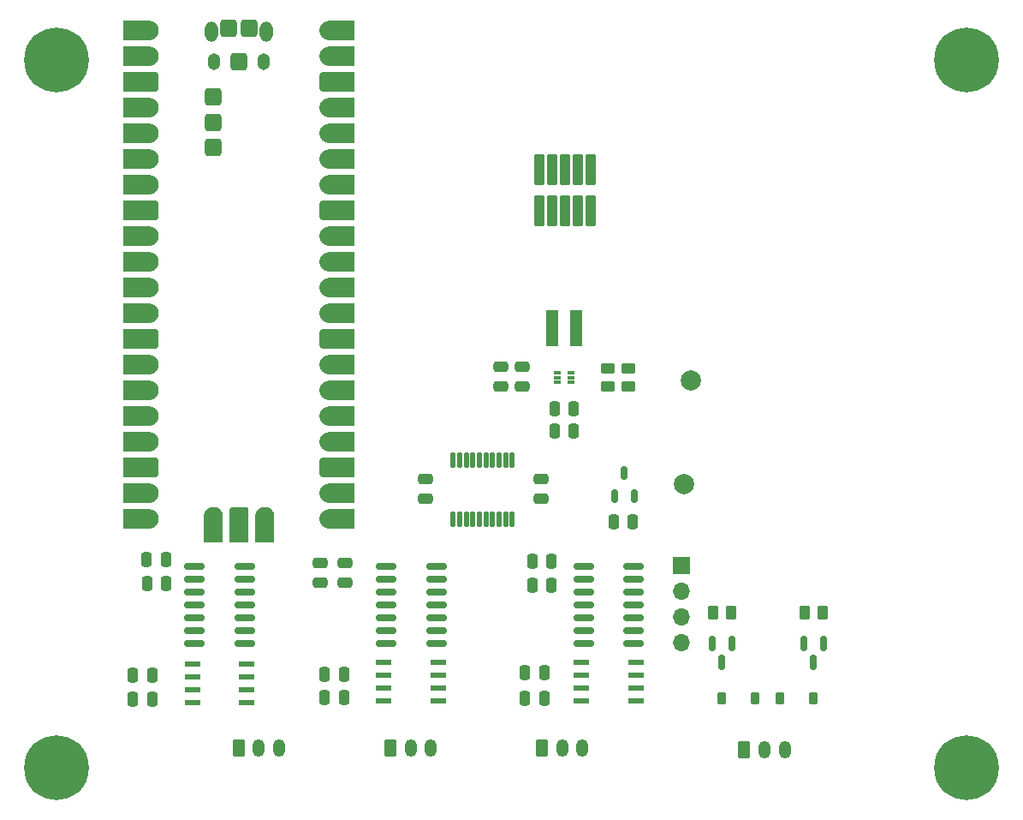
<source format=gbr>
%TF.GenerationSoftware,KiCad,Pcbnew,8.0.8*%
%TF.CreationDate,2025-02-18T11:26:52+01:00*%
%TF.ProjectId,laser_controller,6c617365-725f-4636-9f6e-74726f6c6c65,rev?*%
%TF.SameCoordinates,Original*%
%TF.FileFunction,Soldermask,Top*%
%TF.FilePolarity,Negative*%
%FSLAX46Y46*%
G04 Gerber Fmt 4.6, Leading zero omitted, Abs format (unit mm)*
G04 Created by KiCad (PCBNEW 8.0.8) date 2025-02-18 11:26:52*
%MOMM*%
%LPD*%
G01*
G04 APERTURE LIST*
G04 Aperture macros list*
%AMRoundRect*
0 Rectangle with rounded corners*
0 $1 Rounding radius*
0 $2 $3 $4 $5 $6 $7 $8 $9 X,Y pos of 4 corners*
0 Add a 4 corners polygon primitive as box body*
4,1,4,$2,$3,$4,$5,$6,$7,$8,$9,$2,$3,0*
0 Add four circle primitives for the rounded corners*
1,1,$1+$1,$2,$3*
1,1,$1+$1,$4,$5*
1,1,$1+$1,$6,$7*
1,1,$1+$1,$8,$9*
0 Add four rect primitives between the rounded corners*
20,1,$1+$1,$2,$3,$4,$5,0*
20,1,$1+$1,$4,$5,$6,$7,0*
20,1,$1+$1,$6,$7,$8,$9,0*
20,1,$1+$1,$8,$9,$2,$3,0*%
G04 Aperture macros list end*
%ADD10C,0.010000*%
%ADD11C,2.000000*%
%ADD12RoundRect,0.250000X0.262500X0.450000X-0.262500X0.450000X-0.262500X-0.450000X0.262500X-0.450000X0*%
%ADD13RoundRect,0.250000X0.250000X0.475000X-0.250000X0.475000X-0.250000X-0.475000X0.250000X-0.475000X0*%
%ADD14R,1.550000X0.600000*%
%ADD15C,6.400000*%
%ADD16RoundRect,0.250000X-0.350000X-0.625000X0.350000X-0.625000X0.350000X0.625000X-0.350000X0.625000X0*%
%ADD17O,1.200000X1.750000*%
%ADD18O,1.304000X2.004000*%
%ADD19O,1.254000X1.654000*%
%ADD20RoundRect,0.340800X-0.511200X-0.511200X0.511200X-0.511200X0.511200X0.511200X-0.511200X0.511200X0*%
%ADD21RoundRect,0.112500X-0.112500X0.637500X-0.112500X-0.637500X0.112500X-0.637500X0.112500X0.637500X0*%
%ADD22RoundRect,0.102000X-0.490000X-1.700000X0.490000X-1.700000X0.490000X1.700000X-0.490000X1.700000X0*%
%ADD23RoundRect,0.150000X-0.150000X0.587500X-0.150000X-0.587500X0.150000X-0.587500X0.150000X0.587500X0*%
%ADD24RoundRect,0.250000X0.475000X-0.250000X0.475000X0.250000X-0.475000X0.250000X-0.475000X-0.250000X0*%
%ADD25RoundRect,0.102000X-0.370000X-1.395000X0.370000X-1.395000X0.370000X1.395000X-0.370000X1.395000X0*%
%ADD26RoundRect,0.225000X-0.225000X-0.375000X0.225000X-0.375000X0.225000X0.375000X-0.225000X0.375000X0*%
%ADD27RoundRect,0.150000X-0.825000X-0.150000X0.825000X-0.150000X0.825000X0.150000X-0.825000X0.150000X0*%
%ADD28RoundRect,0.250000X-0.450000X0.262500X-0.450000X-0.262500X0.450000X-0.262500X0.450000X0.262500X0*%
%ADD29RoundRect,0.225000X0.225000X0.375000X-0.225000X0.375000X-0.225000X-0.375000X0.225000X-0.375000X0*%
%ADD30RoundRect,0.250000X0.450000X-0.262500X0.450000X0.262500X-0.450000X0.262500X-0.450000X-0.262500X0*%
%ADD31RoundRect,0.250000X-0.475000X0.250000X-0.475000X-0.250000X0.475000X-0.250000X0.475000X0.250000X0*%
%ADD32RoundRect,0.150000X0.150000X-0.512500X0.150000X0.512500X-0.150000X0.512500X-0.150000X-0.512500X0*%
%ADD33R,1.700000X1.700000*%
%ADD34O,1.700000X1.700000*%
%ADD35RoundRect,0.087500X-0.250000X-0.087500X0.250000X-0.087500X0.250000X0.087500X-0.250000X0.087500X0*%
G04 APERTURE END LIST*
D10*
%TO.C,U2*%
X111157000Y-60171000D02*
X111204000Y-60175000D01*
X111251000Y-60181000D01*
X111297000Y-60190000D01*
X111343000Y-60201000D01*
X111388000Y-60214000D01*
X111433000Y-60230000D01*
X111476000Y-60248000D01*
X111519000Y-60268000D01*
X111560000Y-60291000D01*
X111600000Y-60315000D01*
X111639000Y-60342000D01*
X111676000Y-60371000D01*
X111712000Y-60401000D01*
X111746000Y-60434000D01*
X111779000Y-60468000D01*
X111809000Y-60504000D01*
X111838000Y-60541000D01*
X111865000Y-60580000D01*
X111889000Y-60620000D01*
X111912000Y-60661000D01*
X111932000Y-60704000D01*
X111950000Y-60747000D01*
X111966000Y-60792000D01*
X111979000Y-60837000D01*
X111990000Y-60883000D01*
X111999000Y-60929000D01*
X112005000Y-60976000D01*
X112009000Y-61023000D01*
X112010000Y-61070000D01*
X112009000Y-61117000D01*
X112005000Y-61164000D01*
X111999000Y-61211000D01*
X111990000Y-61257000D01*
X111979000Y-61303000D01*
X111966000Y-61348000D01*
X111950000Y-61393000D01*
X111932000Y-61436000D01*
X111912000Y-61479000D01*
X111889000Y-61520000D01*
X111865000Y-61560000D01*
X111838000Y-61599000D01*
X111809000Y-61636000D01*
X111779000Y-61672000D01*
X111746000Y-61706000D01*
X111712000Y-61739000D01*
X111676000Y-61769000D01*
X111639000Y-61798000D01*
X111600000Y-61825000D01*
X111560000Y-61849000D01*
X111519000Y-61872000D01*
X111476000Y-61892000D01*
X111433000Y-61910000D01*
X111388000Y-61926000D01*
X111343000Y-61939000D01*
X111297000Y-61950000D01*
X111251000Y-61959000D01*
X111204000Y-61965000D01*
X111157000Y-61969000D01*
X111110000Y-61970000D01*
X108610000Y-61970000D01*
X108610000Y-60170000D01*
X111110000Y-60170000D01*
X111157000Y-60171000D01*
G36*
X111157000Y-60171000D02*
G01*
X111204000Y-60175000D01*
X111251000Y-60181000D01*
X111297000Y-60190000D01*
X111343000Y-60201000D01*
X111388000Y-60214000D01*
X111433000Y-60230000D01*
X111476000Y-60248000D01*
X111519000Y-60268000D01*
X111560000Y-60291000D01*
X111600000Y-60315000D01*
X111639000Y-60342000D01*
X111676000Y-60371000D01*
X111712000Y-60401000D01*
X111746000Y-60434000D01*
X111779000Y-60468000D01*
X111809000Y-60504000D01*
X111838000Y-60541000D01*
X111865000Y-60580000D01*
X111889000Y-60620000D01*
X111912000Y-60661000D01*
X111932000Y-60704000D01*
X111950000Y-60747000D01*
X111966000Y-60792000D01*
X111979000Y-60837000D01*
X111990000Y-60883000D01*
X111999000Y-60929000D01*
X112005000Y-60976000D01*
X112009000Y-61023000D01*
X112010000Y-61070000D01*
X112009000Y-61117000D01*
X112005000Y-61164000D01*
X111999000Y-61211000D01*
X111990000Y-61257000D01*
X111979000Y-61303000D01*
X111966000Y-61348000D01*
X111950000Y-61393000D01*
X111932000Y-61436000D01*
X111912000Y-61479000D01*
X111889000Y-61520000D01*
X111865000Y-61560000D01*
X111838000Y-61599000D01*
X111809000Y-61636000D01*
X111779000Y-61672000D01*
X111746000Y-61706000D01*
X111712000Y-61739000D01*
X111676000Y-61769000D01*
X111639000Y-61798000D01*
X111600000Y-61825000D01*
X111560000Y-61849000D01*
X111519000Y-61872000D01*
X111476000Y-61892000D01*
X111433000Y-61910000D01*
X111388000Y-61926000D01*
X111343000Y-61939000D01*
X111297000Y-61950000D01*
X111251000Y-61959000D01*
X111204000Y-61965000D01*
X111157000Y-61969000D01*
X111110000Y-61970000D01*
X108610000Y-61970000D01*
X108610000Y-60170000D01*
X111110000Y-60170000D01*
X111157000Y-60171000D01*
G37*
X111157000Y-62711000D02*
X111204000Y-62715000D01*
X111251000Y-62721000D01*
X111297000Y-62730000D01*
X111343000Y-62741000D01*
X111388000Y-62754000D01*
X111433000Y-62770000D01*
X111476000Y-62788000D01*
X111519000Y-62808000D01*
X111560000Y-62831000D01*
X111600000Y-62855000D01*
X111639000Y-62882000D01*
X111676000Y-62911000D01*
X111712000Y-62941000D01*
X111746000Y-62974000D01*
X111779000Y-63008000D01*
X111809000Y-63044000D01*
X111838000Y-63081000D01*
X111865000Y-63120000D01*
X111889000Y-63160000D01*
X111912000Y-63201000D01*
X111932000Y-63244000D01*
X111950000Y-63287000D01*
X111966000Y-63332000D01*
X111979000Y-63377000D01*
X111990000Y-63423000D01*
X111999000Y-63469000D01*
X112005000Y-63516000D01*
X112009000Y-63563000D01*
X112010000Y-63610000D01*
X112009000Y-63657000D01*
X112005000Y-63704000D01*
X111999000Y-63751000D01*
X111990000Y-63797000D01*
X111979000Y-63843000D01*
X111966000Y-63888000D01*
X111950000Y-63933000D01*
X111932000Y-63976000D01*
X111912000Y-64019000D01*
X111889000Y-64060000D01*
X111865000Y-64100000D01*
X111838000Y-64139000D01*
X111809000Y-64176000D01*
X111779000Y-64212000D01*
X111746000Y-64246000D01*
X111712000Y-64279000D01*
X111676000Y-64309000D01*
X111639000Y-64338000D01*
X111600000Y-64365000D01*
X111560000Y-64389000D01*
X111519000Y-64412000D01*
X111476000Y-64432000D01*
X111433000Y-64450000D01*
X111388000Y-64466000D01*
X111343000Y-64479000D01*
X111297000Y-64490000D01*
X111251000Y-64499000D01*
X111204000Y-64505000D01*
X111157000Y-64509000D01*
X111110000Y-64510000D01*
X108610000Y-64510000D01*
X108610000Y-62710000D01*
X111110000Y-62710000D01*
X111157000Y-62711000D01*
G36*
X111157000Y-62711000D02*
G01*
X111204000Y-62715000D01*
X111251000Y-62721000D01*
X111297000Y-62730000D01*
X111343000Y-62741000D01*
X111388000Y-62754000D01*
X111433000Y-62770000D01*
X111476000Y-62788000D01*
X111519000Y-62808000D01*
X111560000Y-62831000D01*
X111600000Y-62855000D01*
X111639000Y-62882000D01*
X111676000Y-62911000D01*
X111712000Y-62941000D01*
X111746000Y-62974000D01*
X111779000Y-63008000D01*
X111809000Y-63044000D01*
X111838000Y-63081000D01*
X111865000Y-63120000D01*
X111889000Y-63160000D01*
X111912000Y-63201000D01*
X111932000Y-63244000D01*
X111950000Y-63287000D01*
X111966000Y-63332000D01*
X111979000Y-63377000D01*
X111990000Y-63423000D01*
X111999000Y-63469000D01*
X112005000Y-63516000D01*
X112009000Y-63563000D01*
X112010000Y-63610000D01*
X112009000Y-63657000D01*
X112005000Y-63704000D01*
X111999000Y-63751000D01*
X111990000Y-63797000D01*
X111979000Y-63843000D01*
X111966000Y-63888000D01*
X111950000Y-63933000D01*
X111932000Y-63976000D01*
X111912000Y-64019000D01*
X111889000Y-64060000D01*
X111865000Y-64100000D01*
X111838000Y-64139000D01*
X111809000Y-64176000D01*
X111779000Y-64212000D01*
X111746000Y-64246000D01*
X111712000Y-64279000D01*
X111676000Y-64309000D01*
X111639000Y-64338000D01*
X111600000Y-64365000D01*
X111560000Y-64389000D01*
X111519000Y-64412000D01*
X111476000Y-64432000D01*
X111433000Y-64450000D01*
X111388000Y-64466000D01*
X111343000Y-64479000D01*
X111297000Y-64490000D01*
X111251000Y-64499000D01*
X111204000Y-64505000D01*
X111157000Y-64509000D01*
X111110000Y-64510000D01*
X108610000Y-64510000D01*
X108610000Y-62710000D01*
X111110000Y-62710000D01*
X111157000Y-62711000D01*
G37*
X111157000Y-67791000D02*
X111204000Y-67795000D01*
X111251000Y-67801000D01*
X111297000Y-67810000D01*
X111343000Y-67821000D01*
X111388000Y-67834000D01*
X111433000Y-67850000D01*
X111476000Y-67868000D01*
X111519000Y-67888000D01*
X111560000Y-67911000D01*
X111600000Y-67935000D01*
X111639000Y-67962000D01*
X111676000Y-67991000D01*
X111712000Y-68021000D01*
X111746000Y-68054000D01*
X111779000Y-68088000D01*
X111809000Y-68124000D01*
X111838000Y-68161000D01*
X111865000Y-68200000D01*
X111889000Y-68240000D01*
X111912000Y-68281000D01*
X111932000Y-68324000D01*
X111950000Y-68367000D01*
X111966000Y-68412000D01*
X111979000Y-68457000D01*
X111990000Y-68503000D01*
X111999000Y-68549000D01*
X112005000Y-68596000D01*
X112009000Y-68643000D01*
X112010000Y-68690000D01*
X112009000Y-68737000D01*
X112005000Y-68784000D01*
X111999000Y-68831000D01*
X111990000Y-68877000D01*
X111979000Y-68923000D01*
X111966000Y-68968000D01*
X111950000Y-69013000D01*
X111932000Y-69056000D01*
X111912000Y-69099000D01*
X111889000Y-69140000D01*
X111865000Y-69180000D01*
X111838000Y-69219000D01*
X111809000Y-69256000D01*
X111779000Y-69292000D01*
X111746000Y-69326000D01*
X111712000Y-69359000D01*
X111676000Y-69389000D01*
X111639000Y-69418000D01*
X111600000Y-69445000D01*
X111560000Y-69469000D01*
X111519000Y-69492000D01*
X111476000Y-69512000D01*
X111433000Y-69530000D01*
X111388000Y-69546000D01*
X111343000Y-69559000D01*
X111297000Y-69570000D01*
X111251000Y-69579000D01*
X111204000Y-69585000D01*
X111157000Y-69589000D01*
X111110000Y-69590000D01*
X108610000Y-69590000D01*
X108610000Y-67790000D01*
X111110000Y-67790000D01*
X111157000Y-67791000D01*
G36*
X111157000Y-67791000D02*
G01*
X111204000Y-67795000D01*
X111251000Y-67801000D01*
X111297000Y-67810000D01*
X111343000Y-67821000D01*
X111388000Y-67834000D01*
X111433000Y-67850000D01*
X111476000Y-67868000D01*
X111519000Y-67888000D01*
X111560000Y-67911000D01*
X111600000Y-67935000D01*
X111639000Y-67962000D01*
X111676000Y-67991000D01*
X111712000Y-68021000D01*
X111746000Y-68054000D01*
X111779000Y-68088000D01*
X111809000Y-68124000D01*
X111838000Y-68161000D01*
X111865000Y-68200000D01*
X111889000Y-68240000D01*
X111912000Y-68281000D01*
X111932000Y-68324000D01*
X111950000Y-68367000D01*
X111966000Y-68412000D01*
X111979000Y-68457000D01*
X111990000Y-68503000D01*
X111999000Y-68549000D01*
X112005000Y-68596000D01*
X112009000Y-68643000D01*
X112010000Y-68690000D01*
X112009000Y-68737000D01*
X112005000Y-68784000D01*
X111999000Y-68831000D01*
X111990000Y-68877000D01*
X111979000Y-68923000D01*
X111966000Y-68968000D01*
X111950000Y-69013000D01*
X111932000Y-69056000D01*
X111912000Y-69099000D01*
X111889000Y-69140000D01*
X111865000Y-69180000D01*
X111838000Y-69219000D01*
X111809000Y-69256000D01*
X111779000Y-69292000D01*
X111746000Y-69326000D01*
X111712000Y-69359000D01*
X111676000Y-69389000D01*
X111639000Y-69418000D01*
X111600000Y-69445000D01*
X111560000Y-69469000D01*
X111519000Y-69492000D01*
X111476000Y-69512000D01*
X111433000Y-69530000D01*
X111388000Y-69546000D01*
X111343000Y-69559000D01*
X111297000Y-69570000D01*
X111251000Y-69579000D01*
X111204000Y-69585000D01*
X111157000Y-69589000D01*
X111110000Y-69590000D01*
X108610000Y-69590000D01*
X108610000Y-67790000D01*
X111110000Y-67790000D01*
X111157000Y-67791000D01*
G37*
X111157000Y-70331000D02*
X111204000Y-70335000D01*
X111251000Y-70341000D01*
X111297000Y-70350000D01*
X111343000Y-70361000D01*
X111388000Y-70374000D01*
X111433000Y-70390000D01*
X111476000Y-70408000D01*
X111519000Y-70428000D01*
X111560000Y-70451000D01*
X111600000Y-70475000D01*
X111639000Y-70502000D01*
X111676000Y-70531000D01*
X111712000Y-70561000D01*
X111746000Y-70594000D01*
X111779000Y-70628000D01*
X111809000Y-70664000D01*
X111838000Y-70701000D01*
X111865000Y-70740000D01*
X111889000Y-70780000D01*
X111912000Y-70821000D01*
X111932000Y-70864000D01*
X111950000Y-70907000D01*
X111966000Y-70952000D01*
X111979000Y-70997000D01*
X111990000Y-71043000D01*
X111999000Y-71089000D01*
X112005000Y-71136000D01*
X112009000Y-71183000D01*
X112010000Y-71230000D01*
X112009000Y-71277000D01*
X112005000Y-71324000D01*
X111999000Y-71371000D01*
X111990000Y-71417000D01*
X111979000Y-71463000D01*
X111966000Y-71508000D01*
X111950000Y-71553000D01*
X111932000Y-71596000D01*
X111912000Y-71639000D01*
X111889000Y-71680000D01*
X111865000Y-71720000D01*
X111838000Y-71759000D01*
X111809000Y-71796000D01*
X111779000Y-71832000D01*
X111746000Y-71866000D01*
X111712000Y-71899000D01*
X111676000Y-71929000D01*
X111639000Y-71958000D01*
X111600000Y-71985000D01*
X111560000Y-72009000D01*
X111519000Y-72032000D01*
X111476000Y-72052000D01*
X111433000Y-72070000D01*
X111388000Y-72086000D01*
X111343000Y-72099000D01*
X111297000Y-72110000D01*
X111251000Y-72119000D01*
X111204000Y-72125000D01*
X111157000Y-72129000D01*
X111110000Y-72130000D01*
X108610000Y-72130000D01*
X108610000Y-70330000D01*
X111110000Y-70330000D01*
X111157000Y-70331000D01*
G36*
X111157000Y-70331000D02*
G01*
X111204000Y-70335000D01*
X111251000Y-70341000D01*
X111297000Y-70350000D01*
X111343000Y-70361000D01*
X111388000Y-70374000D01*
X111433000Y-70390000D01*
X111476000Y-70408000D01*
X111519000Y-70428000D01*
X111560000Y-70451000D01*
X111600000Y-70475000D01*
X111639000Y-70502000D01*
X111676000Y-70531000D01*
X111712000Y-70561000D01*
X111746000Y-70594000D01*
X111779000Y-70628000D01*
X111809000Y-70664000D01*
X111838000Y-70701000D01*
X111865000Y-70740000D01*
X111889000Y-70780000D01*
X111912000Y-70821000D01*
X111932000Y-70864000D01*
X111950000Y-70907000D01*
X111966000Y-70952000D01*
X111979000Y-70997000D01*
X111990000Y-71043000D01*
X111999000Y-71089000D01*
X112005000Y-71136000D01*
X112009000Y-71183000D01*
X112010000Y-71230000D01*
X112009000Y-71277000D01*
X112005000Y-71324000D01*
X111999000Y-71371000D01*
X111990000Y-71417000D01*
X111979000Y-71463000D01*
X111966000Y-71508000D01*
X111950000Y-71553000D01*
X111932000Y-71596000D01*
X111912000Y-71639000D01*
X111889000Y-71680000D01*
X111865000Y-71720000D01*
X111838000Y-71759000D01*
X111809000Y-71796000D01*
X111779000Y-71832000D01*
X111746000Y-71866000D01*
X111712000Y-71899000D01*
X111676000Y-71929000D01*
X111639000Y-71958000D01*
X111600000Y-71985000D01*
X111560000Y-72009000D01*
X111519000Y-72032000D01*
X111476000Y-72052000D01*
X111433000Y-72070000D01*
X111388000Y-72086000D01*
X111343000Y-72099000D01*
X111297000Y-72110000D01*
X111251000Y-72119000D01*
X111204000Y-72125000D01*
X111157000Y-72129000D01*
X111110000Y-72130000D01*
X108610000Y-72130000D01*
X108610000Y-70330000D01*
X111110000Y-70330000D01*
X111157000Y-70331000D01*
G37*
X111157000Y-72871000D02*
X111204000Y-72875000D01*
X111251000Y-72881000D01*
X111297000Y-72890000D01*
X111343000Y-72901000D01*
X111388000Y-72914000D01*
X111433000Y-72930000D01*
X111476000Y-72948000D01*
X111519000Y-72968000D01*
X111560000Y-72991000D01*
X111600000Y-73015000D01*
X111639000Y-73042000D01*
X111676000Y-73071000D01*
X111712000Y-73101000D01*
X111746000Y-73134000D01*
X111779000Y-73168000D01*
X111809000Y-73204000D01*
X111838000Y-73241000D01*
X111865000Y-73280000D01*
X111889000Y-73320000D01*
X111912000Y-73361000D01*
X111932000Y-73404000D01*
X111950000Y-73447000D01*
X111966000Y-73492000D01*
X111979000Y-73537000D01*
X111990000Y-73583000D01*
X111999000Y-73629000D01*
X112005000Y-73676000D01*
X112009000Y-73723000D01*
X112010000Y-73770000D01*
X112009000Y-73817000D01*
X112005000Y-73864000D01*
X111999000Y-73911000D01*
X111990000Y-73957000D01*
X111979000Y-74003000D01*
X111966000Y-74048000D01*
X111950000Y-74093000D01*
X111932000Y-74136000D01*
X111912000Y-74179000D01*
X111889000Y-74220000D01*
X111865000Y-74260000D01*
X111838000Y-74299000D01*
X111809000Y-74336000D01*
X111779000Y-74372000D01*
X111746000Y-74406000D01*
X111712000Y-74439000D01*
X111676000Y-74469000D01*
X111639000Y-74498000D01*
X111600000Y-74525000D01*
X111560000Y-74549000D01*
X111519000Y-74572000D01*
X111476000Y-74592000D01*
X111433000Y-74610000D01*
X111388000Y-74626000D01*
X111343000Y-74639000D01*
X111297000Y-74650000D01*
X111251000Y-74659000D01*
X111204000Y-74665000D01*
X111157000Y-74669000D01*
X111110000Y-74670000D01*
X108610000Y-74670000D01*
X108610000Y-72870000D01*
X111110000Y-72870000D01*
X111157000Y-72871000D01*
G36*
X111157000Y-72871000D02*
G01*
X111204000Y-72875000D01*
X111251000Y-72881000D01*
X111297000Y-72890000D01*
X111343000Y-72901000D01*
X111388000Y-72914000D01*
X111433000Y-72930000D01*
X111476000Y-72948000D01*
X111519000Y-72968000D01*
X111560000Y-72991000D01*
X111600000Y-73015000D01*
X111639000Y-73042000D01*
X111676000Y-73071000D01*
X111712000Y-73101000D01*
X111746000Y-73134000D01*
X111779000Y-73168000D01*
X111809000Y-73204000D01*
X111838000Y-73241000D01*
X111865000Y-73280000D01*
X111889000Y-73320000D01*
X111912000Y-73361000D01*
X111932000Y-73404000D01*
X111950000Y-73447000D01*
X111966000Y-73492000D01*
X111979000Y-73537000D01*
X111990000Y-73583000D01*
X111999000Y-73629000D01*
X112005000Y-73676000D01*
X112009000Y-73723000D01*
X112010000Y-73770000D01*
X112009000Y-73817000D01*
X112005000Y-73864000D01*
X111999000Y-73911000D01*
X111990000Y-73957000D01*
X111979000Y-74003000D01*
X111966000Y-74048000D01*
X111950000Y-74093000D01*
X111932000Y-74136000D01*
X111912000Y-74179000D01*
X111889000Y-74220000D01*
X111865000Y-74260000D01*
X111838000Y-74299000D01*
X111809000Y-74336000D01*
X111779000Y-74372000D01*
X111746000Y-74406000D01*
X111712000Y-74439000D01*
X111676000Y-74469000D01*
X111639000Y-74498000D01*
X111600000Y-74525000D01*
X111560000Y-74549000D01*
X111519000Y-74572000D01*
X111476000Y-74592000D01*
X111433000Y-74610000D01*
X111388000Y-74626000D01*
X111343000Y-74639000D01*
X111297000Y-74650000D01*
X111251000Y-74659000D01*
X111204000Y-74665000D01*
X111157000Y-74669000D01*
X111110000Y-74670000D01*
X108610000Y-74670000D01*
X108610000Y-72870000D01*
X111110000Y-72870000D01*
X111157000Y-72871000D01*
G37*
X111157000Y-75411000D02*
X111204000Y-75415000D01*
X111251000Y-75421000D01*
X111297000Y-75430000D01*
X111343000Y-75441000D01*
X111388000Y-75454000D01*
X111433000Y-75470000D01*
X111476000Y-75488000D01*
X111519000Y-75508000D01*
X111560000Y-75531000D01*
X111600000Y-75555000D01*
X111639000Y-75582000D01*
X111676000Y-75611000D01*
X111712000Y-75641000D01*
X111746000Y-75674000D01*
X111779000Y-75708000D01*
X111809000Y-75744000D01*
X111838000Y-75781000D01*
X111865000Y-75820000D01*
X111889000Y-75860000D01*
X111912000Y-75901000D01*
X111932000Y-75944000D01*
X111950000Y-75987000D01*
X111966000Y-76032000D01*
X111979000Y-76077000D01*
X111990000Y-76123000D01*
X111999000Y-76169000D01*
X112005000Y-76216000D01*
X112009000Y-76263000D01*
X112010000Y-76310000D01*
X112009000Y-76357000D01*
X112005000Y-76404000D01*
X111999000Y-76451000D01*
X111990000Y-76497000D01*
X111979000Y-76543000D01*
X111966000Y-76588000D01*
X111950000Y-76633000D01*
X111932000Y-76676000D01*
X111912000Y-76719000D01*
X111889000Y-76760000D01*
X111865000Y-76800000D01*
X111838000Y-76839000D01*
X111809000Y-76876000D01*
X111779000Y-76912000D01*
X111746000Y-76946000D01*
X111712000Y-76979000D01*
X111676000Y-77009000D01*
X111639000Y-77038000D01*
X111600000Y-77065000D01*
X111560000Y-77089000D01*
X111519000Y-77112000D01*
X111476000Y-77132000D01*
X111433000Y-77150000D01*
X111388000Y-77166000D01*
X111343000Y-77179000D01*
X111297000Y-77190000D01*
X111251000Y-77199000D01*
X111204000Y-77205000D01*
X111157000Y-77209000D01*
X111110000Y-77210000D01*
X108610000Y-77210000D01*
X108610000Y-75410000D01*
X111110000Y-75410000D01*
X111157000Y-75411000D01*
G36*
X111157000Y-75411000D02*
G01*
X111204000Y-75415000D01*
X111251000Y-75421000D01*
X111297000Y-75430000D01*
X111343000Y-75441000D01*
X111388000Y-75454000D01*
X111433000Y-75470000D01*
X111476000Y-75488000D01*
X111519000Y-75508000D01*
X111560000Y-75531000D01*
X111600000Y-75555000D01*
X111639000Y-75582000D01*
X111676000Y-75611000D01*
X111712000Y-75641000D01*
X111746000Y-75674000D01*
X111779000Y-75708000D01*
X111809000Y-75744000D01*
X111838000Y-75781000D01*
X111865000Y-75820000D01*
X111889000Y-75860000D01*
X111912000Y-75901000D01*
X111932000Y-75944000D01*
X111950000Y-75987000D01*
X111966000Y-76032000D01*
X111979000Y-76077000D01*
X111990000Y-76123000D01*
X111999000Y-76169000D01*
X112005000Y-76216000D01*
X112009000Y-76263000D01*
X112010000Y-76310000D01*
X112009000Y-76357000D01*
X112005000Y-76404000D01*
X111999000Y-76451000D01*
X111990000Y-76497000D01*
X111979000Y-76543000D01*
X111966000Y-76588000D01*
X111950000Y-76633000D01*
X111932000Y-76676000D01*
X111912000Y-76719000D01*
X111889000Y-76760000D01*
X111865000Y-76800000D01*
X111838000Y-76839000D01*
X111809000Y-76876000D01*
X111779000Y-76912000D01*
X111746000Y-76946000D01*
X111712000Y-76979000D01*
X111676000Y-77009000D01*
X111639000Y-77038000D01*
X111600000Y-77065000D01*
X111560000Y-77089000D01*
X111519000Y-77112000D01*
X111476000Y-77132000D01*
X111433000Y-77150000D01*
X111388000Y-77166000D01*
X111343000Y-77179000D01*
X111297000Y-77190000D01*
X111251000Y-77199000D01*
X111204000Y-77205000D01*
X111157000Y-77209000D01*
X111110000Y-77210000D01*
X108610000Y-77210000D01*
X108610000Y-75410000D01*
X111110000Y-75410000D01*
X111157000Y-75411000D01*
G37*
X111157000Y-80491000D02*
X111204000Y-80495000D01*
X111251000Y-80501000D01*
X111297000Y-80510000D01*
X111343000Y-80521000D01*
X111388000Y-80534000D01*
X111433000Y-80550000D01*
X111476000Y-80568000D01*
X111519000Y-80588000D01*
X111560000Y-80611000D01*
X111600000Y-80635000D01*
X111639000Y-80662000D01*
X111676000Y-80691000D01*
X111712000Y-80721000D01*
X111746000Y-80754000D01*
X111779000Y-80788000D01*
X111809000Y-80824000D01*
X111838000Y-80861000D01*
X111865000Y-80900000D01*
X111889000Y-80940000D01*
X111912000Y-80981000D01*
X111932000Y-81024000D01*
X111950000Y-81067000D01*
X111966000Y-81112000D01*
X111979000Y-81157000D01*
X111990000Y-81203000D01*
X111999000Y-81249000D01*
X112005000Y-81296000D01*
X112009000Y-81343000D01*
X112010000Y-81390000D01*
X112009000Y-81437000D01*
X112005000Y-81484000D01*
X111999000Y-81531000D01*
X111990000Y-81577000D01*
X111979000Y-81623000D01*
X111966000Y-81668000D01*
X111950000Y-81713000D01*
X111932000Y-81756000D01*
X111912000Y-81799000D01*
X111889000Y-81840000D01*
X111865000Y-81880000D01*
X111838000Y-81919000D01*
X111809000Y-81956000D01*
X111779000Y-81992000D01*
X111746000Y-82026000D01*
X111712000Y-82059000D01*
X111676000Y-82089000D01*
X111639000Y-82118000D01*
X111600000Y-82145000D01*
X111560000Y-82169000D01*
X111519000Y-82192000D01*
X111476000Y-82212000D01*
X111433000Y-82230000D01*
X111388000Y-82246000D01*
X111343000Y-82259000D01*
X111297000Y-82270000D01*
X111251000Y-82279000D01*
X111204000Y-82285000D01*
X111157000Y-82289000D01*
X111110000Y-82290000D01*
X108610000Y-82290000D01*
X108610000Y-80490000D01*
X111110000Y-80490000D01*
X111157000Y-80491000D01*
G36*
X111157000Y-80491000D02*
G01*
X111204000Y-80495000D01*
X111251000Y-80501000D01*
X111297000Y-80510000D01*
X111343000Y-80521000D01*
X111388000Y-80534000D01*
X111433000Y-80550000D01*
X111476000Y-80568000D01*
X111519000Y-80588000D01*
X111560000Y-80611000D01*
X111600000Y-80635000D01*
X111639000Y-80662000D01*
X111676000Y-80691000D01*
X111712000Y-80721000D01*
X111746000Y-80754000D01*
X111779000Y-80788000D01*
X111809000Y-80824000D01*
X111838000Y-80861000D01*
X111865000Y-80900000D01*
X111889000Y-80940000D01*
X111912000Y-80981000D01*
X111932000Y-81024000D01*
X111950000Y-81067000D01*
X111966000Y-81112000D01*
X111979000Y-81157000D01*
X111990000Y-81203000D01*
X111999000Y-81249000D01*
X112005000Y-81296000D01*
X112009000Y-81343000D01*
X112010000Y-81390000D01*
X112009000Y-81437000D01*
X112005000Y-81484000D01*
X111999000Y-81531000D01*
X111990000Y-81577000D01*
X111979000Y-81623000D01*
X111966000Y-81668000D01*
X111950000Y-81713000D01*
X111932000Y-81756000D01*
X111912000Y-81799000D01*
X111889000Y-81840000D01*
X111865000Y-81880000D01*
X111838000Y-81919000D01*
X111809000Y-81956000D01*
X111779000Y-81992000D01*
X111746000Y-82026000D01*
X111712000Y-82059000D01*
X111676000Y-82089000D01*
X111639000Y-82118000D01*
X111600000Y-82145000D01*
X111560000Y-82169000D01*
X111519000Y-82192000D01*
X111476000Y-82212000D01*
X111433000Y-82230000D01*
X111388000Y-82246000D01*
X111343000Y-82259000D01*
X111297000Y-82270000D01*
X111251000Y-82279000D01*
X111204000Y-82285000D01*
X111157000Y-82289000D01*
X111110000Y-82290000D01*
X108610000Y-82290000D01*
X108610000Y-80490000D01*
X111110000Y-80490000D01*
X111157000Y-80491000D01*
G37*
X111157000Y-83031000D02*
X111204000Y-83035000D01*
X111251000Y-83041000D01*
X111297000Y-83050000D01*
X111343000Y-83061000D01*
X111388000Y-83074000D01*
X111433000Y-83090000D01*
X111476000Y-83108000D01*
X111519000Y-83128000D01*
X111560000Y-83151000D01*
X111600000Y-83175000D01*
X111639000Y-83202000D01*
X111676000Y-83231000D01*
X111712000Y-83261000D01*
X111746000Y-83294000D01*
X111779000Y-83328000D01*
X111809000Y-83364000D01*
X111838000Y-83401000D01*
X111865000Y-83440000D01*
X111889000Y-83480000D01*
X111912000Y-83521000D01*
X111932000Y-83564000D01*
X111950000Y-83607000D01*
X111966000Y-83652000D01*
X111979000Y-83697000D01*
X111990000Y-83743000D01*
X111999000Y-83789000D01*
X112005000Y-83836000D01*
X112009000Y-83883000D01*
X112010000Y-83930000D01*
X112009000Y-83977000D01*
X112005000Y-84024000D01*
X111999000Y-84071000D01*
X111990000Y-84117000D01*
X111979000Y-84163000D01*
X111966000Y-84208000D01*
X111950000Y-84253000D01*
X111932000Y-84296000D01*
X111912000Y-84339000D01*
X111889000Y-84380000D01*
X111865000Y-84420000D01*
X111838000Y-84459000D01*
X111809000Y-84496000D01*
X111779000Y-84532000D01*
X111746000Y-84566000D01*
X111712000Y-84599000D01*
X111676000Y-84629000D01*
X111639000Y-84658000D01*
X111600000Y-84685000D01*
X111560000Y-84709000D01*
X111519000Y-84732000D01*
X111476000Y-84752000D01*
X111433000Y-84770000D01*
X111388000Y-84786000D01*
X111343000Y-84799000D01*
X111297000Y-84810000D01*
X111251000Y-84819000D01*
X111204000Y-84825000D01*
X111157000Y-84829000D01*
X111110000Y-84830000D01*
X108610000Y-84830000D01*
X108610000Y-83030000D01*
X111110000Y-83030000D01*
X111157000Y-83031000D01*
G36*
X111157000Y-83031000D02*
G01*
X111204000Y-83035000D01*
X111251000Y-83041000D01*
X111297000Y-83050000D01*
X111343000Y-83061000D01*
X111388000Y-83074000D01*
X111433000Y-83090000D01*
X111476000Y-83108000D01*
X111519000Y-83128000D01*
X111560000Y-83151000D01*
X111600000Y-83175000D01*
X111639000Y-83202000D01*
X111676000Y-83231000D01*
X111712000Y-83261000D01*
X111746000Y-83294000D01*
X111779000Y-83328000D01*
X111809000Y-83364000D01*
X111838000Y-83401000D01*
X111865000Y-83440000D01*
X111889000Y-83480000D01*
X111912000Y-83521000D01*
X111932000Y-83564000D01*
X111950000Y-83607000D01*
X111966000Y-83652000D01*
X111979000Y-83697000D01*
X111990000Y-83743000D01*
X111999000Y-83789000D01*
X112005000Y-83836000D01*
X112009000Y-83883000D01*
X112010000Y-83930000D01*
X112009000Y-83977000D01*
X112005000Y-84024000D01*
X111999000Y-84071000D01*
X111990000Y-84117000D01*
X111979000Y-84163000D01*
X111966000Y-84208000D01*
X111950000Y-84253000D01*
X111932000Y-84296000D01*
X111912000Y-84339000D01*
X111889000Y-84380000D01*
X111865000Y-84420000D01*
X111838000Y-84459000D01*
X111809000Y-84496000D01*
X111779000Y-84532000D01*
X111746000Y-84566000D01*
X111712000Y-84599000D01*
X111676000Y-84629000D01*
X111639000Y-84658000D01*
X111600000Y-84685000D01*
X111560000Y-84709000D01*
X111519000Y-84732000D01*
X111476000Y-84752000D01*
X111433000Y-84770000D01*
X111388000Y-84786000D01*
X111343000Y-84799000D01*
X111297000Y-84810000D01*
X111251000Y-84819000D01*
X111204000Y-84825000D01*
X111157000Y-84829000D01*
X111110000Y-84830000D01*
X108610000Y-84830000D01*
X108610000Y-83030000D01*
X111110000Y-83030000D01*
X111157000Y-83031000D01*
G37*
X111157000Y-85571000D02*
X111204000Y-85575000D01*
X111251000Y-85581000D01*
X111297000Y-85590000D01*
X111343000Y-85601000D01*
X111388000Y-85614000D01*
X111433000Y-85630000D01*
X111476000Y-85648000D01*
X111519000Y-85668000D01*
X111560000Y-85691000D01*
X111600000Y-85715000D01*
X111639000Y-85742000D01*
X111676000Y-85771000D01*
X111712000Y-85801000D01*
X111746000Y-85834000D01*
X111779000Y-85868000D01*
X111809000Y-85904000D01*
X111838000Y-85941000D01*
X111865000Y-85980000D01*
X111889000Y-86020000D01*
X111912000Y-86061000D01*
X111932000Y-86104000D01*
X111950000Y-86147000D01*
X111966000Y-86192000D01*
X111979000Y-86237000D01*
X111990000Y-86283000D01*
X111999000Y-86329000D01*
X112005000Y-86376000D01*
X112009000Y-86423000D01*
X112010000Y-86470000D01*
X112009000Y-86517000D01*
X112005000Y-86564000D01*
X111999000Y-86611000D01*
X111990000Y-86657000D01*
X111979000Y-86703000D01*
X111966000Y-86748000D01*
X111950000Y-86793000D01*
X111932000Y-86836000D01*
X111912000Y-86879000D01*
X111889000Y-86920000D01*
X111865000Y-86960000D01*
X111838000Y-86999000D01*
X111809000Y-87036000D01*
X111779000Y-87072000D01*
X111746000Y-87106000D01*
X111712000Y-87139000D01*
X111676000Y-87169000D01*
X111639000Y-87198000D01*
X111600000Y-87225000D01*
X111560000Y-87249000D01*
X111519000Y-87272000D01*
X111476000Y-87292000D01*
X111433000Y-87310000D01*
X111388000Y-87326000D01*
X111343000Y-87339000D01*
X111297000Y-87350000D01*
X111251000Y-87359000D01*
X111204000Y-87365000D01*
X111157000Y-87369000D01*
X111110000Y-87370000D01*
X108610000Y-87370000D01*
X108610000Y-85570000D01*
X111110000Y-85570000D01*
X111157000Y-85571000D01*
G36*
X111157000Y-85571000D02*
G01*
X111204000Y-85575000D01*
X111251000Y-85581000D01*
X111297000Y-85590000D01*
X111343000Y-85601000D01*
X111388000Y-85614000D01*
X111433000Y-85630000D01*
X111476000Y-85648000D01*
X111519000Y-85668000D01*
X111560000Y-85691000D01*
X111600000Y-85715000D01*
X111639000Y-85742000D01*
X111676000Y-85771000D01*
X111712000Y-85801000D01*
X111746000Y-85834000D01*
X111779000Y-85868000D01*
X111809000Y-85904000D01*
X111838000Y-85941000D01*
X111865000Y-85980000D01*
X111889000Y-86020000D01*
X111912000Y-86061000D01*
X111932000Y-86104000D01*
X111950000Y-86147000D01*
X111966000Y-86192000D01*
X111979000Y-86237000D01*
X111990000Y-86283000D01*
X111999000Y-86329000D01*
X112005000Y-86376000D01*
X112009000Y-86423000D01*
X112010000Y-86470000D01*
X112009000Y-86517000D01*
X112005000Y-86564000D01*
X111999000Y-86611000D01*
X111990000Y-86657000D01*
X111979000Y-86703000D01*
X111966000Y-86748000D01*
X111950000Y-86793000D01*
X111932000Y-86836000D01*
X111912000Y-86879000D01*
X111889000Y-86920000D01*
X111865000Y-86960000D01*
X111838000Y-86999000D01*
X111809000Y-87036000D01*
X111779000Y-87072000D01*
X111746000Y-87106000D01*
X111712000Y-87139000D01*
X111676000Y-87169000D01*
X111639000Y-87198000D01*
X111600000Y-87225000D01*
X111560000Y-87249000D01*
X111519000Y-87272000D01*
X111476000Y-87292000D01*
X111433000Y-87310000D01*
X111388000Y-87326000D01*
X111343000Y-87339000D01*
X111297000Y-87350000D01*
X111251000Y-87359000D01*
X111204000Y-87365000D01*
X111157000Y-87369000D01*
X111110000Y-87370000D01*
X108610000Y-87370000D01*
X108610000Y-85570000D01*
X111110000Y-85570000D01*
X111157000Y-85571000D01*
G37*
X111157000Y-88111000D02*
X111204000Y-88115000D01*
X111251000Y-88121000D01*
X111297000Y-88130000D01*
X111343000Y-88141000D01*
X111388000Y-88154000D01*
X111433000Y-88170000D01*
X111476000Y-88188000D01*
X111519000Y-88208000D01*
X111560000Y-88231000D01*
X111600000Y-88255000D01*
X111639000Y-88282000D01*
X111676000Y-88311000D01*
X111712000Y-88341000D01*
X111746000Y-88374000D01*
X111779000Y-88408000D01*
X111809000Y-88444000D01*
X111838000Y-88481000D01*
X111865000Y-88520000D01*
X111889000Y-88560000D01*
X111912000Y-88601000D01*
X111932000Y-88644000D01*
X111950000Y-88687000D01*
X111966000Y-88732000D01*
X111979000Y-88777000D01*
X111990000Y-88823000D01*
X111999000Y-88869000D01*
X112005000Y-88916000D01*
X112009000Y-88963000D01*
X112010000Y-89010000D01*
X112009000Y-89057000D01*
X112005000Y-89104000D01*
X111999000Y-89151000D01*
X111990000Y-89197000D01*
X111979000Y-89243000D01*
X111966000Y-89288000D01*
X111950000Y-89333000D01*
X111932000Y-89376000D01*
X111912000Y-89419000D01*
X111889000Y-89460000D01*
X111865000Y-89500000D01*
X111838000Y-89539000D01*
X111809000Y-89576000D01*
X111779000Y-89612000D01*
X111746000Y-89646000D01*
X111712000Y-89679000D01*
X111676000Y-89709000D01*
X111639000Y-89738000D01*
X111600000Y-89765000D01*
X111560000Y-89789000D01*
X111519000Y-89812000D01*
X111476000Y-89832000D01*
X111433000Y-89850000D01*
X111388000Y-89866000D01*
X111343000Y-89879000D01*
X111297000Y-89890000D01*
X111251000Y-89899000D01*
X111204000Y-89905000D01*
X111157000Y-89909000D01*
X111110000Y-89910000D01*
X108610000Y-89910000D01*
X108610000Y-88110000D01*
X111110000Y-88110000D01*
X111157000Y-88111000D01*
G36*
X111157000Y-88111000D02*
G01*
X111204000Y-88115000D01*
X111251000Y-88121000D01*
X111297000Y-88130000D01*
X111343000Y-88141000D01*
X111388000Y-88154000D01*
X111433000Y-88170000D01*
X111476000Y-88188000D01*
X111519000Y-88208000D01*
X111560000Y-88231000D01*
X111600000Y-88255000D01*
X111639000Y-88282000D01*
X111676000Y-88311000D01*
X111712000Y-88341000D01*
X111746000Y-88374000D01*
X111779000Y-88408000D01*
X111809000Y-88444000D01*
X111838000Y-88481000D01*
X111865000Y-88520000D01*
X111889000Y-88560000D01*
X111912000Y-88601000D01*
X111932000Y-88644000D01*
X111950000Y-88687000D01*
X111966000Y-88732000D01*
X111979000Y-88777000D01*
X111990000Y-88823000D01*
X111999000Y-88869000D01*
X112005000Y-88916000D01*
X112009000Y-88963000D01*
X112010000Y-89010000D01*
X112009000Y-89057000D01*
X112005000Y-89104000D01*
X111999000Y-89151000D01*
X111990000Y-89197000D01*
X111979000Y-89243000D01*
X111966000Y-89288000D01*
X111950000Y-89333000D01*
X111932000Y-89376000D01*
X111912000Y-89419000D01*
X111889000Y-89460000D01*
X111865000Y-89500000D01*
X111838000Y-89539000D01*
X111809000Y-89576000D01*
X111779000Y-89612000D01*
X111746000Y-89646000D01*
X111712000Y-89679000D01*
X111676000Y-89709000D01*
X111639000Y-89738000D01*
X111600000Y-89765000D01*
X111560000Y-89789000D01*
X111519000Y-89812000D01*
X111476000Y-89832000D01*
X111433000Y-89850000D01*
X111388000Y-89866000D01*
X111343000Y-89879000D01*
X111297000Y-89890000D01*
X111251000Y-89899000D01*
X111204000Y-89905000D01*
X111157000Y-89909000D01*
X111110000Y-89910000D01*
X108610000Y-89910000D01*
X108610000Y-88110000D01*
X111110000Y-88110000D01*
X111157000Y-88111000D01*
G37*
X111157000Y-93191000D02*
X111204000Y-93195000D01*
X111251000Y-93201000D01*
X111297000Y-93210000D01*
X111343000Y-93221000D01*
X111388000Y-93234000D01*
X111433000Y-93250000D01*
X111476000Y-93268000D01*
X111519000Y-93288000D01*
X111560000Y-93311000D01*
X111600000Y-93335000D01*
X111639000Y-93362000D01*
X111676000Y-93391000D01*
X111712000Y-93421000D01*
X111746000Y-93454000D01*
X111779000Y-93488000D01*
X111809000Y-93524000D01*
X111838000Y-93561000D01*
X111865000Y-93600000D01*
X111889000Y-93640000D01*
X111912000Y-93681000D01*
X111932000Y-93724000D01*
X111950000Y-93767000D01*
X111966000Y-93812000D01*
X111979000Y-93857000D01*
X111990000Y-93903000D01*
X111999000Y-93949000D01*
X112005000Y-93996000D01*
X112009000Y-94043000D01*
X112010000Y-94090000D01*
X112009000Y-94137000D01*
X112005000Y-94184000D01*
X111999000Y-94231000D01*
X111990000Y-94277000D01*
X111979000Y-94323000D01*
X111966000Y-94368000D01*
X111950000Y-94413000D01*
X111932000Y-94456000D01*
X111912000Y-94499000D01*
X111889000Y-94540000D01*
X111865000Y-94580000D01*
X111838000Y-94619000D01*
X111809000Y-94656000D01*
X111779000Y-94692000D01*
X111746000Y-94726000D01*
X111712000Y-94759000D01*
X111676000Y-94789000D01*
X111639000Y-94818000D01*
X111600000Y-94845000D01*
X111560000Y-94869000D01*
X111519000Y-94892000D01*
X111476000Y-94912000D01*
X111433000Y-94930000D01*
X111388000Y-94946000D01*
X111343000Y-94959000D01*
X111297000Y-94970000D01*
X111251000Y-94979000D01*
X111204000Y-94985000D01*
X111157000Y-94989000D01*
X111110000Y-94990000D01*
X108610000Y-94990000D01*
X108610000Y-93190000D01*
X111110000Y-93190000D01*
X111157000Y-93191000D01*
G36*
X111157000Y-93191000D02*
G01*
X111204000Y-93195000D01*
X111251000Y-93201000D01*
X111297000Y-93210000D01*
X111343000Y-93221000D01*
X111388000Y-93234000D01*
X111433000Y-93250000D01*
X111476000Y-93268000D01*
X111519000Y-93288000D01*
X111560000Y-93311000D01*
X111600000Y-93335000D01*
X111639000Y-93362000D01*
X111676000Y-93391000D01*
X111712000Y-93421000D01*
X111746000Y-93454000D01*
X111779000Y-93488000D01*
X111809000Y-93524000D01*
X111838000Y-93561000D01*
X111865000Y-93600000D01*
X111889000Y-93640000D01*
X111912000Y-93681000D01*
X111932000Y-93724000D01*
X111950000Y-93767000D01*
X111966000Y-93812000D01*
X111979000Y-93857000D01*
X111990000Y-93903000D01*
X111999000Y-93949000D01*
X112005000Y-93996000D01*
X112009000Y-94043000D01*
X112010000Y-94090000D01*
X112009000Y-94137000D01*
X112005000Y-94184000D01*
X111999000Y-94231000D01*
X111990000Y-94277000D01*
X111979000Y-94323000D01*
X111966000Y-94368000D01*
X111950000Y-94413000D01*
X111932000Y-94456000D01*
X111912000Y-94499000D01*
X111889000Y-94540000D01*
X111865000Y-94580000D01*
X111838000Y-94619000D01*
X111809000Y-94656000D01*
X111779000Y-94692000D01*
X111746000Y-94726000D01*
X111712000Y-94759000D01*
X111676000Y-94789000D01*
X111639000Y-94818000D01*
X111600000Y-94845000D01*
X111560000Y-94869000D01*
X111519000Y-94892000D01*
X111476000Y-94912000D01*
X111433000Y-94930000D01*
X111388000Y-94946000D01*
X111343000Y-94959000D01*
X111297000Y-94970000D01*
X111251000Y-94979000D01*
X111204000Y-94985000D01*
X111157000Y-94989000D01*
X111110000Y-94990000D01*
X108610000Y-94990000D01*
X108610000Y-93190000D01*
X111110000Y-93190000D01*
X111157000Y-93191000D01*
G37*
X111157000Y-95731000D02*
X111204000Y-95735000D01*
X111251000Y-95741000D01*
X111297000Y-95750000D01*
X111343000Y-95761000D01*
X111388000Y-95774000D01*
X111433000Y-95790000D01*
X111476000Y-95808000D01*
X111519000Y-95828000D01*
X111560000Y-95851000D01*
X111600000Y-95875000D01*
X111639000Y-95902000D01*
X111676000Y-95931000D01*
X111712000Y-95961000D01*
X111746000Y-95994000D01*
X111779000Y-96028000D01*
X111809000Y-96064000D01*
X111838000Y-96101000D01*
X111865000Y-96140000D01*
X111889000Y-96180000D01*
X111912000Y-96221000D01*
X111932000Y-96264000D01*
X111950000Y-96307000D01*
X111966000Y-96352000D01*
X111979000Y-96397000D01*
X111990000Y-96443000D01*
X111999000Y-96489000D01*
X112005000Y-96536000D01*
X112009000Y-96583000D01*
X112010000Y-96630000D01*
X112009000Y-96677000D01*
X112005000Y-96724000D01*
X111999000Y-96771000D01*
X111990000Y-96817000D01*
X111979000Y-96863000D01*
X111966000Y-96908000D01*
X111950000Y-96953000D01*
X111932000Y-96996000D01*
X111912000Y-97039000D01*
X111889000Y-97080000D01*
X111865000Y-97120000D01*
X111838000Y-97159000D01*
X111809000Y-97196000D01*
X111779000Y-97232000D01*
X111746000Y-97266000D01*
X111712000Y-97299000D01*
X111676000Y-97329000D01*
X111639000Y-97358000D01*
X111600000Y-97385000D01*
X111560000Y-97409000D01*
X111519000Y-97432000D01*
X111476000Y-97452000D01*
X111433000Y-97470000D01*
X111388000Y-97486000D01*
X111343000Y-97499000D01*
X111297000Y-97510000D01*
X111251000Y-97519000D01*
X111204000Y-97525000D01*
X111157000Y-97529000D01*
X111110000Y-97530000D01*
X108610000Y-97530000D01*
X108610000Y-95730000D01*
X111110000Y-95730000D01*
X111157000Y-95731000D01*
G36*
X111157000Y-95731000D02*
G01*
X111204000Y-95735000D01*
X111251000Y-95741000D01*
X111297000Y-95750000D01*
X111343000Y-95761000D01*
X111388000Y-95774000D01*
X111433000Y-95790000D01*
X111476000Y-95808000D01*
X111519000Y-95828000D01*
X111560000Y-95851000D01*
X111600000Y-95875000D01*
X111639000Y-95902000D01*
X111676000Y-95931000D01*
X111712000Y-95961000D01*
X111746000Y-95994000D01*
X111779000Y-96028000D01*
X111809000Y-96064000D01*
X111838000Y-96101000D01*
X111865000Y-96140000D01*
X111889000Y-96180000D01*
X111912000Y-96221000D01*
X111932000Y-96264000D01*
X111950000Y-96307000D01*
X111966000Y-96352000D01*
X111979000Y-96397000D01*
X111990000Y-96443000D01*
X111999000Y-96489000D01*
X112005000Y-96536000D01*
X112009000Y-96583000D01*
X112010000Y-96630000D01*
X112009000Y-96677000D01*
X112005000Y-96724000D01*
X111999000Y-96771000D01*
X111990000Y-96817000D01*
X111979000Y-96863000D01*
X111966000Y-96908000D01*
X111950000Y-96953000D01*
X111932000Y-96996000D01*
X111912000Y-97039000D01*
X111889000Y-97080000D01*
X111865000Y-97120000D01*
X111838000Y-97159000D01*
X111809000Y-97196000D01*
X111779000Y-97232000D01*
X111746000Y-97266000D01*
X111712000Y-97299000D01*
X111676000Y-97329000D01*
X111639000Y-97358000D01*
X111600000Y-97385000D01*
X111560000Y-97409000D01*
X111519000Y-97432000D01*
X111476000Y-97452000D01*
X111433000Y-97470000D01*
X111388000Y-97486000D01*
X111343000Y-97499000D01*
X111297000Y-97510000D01*
X111251000Y-97519000D01*
X111204000Y-97525000D01*
X111157000Y-97529000D01*
X111110000Y-97530000D01*
X108610000Y-97530000D01*
X108610000Y-95730000D01*
X111110000Y-95730000D01*
X111157000Y-95731000D01*
G37*
X111157000Y-98271000D02*
X111204000Y-98275000D01*
X111251000Y-98281000D01*
X111297000Y-98290000D01*
X111343000Y-98301000D01*
X111388000Y-98314000D01*
X111433000Y-98330000D01*
X111476000Y-98348000D01*
X111519000Y-98368000D01*
X111560000Y-98391000D01*
X111600000Y-98415000D01*
X111639000Y-98442000D01*
X111676000Y-98471000D01*
X111712000Y-98501000D01*
X111746000Y-98534000D01*
X111779000Y-98568000D01*
X111809000Y-98604000D01*
X111838000Y-98641000D01*
X111865000Y-98680000D01*
X111889000Y-98720000D01*
X111912000Y-98761000D01*
X111932000Y-98804000D01*
X111950000Y-98847000D01*
X111966000Y-98892000D01*
X111979000Y-98937000D01*
X111990000Y-98983000D01*
X111999000Y-99029000D01*
X112005000Y-99076000D01*
X112009000Y-99123000D01*
X112010000Y-99170000D01*
X112009000Y-99217000D01*
X112005000Y-99264000D01*
X111999000Y-99311000D01*
X111990000Y-99357000D01*
X111979000Y-99403000D01*
X111966000Y-99448000D01*
X111950000Y-99493000D01*
X111932000Y-99536000D01*
X111912000Y-99579000D01*
X111889000Y-99620000D01*
X111865000Y-99660000D01*
X111838000Y-99699000D01*
X111809000Y-99736000D01*
X111779000Y-99772000D01*
X111746000Y-99806000D01*
X111712000Y-99839000D01*
X111676000Y-99869000D01*
X111639000Y-99898000D01*
X111600000Y-99925000D01*
X111560000Y-99949000D01*
X111519000Y-99972000D01*
X111476000Y-99992000D01*
X111433000Y-100010000D01*
X111388000Y-100026000D01*
X111343000Y-100039000D01*
X111297000Y-100050000D01*
X111251000Y-100059000D01*
X111204000Y-100065000D01*
X111157000Y-100069000D01*
X111110000Y-100070000D01*
X108610000Y-100070000D01*
X108610000Y-98270000D01*
X111110000Y-98270000D01*
X111157000Y-98271000D01*
G36*
X111157000Y-98271000D02*
G01*
X111204000Y-98275000D01*
X111251000Y-98281000D01*
X111297000Y-98290000D01*
X111343000Y-98301000D01*
X111388000Y-98314000D01*
X111433000Y-98330000D01*
X111476000Y-98348000D01*
X111519000Y-98368000D01*
X111560000Y-98391000D01*
X111600000Y-98415000D01*
X111639000Y-98442000D01*
X111676000Y-98471000D01*
X111712000Y-98501000D01*
X111746000Y-98534000D01*
X111779000Y-98568000D01*
X111809000Y-98604000D01*
X111838000Y-98641000D01*
X111865000Y-98680000D01*
X111889000Y-98720000D01*
X111912000Y-98761000D01*
X111932000Y-98804000D01*
X111950000Y-98847000D01*
X111966000Y-98892000D01*
X111979000Y-98937000D01*
X111990000Y-98983000D01*
X111999000Y-99029000D01*
X112005000Y-99076000D01*
X112009000Y-99123000D01*
X112010000Y-99170000D01*
X112009000Y-99217000D01*
X112005000Y-99264000D01*
X111999000Y-99311000D01*
X111990000Y-99357000D01*
X111979000Y-99403000D01*
X111966000Y-99448000D01*
X111950000Y-99493000D01*
X111932000Y-99536000D01*
X111912000Y-99579000D01*
X111889000Y-99620000D01*
X111865000Y-99660000D01*
X111838000Y-99699000D01*
X111809000Y-99736000D01*
X111779000Y-99772000D01*
X111746000Y-99806000D01*
X111712000Y-99839000D01*
X111676000Y-99869000D01*
X111639000Y-99898000D01*
X111600000Y-99925000D01*
X111560000Y-99949000D01*
X111519000Y-99972000D01*
X111476000Y-99992000D01*
X111433000Y-100010000D01*
X111388000Y-100026000D01*
X111343000Y-100039000D01*
X111297000Y-100050000D01*
X111251000Y-100059000D01*
X111204000Y-100065000D01*
X111157000Y-100069000D01*
X111110000Y-100070000D01*
X108610000Y-100070000D01*
X108610000Y-98270000D01*
X111110000Y-98270000D01*
X111157000Y-98271000D01*
G37*
X111157000Y-100811000D02*
X111204000Y-100815000D01*
X111251000Y-100821000D01*
X111297000Y-100830000D01*
X111343000Y-100841000D01*
X111388000Y-100854000D01*
X111433000Y-100870000D01*
X111476000Y-100888000D01*
X111519000Y-100908000D01*
X111560000Y-100931000D01*
X111600000Y-100955000D01*
X111639000Y-100982000D01*
X111676000Y-101011000D01*
X111712000Y-101041000D01*
X111746000Y-101074000D01*
X111779000Y-101108000D01*
X111809000Y-101144000D01*
X111838000Y-101181000D01*
X111865000Y-101220000D01*
X111889000Y-101260000D01*
X111912000Y-101301000D01*
X111932000Y-101344000D01*
X111950000Y-101387000D01*
X111966000Y-101432000D01*
X111979000Y-101477000D01*
X111990000Y-101523000D01*
X111999000Y-101569000D01*
X112005000Y-101616000D01*
X112009000Y-101663000D01*
X112010000Y-101710000D01*
X112009000Y-101757000D01*
X112005000Y-101804000D01*
X111999000Y-101851000D01*
X111990000Y-101897000D01*
X111979000Y-101943000D01*
X111966000Y-101988000D01*
X111950000Y-102033000D01*
X111932000Y-102076000D01*
X111912000Y-102119000D01*
X111889000Y-102160000D01*
X111865000Y-102200000D01*
X111838000Y-102239000D01*
X111809000Y-102276000D01*
X111779000Y-102312000D01*
X111746000Y-102346000D01*
X111712000Y-102379000D01*
X111676000Y-102409000D01*
X111639000Y-102438000D01*
X111600000Y-102465000D01*
X111560000Y-102489000D01*
X111519000Y-102512000D01*
X111476000Y-102532000D01*
X111433000Y-102550000D01*
X111388000Y-102566000D01*
X111343000Y-102579000D01*
X111297000Y-102590000D01*
X111251000Y-102599000D01*
X111204000Y-102605000D01*
X111157000Y-102609000D01*
X111110000Y-102610000D01*
X108610000Y-102610000D01*
X108610000Y-100810000D01*
X111110000Y-100810000D01*
X111157000Y-100811000D01*
G36*
X111157000Y-100811000D02*
G01*
X111204000Y-100815000D01*
X111251000Y-100821000D01*
X111297000Y-100830000D01*
X111343000Y-100841000D01*
X111388000Y-100854000D01*
X111433000Y-100870000D01*
X111476000Y-100888000D01*
X111519000Y-100908000D01*
X111560000Y-100931000D01*
X111600000Y-100955000D01*
X111639000Y-100982000D01*
X111676000Y-101011000D01*
X111712000Y-101041000D01*
X111746000Y-101074000D01*
X111779000Y-101108000D01*
X111809000Y-101144000D01*
X111838000Y-101181000D01*
X111865000Y-101220000D01*
X111889000Y-101260000D01*
X111912000Y-101301000D01*
X111932000Y-101344000D01*
X111950000Y-101387000D01*
X111966000Y-101432000D01*
X111979000Y-101477000D01*
X111990000Y-101523000D01*
X111999000Y-101569000D01*
X112005000Y-101616000D01*
X112009000Y-101663000D01*
X112010000Y-101710000D01*
X112009000Y-101757000D01*
X112005000Y-101804000D01*
X111999000Y-101851000D01*
X111990000Y-101897000D01*
X111979000Y-101943000D01*
X111966000Y-101988000D01*
X111950000Y-102033000D01*
X111932000Y-102076000D01*
X111912000Y-102119000D01*
X111889000Y-102160000D01*
X111865000Y-102200000D01*
X111838000Y-102239000D01*
X111809000Y-102276000D01*
X111779000Y-102312000D01*
X111746000Y-102346000D01*
X111712000Y-102379000D01*
X111676000Y-102409000D01*
X111639000Y-102438000D01*
X111600000Y-102465000D01*
X111560000Y-102489000D01*
X111519000Y-102512000D01*
X111476000Y-102532000D01*
X111433000Y-102550000D01*
X111388000Y-102566000D01*
X111343000Y-102579000D01*
X111297000Y-102590000D01*
X111251000Y-102599000D01*
X111204000Y-102605000D01*
X111157000Y-102609000D01*
X111110000Y-102610000D01*
X108610000Y-102610000D01*
X108610000Y-100810000D01*
X111110000Y-100810000D01*
X111157000Y-100811000D01*
G37*
X111157000Y-105891000D02*
X111204000Y-105895000D01*
X111251000Y-105901000D01*
X111297000Y-105910000D01*
X111343000Y-105921000D01*
X111388000Y-105934000D01*
X111433000Y-105950000D01*
X111476000Y-105968000D01*
X111519000Y-105988000D01*
X111560000Y-106011000D01*
X111600000Y-106035000D01*
X111639000Y-106062000D01*
X111676000Y-106091000D01*
X111712000Y-106121000D01*
X111746000Y-106154000D01*
X111779000Y-106188000D01*
X111809000Y-106224000D01*
X111838000Y-106261000D01*
X111865000Y-106300000D01*
X111889000Y-106340000D01*
X111912000Y-106381000D01*
X111932000Y-106424000D01*
X111950000Y-106467000D01*
X111966000Y-106512000D01*
X111979000Y-106557000D01*
X111990000Y-106603000D01*
X111999000Y-106649000D01*
X112005000Y-106696000D01*
X112009000Y-106743000D01*
X112010000Y-106790000D01*
X112009000Y-106837000D01*
X112005000Y-106884000D01*
X111999000Y-106931000D01*
X111990000Y-106977000D01*
X111979000Y-107023000D01*
X111966000Y-107068000D01*
X111950000Y-107113000D01*
X111932000Y-107156000D01*
X111912000Y-107199000D01*
X111889000Y-107240000D01*
X111865000Y-107280000D01*
X111838000Y-107319000D01*
X111809000Y-107356000D01*
X111779000Y-107392000D01*
X111746000Y-107426000D01*
X111712000Y-107459000D01*
X111676000Y-107489000D01*
X111639000Y-107518000D01*
X111600000Y-107545000D01*
X111560000Y-107569000D01*
X111519000Y-107592000D01*
X111476000Y-107612000D01*
X111433000Y-107630000D01*
X111388000Y-107646000D01*
X111343000Y-107659000D01*
X111297000Y-107670000D01*
X111251000Y-107679000D01*
X111204000Y-107685000D01*
X111157000Y-107689000D01*
X111110000Y-107690000D01*
X108610000Y-107690000D01*
X108610000Y-105890000D01*
X111110000Y-105890000D01*
X111157000Y-105891000D01*
G36*
X111157000Y-105891000D02*
G01*
X111204000Y-105895000D01*
X111251000Y-105901000D01*
X111297000Y-105910000D01*
X111343000Y-105921000D01*
X111388000Y-105934000D01*
X111433000Y-105950000D01*
X111476000Y-105968000D01*
X111519000Y-105988000D01*
X111560000Y-106011000D01*
X111600000Y-106035000D01*
X111639000Y-106062000D01*
X111676000Y-106091000D01*
X111712000Y-106121000D01*
X111746000Y-106154000D01*
X111779000Y-106188000D01*
X111809000Y-106224000D01*
X111838000Y-106261000D01*
X111865000Y-106300000D01*
X111889000Y-106340000D01*
X111912000Y-106381000D01*
X111932000Y-106424000D01*
X111950000Y-106467000D01*
X111966000Y-106512000D01*
X111979000Y-106557000D01*
X111990000Y-106603000D01*
X111999000Y-106649000D01*
X112005000Y-106696000D01*
X112009000Y-106743000D01*
X112010000Y-106790000D01*
X112009000Y-106837000D01*
X112005000Y-106884000D01*
X111999000Y-106931000D01*
X111990000Y-106977000D01*
X111979000Y-107023000D01*
X111966000Y-107068000D01*
X111950000Y-107113000D01*
X111932000Y-107156000D01*
X111912000Y-107199000D01*
X111889000Y-107240000D01*
X111865000Y-107280000D01*
X111838000Y-107319000D01*
X111809000Y-107356000D01*
X111779000Y-107392000D01*
X111746000Y-107426000D01*
X111712000Y-107459000D01*
X111676000Y-107489000D01*
X111639000Y-107518000D01*
X111600000Y-107545000D01*
X111560000Y-107569000D01*
X111519000Y-107592000D01*
X111476000Y-107612000D01*
X111433000Y-107630000D01*
X111388000Y-107646000D01*
X111343000Y-107659000D01*
X111297000Y-107670000D01*
X111251000Y-107679000D01*
X111204000Y-107685000D01*
X111157000Y-107689000D01*
X111110000Y-107690000D01*
X108610000Y-107690000D01*
X108610000Y-105890000D01*
X111110000Y-105890000D01*
X111157000Y-105891000D01*
G37*
X111157000Y-108431000D02*
X111204000Y-108435000D01*
X111251000Y-108441000D01*
X111297000Y-108450000D01*
X111343000Y-108461000D01*
X111388000Y-108474000D01*
X111433000Y-108490000D01*
X111476000Y-108508000D01*
X111519000Y-108528000D01*
X111560000Y-108551000D01*
X111600000Y-108575000D01*
X111639000Y-108602000D01*
X111676000Y-108631000D01*
X111712000Y-108661000D01*
X111746000Y-108694000D01*
X111779000Y-108728000D01*
X111809000Y-108764000D01*
X111838000Y-108801000D01*
X111865000Y-108840000D01*
X111889000Y-108880000D01*
X111912000Y-108921000D01*
X111932000Y-108964000D01*
X111950000Y-109007000D01*
X111966000Y-109052000D01*
X111979000Y-109097000D01*
X111990000Y-109143000D01*
X111999000Y-109189000D01*
X112005000Y-109236000D01*
X112009000Y-109283000D01*
X112010000Y-109330000D01*
X112009000Y-109377000D01*
X112005000Y-109424000D01*
X111999000Y-109471000D01*
X111990000Y-109517000D01*
X111979000Y-109563000D01*
X111966000Y-109608000D01*
X111950000Y-109653000D01*
X111932000Y-109696000D01*
X111912000Y-109739000D01*
X111889000Y-109780000D01*
X111865000Y-109820000D01*
X111838000Y-109859000D01*
X111809000Y-109896000D01*
X111779000Y-109932000D01*
X111746000Y-109966000D01*
X111712000Y-109999000D01*
X111676000Y-110029000D01*
X111639000Y-110058000D01*
X111600000Y-110085000D01*
X111560000Y-110109000D01*
X111519000Y-110132000D01*
X111476000Y-110152000D01*
X111433000Y-110170000D01*
X111388000Y-110186000D01*
X111343000Y-110199000D01*
X111297000Y-110210000D01*
X111251000Y-110219000D01*
X111204000Y-110225000D01*
X111157000Y-110229000D01*
X111110000Y-110230000D01*
X108610000Y-110230000D01*
X108610000Y-108430000D01*
X111110000Y-108430000D01*
X111157000Y-108431000D01*
G36*
X111157000Y-108431000D02*
G01*
X111204000Y-108435000D01*
X111251000Y-108441000D01*
X111297000Y-108450000D01*
X111343000Y-108461000D01*
X111388000Y-108474000D01*
X111433000Y-108490000D01*
X111476000Y-108508000D01*
X111519000Y-108528000D01*
X111560000Y-108551000D01*
X111600000Y-108575000D01*
X111639000Y-108602000D01*
X111676000Y-108631000D01*
X111712000Y-108661000D01*
X111746000Y-108694000D01*
X111779000Y-108728000D01*
X111809000Y-108764000D01*
X111838000Y-108801000D01*
X111865000Y-108840000D01*
X111889000Y-108880000D01*
X111912000Y-108921000D01*
X111932000Y-108964000D01*
X111950000Y-109007000D01*
X111966000Y-109052000D01*
X111979000Y-109097000D01*
X111990000Y-109143000D01*
X111999000Y-109189000D01*
X112005000Y-109236000D01*
X112009000Y-109283000D01*
X112010000Y-109330000D01*
X112009000Y-109377000D01*
X112005000Y-109424000D01*
X111999000Y-109471000D01*
X111990000Y-109517000D01*
X111979000Y-109563000D01*
X111966000Y-109608000D01*
X111950000Y-109653000D01*
X111932000Y-109696000D01*
X111912000Y-109739000D01*
X111889000Y-109780000D01*
X111865000Y-109820000D01*
X111838000Y-109859000D01*
X111809000Y-109896000D01*
X111779000Y-109932000D01*
X111746000Y-109966000D01*
X111712000Y-109999000D01*
X111676000Y-110029000D01*
X111639000Y-110058000D01*
X111600000Y-110085000D01*
X111560000Y-110109000D01*
X111519000Y-110132000D01*
X111476000Y-110152000D01*
X111433000Y-110170000D01*
X111388000Y-110186000D01*
X111343000Y-110199000D01*
X111297000Y-110210000D01*
X111251000Y-110219000D01*
X111204000Y-110225000D01*
X111157000Y-110229000D01*
X111110000Y-110230000D01*
X108610000Y-110230000D01*
X108610000Y-108430000D01*
X111110000Y-108430000D01*
X111157000Y-108431000D01*
G37*
X117507000Y-108201000D02*
X117554000Y-108205000D01*
X117601000Y-108211000D01*
X117647000Y-108220000D01*
X117693000Y-108231000D01*
X117738000Y-108244000D01*
X117783000Y-108260000D01*
X117826000Y-108278000D01*
X117869000Y-108298000D01*
X117910000Y-108321000D01*
X117950000Y-108345000D01*
X117989000Y-108372000D01*
X118026000Y-108401000D01*
X118062000Y-108431000D01*
X118096000Y-108464000D01*
X118129000Y-108498000D01*
X118159000Y-108534000D01*
X118188000Y-108571000D01*
X118215000Y-108610000D01*
X118239000Y-108650000D01*
X118262000Y-108691000D01*
X118282000Y-108734000D01*
X118300000Y-108777000D01*
X118316000Y-108822000D01*
X118329000Y-108867000D01*
X118340000Y-108913000D01*
X118349000Y-108959000D01*
X118355000Y-109006000D01*
X118359000Y-109053000D01*
X118360000Y-109100000D01*
X118360000Y-111600000D01*
X116560000Y-111600000D01*
X116560000Y-109100000D01*
X116561000Y-109053000D01*
X116565000Y-109006000D01*
X116571000Y-108959000D01*
X116580000Y-108913000D01*
X116591000Y-108867000D01*
X116604000Y-108822000D01*
X116620000Y-108777000D01*
X116638000Y-108734000D01*
X116658000Y-108691000D01*
X116681000Y-108650000D01*
X116705000Y-108610000D01*
X116732000Y-108571000D01*
X116761000Y-108534000D01*
X116791000Y-108498000D01*
X116824000Y-108464000D01*
X116858000Y-108431000D01*
X116894000Y-108401000D01*
X116931000Y-108372000D01*
X116970000Y-108345000D01*
X117010000Y-108321000D01*
X117051000Y-108298000D01*
X117094000Y-108278000D01*
X117137000Y-108260000D01*
X117182000Y-108244000D01*
X117227000Y-108231000D01*
X117273000Y-108220000D01*
X117319000Y-108211000D01*
X117366000Y-108205000D01*
X117413000Y-108201000D01*
X117460000Y-108200000D01*
X117507000Y-108201000D01*
G36*
X117507000Y-108201000D02*
G01*
X117554000Y-108205000D01*
X117601000Y-108211000D01*
X117647000Y-108220000D01*
X117693000Y-108231000D01*
X117738000Y-108244000D01*
X117783000Y-108260000D01*
X117826000Y-108278000D01*
X117869000Y-108298000D01*
X117910000Y-108321000D01*
X117950000Y-108345000D01*
X117989000Y-108372000D01*
X118026000Y-108401000D01*
X118062000Y-108431000D01*
X118096000Y-108464000D01*
X118129000Y-108498000D01*
X118159000Y-108534000D01*
X118188000Y-108571000D01*
X118215000Y-108610000D01*
X118239000Y-108650000D01*
X118262000Y-108691000D01*
X118282000Y-108734000D01*
X118300000Y-108777000D01*
X118316000Y-108822000D01*
X118329000Y-108867000D01*
X118340000Y-108913000D01*
X118349000Y-108959000D01*
X118355000Y-109006000D01*
X118359000Y-109053000D01*
X118360000Y-109100000D01*
X118360000Y-111600000D01*
X116560000Y-111600000D01*
X116560000Y-109100000D01*
X116561000Y-109053000D01*
X116565000Y-109006000D01*
X116571000Y-108959000D01*
X116580000Y-108913000D01*
X116591000Y-108867000D01*
X116604000Y-108822000D01*
X116620000Y-108777000D01*
X116638000Y-108734000D01*
X116658000Y-108691000D01*
X116681000Y-108650000D01*
X116705000Y-108610000D01*
X116732000Y-108571000D01*
X116761000Y-108534000D01*
X116791000Y-108498000D01*
X116824000Y-108464000D01*
X116858000Y-108431000D01*
X116894000Y-108401000D01*
X116931000Y-108372000D01*
X116970000Y-108345000D01*
X117010000Y-108321000D01*
X117051000Y-108298000D01*
X117094000Y-108278000D01*
X117137000Y-108260000D01*
X117182000Y-108244000D01*
X117227000Y-108231000D01*
X117273000Y-108220000D01*
X117319000Y-108211000D01*
X117366000Y-108205000D01*
X117413000Y-108201000D01*
X117460000Y-108200000D01*
X117507000Y-108201000D01*
G37*
X122587000Y-108201000D02*
X122634000Y-108205000D01*
X122681000Y-108211000D01*
X122727000Y-108220000D01*
X122773000Y-108231000D01*
X122818000Y-108244000D01*
X122863000Y-108260000D01*
X122906000Y-108278000D01*
X122949000Y-108298000D01*
X122990000Y-108321000D01*
X123030000Y-108345000D01*
X123069000Y-108372000D01*
X123106000Y-108401000D01*
X123142000Y-108431000D01*
X123176000Y-108464000D01*
X123209000Y-108498000D01*
X123239000Y-108534000D01*
X123268000Y-108571000D01*
X123295000Y-108610000D01*
X123319000Y-108650000D01*
X123342000Y-108691000D01*
X123362000Y-108734000D01*
X123380000Y-108777000D01*
X123396000Y-108822000D01*
X123409000Y-108867000D01*
X123420000Y-108913000D01*
X123429000Y-108959000D01*
X123435000Y-109006000D01*
X123439000Y-109053000D01*
X123440000Y-109100000D01*
X123440000Y-111600000D01*
X121640000Y-111600000D01*
X121640000Y-109100000D01*
X121641000Y-109053000D01*
X121645000Y-109006000D01*
X121651000Y-108959000D01*
X121660000Y-108913000D01*
X121671000Y-108867000D01*
X121684000Y-108822000D01*
X121700000Y-108777000D01*
X121718000Y-108734000D01*
X121738000Y-108691000D01*
X121761000Y-108650000D01*
X121785000Y-108610000D01*
X121812000Y-108571000D01*
X121841000Y-108534000D01*
X121871000Y-108498000D01*
X121904000Y-108464000D01*
X121938000Y-108431000D01*
X121974000Y-108401000D01*
X122011000Y-108372000D01*
X122050000Y-108345000D01*
X122090000Y-108321000D01*
X122131000Y-108298000D01*
X122174000Y-108278000D01*
X122217000Y-108260000D01*
X122262000Y-108244000D01*
X122307000Y-108231000D01*
X122353000Y-108220000D01*
X122399000Y-108211000D01*
X122446000Y-108205000D01*
X122493000Y-108201000D01*
X122540000Y-108200000D01*
X122587000Y-108201000D01*
G36*
X122587000Y-108201000D02*
G01*
X122634000Y-108205000D01*
X122681000Y-108211000D01*
X122727000Y-108220000D01*
X122773000Y-108231000D01*
X122818000Y-108244000D01*
X122863000Y-108260000D01*
X122906000Y-108278000D01*
X122949000Y-108298000D01*
X122990000Y-108321000D01*
X123030000Y-108345000D01*
X123069000Y-108372000D01*
X123106000Y-108401000D01*
X123142000Y-108431000D01*
X123176000Y-108464000D01*
X123209000Y-108498000D01*
X123239000Y-108534000D01*
X123268000Y-108571000D01*
X123295000Y-108610000D01*
X123319000Y-108650000D01*
X123342000Y-108691000D01*
X123362000Y-108734000D01*
X123380000Y-108777000D01*
X123396000Y-108822000D01*
X123409000Y-108867000D01*
X123420000Y-108913000D01*
X123429000Y-108959000D01*
X123435000Y-109006000D01*
X123439000Y-109053000D01*
X123440000Y-109100000D01*
X123440000Y-111600000D01*
X121640000Y-111600000D01*
X121640000Y-109100000D01*
X121641000Y-109053000D01*
X121645000Y-109006000D01*
X121651000Y-108959000D01*
X121660000Y-108913000D01*
X121671000Y-108867000D01*
X121684000Y-108822000D01*
X121700000Y-108777000D01*
X121718000Y-108734000D01*
X121738000Y-108691000D01*
X121761000Y-108650000D01*
X121785000Y-108610000D01*
X121812000Y-108571000D01*
X121841000Y-108534000D01*
X121871000Y-108498000D01*
X121904000Y-108464000D01*
X121938000Y-108431000D01*
X121974000Y-108401000D01*
X122011000Y-108372000D01*
X122050000Y-108345000D01*
X122090000Y-108321000D01*
X122131000Y-108298000D01*
X122174000Y-108278000D01*
X122217000Y-108260000D01*
X122262000Y-108244000D01*
X122307000Y-108231000D01*
X122353000Y-108220000D01*
X122399000Y-108211000D01*
X122446000Y-108205000D01*
X122493000Y-108201000D01*
X122540000Y-108200000D01*
X122587000Y-108201000D01*
G37*
X131390000Y-61970000D02*
X128890000Y-61970000D01*
X128843000Y-61969000D01*
X128796000Y-61965000D01*
X128749000Y-61959000D01*
X128703000Y-61950000D01*
X128657000Y-61939000D01*
X128612000Y-61926000D01*
X128567000Y-61910000D01*
X128524000Y-61892000D01*
X128481000Y-61872000D01*
X128440000Y-61849000D01*
X128400000Y-61825000D01*
X128361000Y-61798000D01*
X128324000Y-61769000D01*
X128288000Y-61739000D01*
X128254000Y-61706000D01*
X128221000Y-61672000D01*
X128191000Y-61636000D01*
X128162000Y-61599000D01*
X128135000Y-61560000D01*
X128111000Y-61520000D01*
X128088000Y-61479000D01*
X128068000Y-61436000D01*
X128050000Y-61393000D01*
X128034000Y-61348000D01*
X128021000Y-61303000D01*
X128010000Y-61257000D01*
X128001000Y-61211000D01*
X127995000Y-61164000D01*
X127991000Y-61117000D01*
X127990000Y-61070000D01*
X127991000Y-61023000D01*
X127995000Y-60976000D01*
X128001000Y-60929000D01*
X128010000Y-60883000D01*
X128021000Y-60837000D01*
X128034000Y-60792000D01*
X128050000Y-60747000D01*
X128068000Y-60704000D01*
X128088000Y-60661000D01*
X128111000Y-60620000D01*
X128135000Y-60580000D01*
X128162000Y-60541000D01*
X128191000Y-60504000D01*
X128221000Y-60468000D01*
X128254000Y-60434000D01*
X128288000Y-60401000D01*
X128324000Y-60371000D01*
X128361000Y-60342000D01*
X128400000Y-60315000D01*
X128440000Y-60291000D01*
X128481000Y-60268000D01*
X128524000Y-60248000D01*
X128567000Y-60230000D01*
X128612000Y-60214000D01*
X128657000Y-60201000D01*
X128703000Y-60190000D01*
X128749000Y-60181000D01*
X128796000Y-60175000D01*
X128843000Y-60171000D01*
X128890000Y-60170000D01*
X131390000Y-60170000D01*
X131390000Y-61970000D01*
G36*
X131390000Y-61970000D02*
G01*
X128890000Y-61970000D01*
X128843000Y-61969000D01*
X128796000Y-61965000D01*
X128749000Y-61959000D01*
X128703000Y-61950000D01*
X128657000Y-61939000D01*
X128612000Y-61926000D01*
X128567000Y-61910000D01*
X128524000Y-61892000D01*
X128481000Y-61872000D01*
X128440000Y-61849000D01*
X128400000Y-61825000D01*
X128361000Y-61798000D01*
X128324000Y-61769000D01*
X128288000Y-61739000D01*
X128254000Y-61706000D01*
X128221000Y-61672000D01*
X128191000Y-61636000D01*
X128162000Y-61599000D01*
X128135000Y-61560000D01*
X128111000Y-61520000D01*
X128088000Y-61479000D01*
X128068000Y-61436000D01*
X128050000Y-61393000D01*
X128034000Y-61348000D01*
X128021000Y-61303000D01*
X128010000Y-61257000D01*
X128001000Y-61211000D01*
X127995000Y-61164000D01*
X127991000Y-61117000D01*
X127990000Y-61070000D01*
X127991000Y-61023000D01*
X127995000Y-60976000D01*
X128001000Y-60929000D01*
X128010000Y-60883000D01*
X128021000Y-60837000D01*
X128034000Y-60792000D01*
X128050000Y-60747000D01*
X128068000Y-60704000D01*
X128088000Y-60661000D01*
X128111000Y-60620000D01*
X128135000Y-60580000D01*
X128162000Y-60541000D01*
X128191000Y-60504000D01*
X128221000Y-60468000D01*
X128254000Y-60434000D01*
X128288000Y-60401000D01*
X128324000Y-60371000D01*
X128361000Y-60342000D01*
X128400000Y-60315000D01*
X128440000Y-60291000D01*
X128481000Y-60268000D01*
X128524000Y-60248000D01*
X128567000Y-60230000D01*
X128612000Y-60214000D01*
X128657000Y-60201000D01*
X128703000Y-60190000D01*
X128749000Y-60181000D01*
X128796000Y-60175000D01*
X128843000Y-60171000D01*
X128890000Y-60170000D01*
X131390000Y-60170000D01*
X131390000Y-61970000D01*
G37*
X131390000Y-64510000D02*
X128890000Y-64510000D01*
X128843000Y-64509000D01*
X128796000Y-64505000D01*
X128749000Y-64499000D01*
X128703000Y-64490000D01*
X128657000Y-64479000D01*
X128612000Y-64466000D01*
X128567000Y-64450000D01*
X128524000Y-64432000D01*
X128481000Y-64412000D01*
X128440000Y-64389000D01*
X128400000Y-64365000D01*
X128361000Y-64338000D01*
X128324000Y-64309000D01*
X128288000Y-64279000D01*
X128254000Y-64246000D01*
X128221000Y-64212000D01*
X128191000Y-64176000D01*
X128162000Y-64139000D01*
X128135000Y-64100000D01*
X128111000Y-64060000D01*
X128088000Y-64019000D01*
X128068000Y-63976000D01*
X128050000Y-63933000D01*
X128034000Y-63888000D01*
X128021000Y-63843000D01*
X128010000Y-63797000D01*
X128001000Y-63751000D01*
X127995000Y-63704000D01*
X127991000Y-63657000D01*
X127990000Y-63610000D01*
X127991000Y-63563000D01*
X127995000Y-63516000D01*
X128001000Y-63469000D01*
X128010000Y-63423000D01*
X128021000Y-63377000D01*
X128034000Y-63332000D01*
X128050000Y-63287000D01*
X128068000Y-63244000D01*
X128088000Y-63201000D01*
X128111000Y-63160000D01*
X128135000Y-63120000D01*
X128162000Y-63081000D01*
X128191000Y-63044000D01*
X128221000Y-63008000D01*
X128254000Y-62974000D01*
X128288000Y-62941000D01*
X128324000Y-62911000D01*
X128361000Y-62882000D01*
X128400000Y-62855000D01*
X128440000Y-62831000D01*
X128481000Y-62808000D01*
X128524000Y-62788000D01*
X128567000Y-62770000D01*
X128612000Y-62754000D01*
X128657000Y-62741000D01*
X128703000Y-62730000D01*
X128749000Y-62721000D01*
X128796000Y-62715000D01*
X128843000Y-62711000D01*
X128890000Y-62710000D01*
X131390000Y-62710000D01*
X131390000Y-64510000D01*
G36*
X131390000Y-64510000D02*
G01*
X128890000Y-64510000D01*
X128843000Y-64509000D01*
X128796000Y-64505000D01*
X128749000Y-64499000D01*
X128703000Y-64490000D01*
X128657000Y-64479000D01*
X128612000Y-64466000D01*
X128567000Y-64450000D01*
X128524000Y-64432000D01*
X128481000Y-64412000D01*
X128440000Y-64389000D01*
X128400000Y-64365000D01*
X128361000Y-64338000D01*
X128324000Y-64309000D01*
X128288000Y-64279000D01*
X128254000Y-64246000D01*
X128221000Y-64212000D01*
X128191000Y-64176000D01*
X128162000Y-64139000D01*
X128135000Y-64100000D01*
X128111000Y-64060000D01*
X128088000Y-64019000D01*
X128068000Y-63976000D01*
X128050000Y-63933000D01*
X128034000Y-63888000D01*
X128021000Y-63843000D01*
X128010000Y-63797000D01*
X128001000Y-63751000D01*
X127995000Y-63704000D01*
X127991000Y-63657000D01*
X127990000Y-63610000D01*
X127991000Y-63563000D01*
X127995000Y-63516000D01*
X128001000Y-63469000D01*
X128010000Y-63423000D01*
X128021000Y-63377000D01*
X128034000Y-63332000D01*
X128050000Y-63287000D01*
X128068000Y-63244000D01*
X128088000Y-63201000D01*
X128111000Y-63160000D01*
X128135000Y-63120000D01*
X128162000Y-63081000D01*
X128191000Y-63044000D01*
X128221000Y-63008000D01*
X128254000Y-62974000D01*
X128288000Y-62941000D01*
X128324000Y-62911000D01*
X128361000Y-62882000D01*
X128400000Y-62855000D01*
X128440000Y-62831000D01*
X128481000Y-62808000D01*
X128524000Y-62788000D01*
X128567000Y-62770000D01*
X128612000Y-62754000D01*
X128657000Y-62741000D01*
X128703000Y-62730000D01*
X128749000Y-62721000D01*
X128796000Y-62715000D01*
X128843000Y-62711000D01*
X128890000Y-62710000D01*
X131390000Y-62710000D01*
X131390000Y-64510000D01*
G37*
X131390000Y-69590000D02*
X128890000Y-69590000D01*
X128843000Y-69589000D01*
X128796000Y-69585000D01*
X128749000Y-69579000D01*
X128703000Y-69570000D01*
X128657000Y-69559000D01*
X128612000Y-69546000D01*
X128567000Y-69530000D01*
X128524000Y-69512000D01*
X128481000Y-69492000D01*
X128440000Y-69469000D01*
X128400000Y-69445000D01*
X128361000Y-69418000D01*
X128324000Y-69389000D01*
X128288000Y-69359000D01*
X128254000Y-69326000D01*
X128221000Y-69292000D01*
X128191000Y-69256000D01*
X128162000Y-69219000D01*
X128135000Y-69180000D01*
X128111000Y-69140000D01*
X128088000Y-69099000D01*
X128068000Y-69056000D01*
X128050000Y-69013000D01*
X128034000Y-68968000D01*
X128021000Y-68923000D01*
X128010000Y-68877000D01*
X128001000Y-68831000D01*
X127995000Y-68784000D01*
X127991000Y-68737000D01*
X127990000Y-68690000D01*
X127991000Y-68643000D01*
X127995000Y-68596000D01*
X128001000Y-68549000D01*
X128010000Y-68503000D01*
X128021000Y-68457000D01*
X128034000Y-68412000D01*
X128050000Y-68367000D01*
X128068000Y-68324000D01*
X128088000Y-68281000D01*
X128111000Y-68240000D01*
X128135000Y-68200000D01*
X128162000Y-68161000D01*
X128191000Y-68124000D01*
X128221000Y-68088000D01*
X128254000Y-68054000D01*
X128288000Y-68021000D01*
X128324000Y-67991000D01*
X128361000Y-67962000D01*
X128400000Y-67935000D01*
X128440000Y-67911000D01*
X128481000Y-67888000D01*
X128524000Y-67868000D01*
X128567000Y-67850000D01*
X128612000Y-67834000D01*
X128657000Y-67821000D01*
X128703000Y-67810000D01*
X128749000Y-67801000D01*
X128796000Y-67795000D01*
X128843000Y-67791000D01*
X128890000Y-67790000D01*
X131390000Y-67790000D01*
X131390000Y-69590000D01*
G36*
X131390000Y-69590000D02*
G01*
X128890000Y-69590000D01*
X128843000Y-69589000D01*
X128796000Y-69585000D01*
X128749000Y-69579000D01*
X128703000Y-69570000D01*
X128657000Y-69559000D01*
X128612000Y-69546000D01*
X128567000Y-69530000D01*
X128524000Y-69512000D01*
X128481000Y-69492000D01*
X128440000Y-69469000D01*
X128400000Y-69445000D01*
X128361000Y-69418000D01*
X128324000Y-69389000D01*
X128288000Y-69359000D01*
X128254000Y-69326000D01*
X128221000Y-69292000D01*
X128191000Y-69256000D01*
X128162000Y-69219000D01*
X128135000Y-69180000D01*
X128111000Y-69140000D01*
X128088000Y-69099000D01*
X128068000Y-69056000D01*
X128050000Y-69013000D01*
X128034000Y-68968000D01*
X128021000Y-68923000D01*
X128010000Y-68877000D01*
X128001000Y-68831000D01*
X127995000Y-68784000D01*
X127991000Y-68737000D01*
X127990000Y-68690000D01*
X127991000Y-68643000D01*
X127995000Y-68596000D01*
X128001000Y-68549000D01*
X128010000Y-68503000D01*
X128021000Y-68457000D01*
X128034000Y-68412000D01*
X128050000Y-68367000D01*
X128068000Y-68324000D01*
X128088000Y-68281000D01*
X128111000Y-68240000D01*
X128135000Y-68200000D01*
X128162000Y-68161000D01*
X128191000Y-68124000D01*
X128221000Y-68088000D01*
X128254000Y-68054000D01*
X128288000Y-68021000D01*
X128324000Y-67991000D01*
X128361000Y-67962000D01*
X128400000Y-67935000D01*
X128440000Y-67911000D01*
X128481000Y-67888000D01*
X128524000Y-67868000D01*
X128567000Y-67850000D01*
X128612000Y-67834000D01*
X128657000Y-67821000D01*
X128703000Y-67810000D01*
X128749000Y-67801000D01*
X128796000Y-67795000D01*
X128843000Y-67791000D01*
X128890000Y-67790000D01*
X131390000Y-67790000D01*
X131390000Y-69590000D01*
G37*
X131390000Y-72130000D02*
X128890000Y-72130000D01*
X128843000Y-72129000D01*
X128796000Y-72125000D01*
X128749000Y-72119000D01*
X128703000Y-72110000D01*
X128657000Y-72099000D01*
X128612000Y-72086000D01*
X128567000Y-72070000D01*
X128524000Y-72052000D01*
X128481000Y-72032000D01*
X128440000Y-72009000D01*
X128400000Y-71985000D01*
X128361000Y-71958000D01*
X128324000Y-71929000D01*
X128288000Y-71899000D01*
X128254000Y-71866000D01*
X128221000Y-71832000D01*
X128191000Y-71796000D01*
X128162000Y-71759000D01*
X128135000Y-71720000D01*
X128111000Y-71680000D01*
X128088000Y-71639000D01*
X128068000Y-71596000D01*
X128050000Y-71553000D01*
X128034000Y-71508000D01*
X128021000Y-71463000D01*
X128010000Y-71417000D01*
X128001000Y-71371000D01*
X127995000Y-71324000D01*
X127991000Y-71277000D01*
X127990000Y-71230000D01*
X127991000Y-71183000D01*
X127995000Y-71136000D01*
X128001000Y-71089000D01*
X128010000Y-71043000D01*
X128021000Y-70997000D01*
X128034000Y-70952000D01*
X128050000Y-70907000D01*
X128068000Y-70864000D01*
X128088000Y-70821000D01*
X128111000Y-70780000D01*
X128135000Y-70740000D01*
X128162000Y-70701000D01*
X128191000Y-70664000D01*
X128221000Y-70628000D01*
X128254000Y-70594000D01*
X128288000Y-70561000D01*
X128324000Y-70531000D01*
X128361000Y-70502000D01*
X128400000Y-70475000D01*
X128440000Y-70451000D01*
X128481000Y-70428000D01*
X128524000Y-70408000D01*
X128567000Y-70390000D01*
X128612000Y-70374000D01*
X128657000Y-70361000D01*
X128703000Y-70350000D01*
X128749000Y-70341000D01*
X128796000Y-70335000D01*
X128843000Y-70331000D01*
X128890000Y-70330000D01*
X131390000Y-70330000D01*
X131390000Y-72130000D01*
G36*
X131390000Y-72130000D02*
G01*
X128890000Y-72130000D01*
X128843000Y-72129000D01*
X128796000Y-72125000D01*
X128749000Y-72119000D01*
X128703000Y-72110000D01*
X128657000Y-72099000D01*
X128612000Y-72086000D01*
X128567000Y-72070000D01*
X128524000Y-72052000D01*
X128481000Y-72032000D01*
X128440000Y-72009000D01*
X128400000Y-71985000D01*
X128361000Y-71958000D01*
X128324000Y-71929000D01*
X128288000Y-71899000D01*
X128254000Y-71866000D01*
X128221000Y-71832000D01*
X128191000Y-71796000D01*
X128162000Y-71759000D01*
X128135000Y-71720000D01*
X128111000Y-71680000D01*
X128088000Y-71639000D01*
X128068000Y-71596000D01*
X128050000Y-71553000D01*
X128034000Y-71508000D01*
X128021000Y-71463000D01*
X128010000Y-71417000D01*
X128001000Y-71371000D01*
X127995000Y-71324000D01*
X127991000Y-71277000D01*
X127990000Y-71230000D01*
X127991000Y-71183000D01*
X127995000Y-71136000D01*
X128001000Y-71089000D01*
X128010000Y-71043000D01*
X128021000Y-70997000D01*
X128034000Y-70952000D01*
X128050000Y-70907000D01*
X128068000Y-70864000D01*
X128088000Y-70821000D01*
X128111000Y-70780000D01*
X128135000Y-70740000D01*
X128162000Y-70701000D01*
X128191000Y-70664000D01*
X128221000Y-70628000D01*
X128254000Y-70594000D01*
X128288000Y-70561000D01*
X128324000Y-70531000D01*
X128361000Y-70502000D01*
X128400000Y-70475000D01*
X128440000Y-70451000D01*
X128481000Y-70428000D01*
X128524000Y-70408000D01*
X128567000Y-70390000D01*
X128612000Y-70374000D01*
X128657000Y-70361000D01*
X128703000Y-70350000D01*
X128749000Y-70341000D01*
X128796000Y-70335000D01*
X128843000Y-70331000D01*
X128890000Y-70330000D01*
X131390000Y-70330000D01*
X131390000Y-72130000D01*
G37*
X131390000Y-74670000D02*
X128890000Y-74670000D01*
X128843000Y-74669000D01*
X128796000Y-74665000D01*
X128749000Y-74659000D01*
X128703000Y-74650000D01*
X128657000Y-74639000D01*
X128612000Y-74626000D01*
X128567000Y-74610000D01*
X128524000Y-74592000D01*
X128481000Y-74572000D01*
X128440000Y-74549000D01*
X128400000Y-74525000D01*
X128361000Y-74498000D01*
X128324000Y-74469000D01*
X128288000Y-74439000D01*
X128254000Y-74406000D01*
X128221000Y-74372000D01*
X128191000Y-74336000D01*
X128162000Y-74299000D01*
X128135000Y-74260000D01*
X128111000Y-74220000D01*
X128088000Y-74179000D01*
X128068000Y-74136000D01*
X128050000Y-74093000D01*
X128034000Y-74048000D01*
X128021000Y-74003000D01*
X128010000Y-73957000D01*
X128001000Y-73911000D01*
X127995000Y-73864000D01*
X127991000Y-73817000D01*
X127990000Y-73770000D01*
X127991000Y-73723000D01*
X127995000Y-73676000D01*
X128001000Y-73629000D01*
X128010000Y-73583000D01*
X128021000Y-73537000D01*
X128034000Y-73492000D01*
X128050000Y-73447000D01*
X128068000Y-73404000D01*
X128088000Y-73361000D01*
X128111000Y-73320000D01*
X128135000Y-73280000D01*
X128162000Y-73241000D01*
X128191000Y-73204000D01*
X128221000Y-73168000D01*
X128254000Y-73134000D01*
X128288000Y-73101000D01*
X128324000Y-73071000D01*
X128361000Y-73042000D01*
X128400000Y-73015000D01*
X128440000Y-72991000D01*
X128481000Y-72968000D01*
X128524000Y-72948000D01*
X128567000Y-72930000D01*
X128612000Y-72914000D01*
X128657000Y-72901000D01*
X128703000Y-72890000D01*
X128749000Y-72881000D01*
X128796000Y-72875000D01*
X128843000Y-72871000D01*
X128890000Y-72870000D01*
X131390000Y-72870000D01*
X131390000Y-74670000D01*
G36*
X131390000Y-74670000D02*
G01*
X128890000Y-74670000D01*
X128843000Y-74669000D01*
X128796000Y-74665000D01*
X128749000Y-74659000D01*
X128703000Y-74650000D01*
X128657000Y-74639000D01*
X128612000Y-74626000D01*
X128567000Y-74610000D01*
X128524000Y-74592000D01*
X128481000Y-74572000D01*
X128440000Y-74549000D01*
X128400000Y-74525000D01*
X128361000Y-74498000D01*
X128324000Y-74469000D01*
X128288000Y-74439000D01*
X128254000Y-74406000D01*
X128221000Y-74372000D01*
X128191000Y-74336000D01*
X128162000Y-74299000D01*
X128135000Y-74260000D01*
X128111000Y-74220000D01*
X128088000Y-74179000D01*
X128068000Y-74136000D01*
X128050000Y-74093000D01*
X128034000Y-74048000D01*
X128021000Y-74003000D01*
X128010000Y-73957000D01*
X128001000Y-73911000D01*
X127995000Y-73864000D01*
X127991000Y-73817000D01*
X127990000Y-73770000D01*
X127991000Y-73723000D01*
X127995000Y-73676000D01*
X128001000Y-73629000D01*
X128010000Y-73583000D01*
X128021000Y-73537000D01*
X128034000Y-73492000D01*
X128050000Y-73447000D01*
X128068000Y-73404000D01*
X128088000Y-73361000D01*
X128111000Y-73320000D01*
X128135000Y-73280000D01*
X128162000Y-73241000D01*
X128191000Y-73204000D01*
X128221000Y-73168000D01*
X128254000Y-73134000D01*
X128288000Y-73101000D01*
X128324000Y-73071000D01*
X128361000Y-73042000D01*
X128400000Y-73015000D01*
X128440000Y-72991000D01*
X128481000Y-72968000D01*
X128524000Y-72948000D01*
X128567000Y-72930000D01*
X128612000Y-72914000D01*
X128657000Y-72901000D01*
X128703000Y-72890000D01*
X128749000Y-72881000D01*
X128796000Y-72875000D01*
X128843000Y-72871000D01*
X128890000Y-72870000D01*
X131390000Y-72870000D01*
X131390000Y-74670000D01*
G37*
X131390000Y-77210000D02*
X128890000Y-77210000D01*
X128843000Y-77209000D01*
X128796000Y-77205000D01*
X128749000Y-77199000D01*
X128703000Y-77190000D01*
X128657000Y-77179000D01*
X128612000Y-77166000D01*
X128567000Y-77150000D01*
X128524000Y-77132000D01*
X128481000Y-77112000D01*
X128440000Y-77089000D01*
X128400000Y-77065000D01*
X128361000Y-77038000D01*
X128324000Y-77009000D01*
X128288000Y-76979000D01*
X128254000Y-76946000D01*
X128221000Y-76912000D01*
X128191000Y-76876000D01*
X128162000Y-76839000D01*
X128135000Y-76800000D01*
X128111000Y-76760000D01*
X128088000Y-76719000D01*
X128068000Y-76676000D01*
X128050000Y-76633000D01*
X128034000Y-76588000D01*
X128021000Y-76543000D01*
X128010000Y-76497000D01*
X128001000Y-76451000D01*
X127995000Y-76404000D01*
X127991000Y-76357000D01*
X127990000Y-76310000D01*
X127991000Y-76263000D01*
X127995000Y-76216000D01*
X128001000Y-76169000D01*
X128010000Y-76123000D01*
X128021000Y-76077000D01*
X128034000Y-76032000D01*
X128050000Y-75987000D01*
X128068000Y-75944000D01*
X128088000Y-75901000D01*
X128111000Y-75860000D01*
X128135000Y-75820000D01*
X128162000Y-75781000D01*
X128191000Y-75744000D01*
X128221000Y-75708000D01*
X128254000Y-75674000D01*
X128288000Y-75641000D01*
X128324000Y-75611000D01*
X128361000Y-75582000D01*
X128400000Y-75555000D01*
X128440000Y-75531000D01*
X128481000Y-75508000D01*
X128524000Y-75488000D01*
X128567000Y-75470000D01*
X128612000Y-75454000D01*
X128657000Y-75441000D01*
X128703000Y-75430000D01*
X128749000Y-75421000D01*
X128796000Y-75415000D01*
X128843000Y-75411000D01*
X128890000Y-75410000D01*
X131390000Y-75410000D01*
X131390000Y-77210000D01*
G36*
X131390000Y-77210000D02*
G01*
X128890000Y-77210000D01*
X128843000Y-77209000D01*
X128796000Y-77205000D01*
X128749000Y-77199000D01*
X128703000Y-77190000D01*
X128657000Y-77179000D01*
X128612000Y-77166000D01*
X128567000Y-77150000D01*
X128524000Y-77132000D01*
X128481000Y-77112000D01*
X128440000Y-77089000D01*
X128400000Y-77065000D01*
X128361000Y-77038000D01*
X128324000Y-77009000D01*
X128288000Y-76979000D01*
X128254000Y-76946000D01*
X128221000Y-76912000D01*
X128191000Y-76876000D01*
X128162000Y-76839000D01*
X128135000Y-76800000D01*
X128111000Y-76760000D01*
X128088000Y-76719000D01*
X128068000Y-76676000D01*
X128050000Y-76633000D01*
X128034000Y-76588000D01*
X128021000Y-76543000D01*
X128010000Y-76497000D01*
X128001000Y-76451000D01*
X127995000Y-76404000D01*
X127991000Y-76357000D01*
X127990000Y-76310000D01*
X127991000Y-76263000D01*
X127995000Y-76216000D01*
X128001000Y-76169000D01*
X128010000Y-76123000D01*
X128021000Y-76077000D01*
X128034000Y-76032000D01*
X128050000Y-75987000D01*
X128068000Y-75944000D01*
X128088000Y-75901000D01*
X128111000Y-75860000D01*
X128135000Y-75820000D01*
X128162000Y-75781000D01*
X128191000Y-75744000D01*
X128221000Y-75708000D01*
X128254000Y-75674000D01*
X128288000Y-75641000D01*
X128324000Y-75611000D01*
X128361000Y-75582000D01*
X128400000Y-75555000D01*
X128440000Y-75531000D01*
X128481000Y-75508000D01*
X128524000Y-75488000D01*
X128567000Y-75470000D01*
X128612000Y-75454000D01*
X128657000Y-75441000D01*
X128703000Y-75430000D01*
X128749000Y-75421000D01*
X128796000Y-75415000D01*
X128843000Y-75411000D01*
X128890000Y-75410000D01*
X131390000Y-75410000D01*
X131390000Y-77210000D01*
G37*
X131390000Y-82290000D02*
X128890000Y-82290000D01*
X128843000Y-82289000D01*
X128796000Y-82285000D01*
X128749000Y-82279000D01*
X128703000Y-82270000D01*
X128657000Y-82259000D01*
X128612000Y-82246000D01*
X128567000Y-82230000D01*
X128524000Y-82212000D01*
X128481000Y-82192000D01*
X128440000Y-82169000D01*
X128400000Y-82145000D01*
X128361000Y-82118000D01*
X128324000Y-82089000D01*
X128288000Y-82059000D01*
X128254000Y-82026000D01*
X128221000Y-81992000D01*
X128191000Y-81956000D01*
X128162000Y-81919000D01*
X128135000Y-81880000D01*
X128111000Y-81840000D01*
X128088000Y-81799000D01*
X128068000Y-81756000D01*
X128050000Y-81713000D01*
X128034000Y-81668000D01*
X128021000Y-81623000D01*
X128010000Y-81577000D01*
X128001000Y-81531000D01*
X127995000Y-81484000D01*
X127991000Y-81437000D01*
X127990000Y-81390000D01*
X127991000Y-81343000D01*
X127995000Y-81296000D01*
X128001000Y-81249000D01*
X128010000Y-81203000D01*
X128021000Y-81157000D01*
X128034000Y-81112000D01*
X128050000Y-81067000D01*
X128068000Y-81024000D01*
X128088000Y-80981000D01*
X128111000Y-80940000D01*
X128135000Y-80900000D01*
X128162000Y-80861000D01*
X128191000Y-80824000D01*
X128221000Y-80788000D01*
X128254000Y-80754000D01*
X128288000Y-80721000D01*
X128324000Y-80691000D01*
X128361000Y-80662000D01*
X128400000Y-80635000D01*
X128440000Y-80611000D01*
X128481000Y-80588000D01*
X128524000Y-80568000D01*
X128567000Y-80550000D01*
X128612000Y-80534000D01*
X128657000Y-80521000D01*
X128703000Y-80510000D01*
X128749000Y-80501000D01*
X128796000Y-80495000D01*
X128843000Y-80491000D01*
X128890000Y-80490000D01*
X131390000Y-80490000D01*
X131390000Y-82290000D01*
G36*
X131390000Y-82290000D02*
G01*
X128890000Y-82290000D01*
X128843000Y-82289000D01*
X128796000Y-82285000D01*
X128749000Y-82279000D01*
X128703000Y-82270000D01*
X128657000Y-82259000D01*
X128612000Y-82246000D01*
X128567000Y-82230000D01*
X128524000Y-82212000D01*
X128481000Y-82192000D01*
X128440000Y-82169000D01*
X128400000Y-82145000D01*
X128361000Y-82118000D01*
X128324000Y-82089000D01*
X128288000Y-82059000D01*
X128254000Y-82026000D01*
X128221000Y-81992000D01*
X128191000Y-81956000D01*
X128162000Y-81919000D01*
X128135000Y-81880000D01*
X128111000Y-81840000D01*
X128088000Y-81799000D01*
X128068000Y-81756000D01*
X128050000Y-81713000D01*
X128034000Y-81668000D01*
X128021000Y-81623000D01*
X128010000Y-81577000D01*
X128001000Y-81531000D01*
X127995000Y-81484000D01*
X127991000Y-81437000D01*
X127990000Y-81390000D01*
X127991000Y-81343000D01*
X127995000Y-81296000D01*
X128001000Y-81249000D01*
X128010000Y-81203000D01*
X128021000Y-81157000D01*
X128034000Y-81112000D01*
X128050000Y-81067000D01*
X128068000Y-81024000D01*
X128088000Y-80981000D01*
X128111000Y-80940000D01*
X128135000Y-80900000D01*
X128162000Y-80861000D01*
X128191000Y-80824000D01*
X128221000Y-80788000D01*
X128254000Y-80754000D01*
X128288000Y-80721000D01*
X128324000Y-80691000D01*
X128361000Y-80662000D01*
X128400000Y-80635000D01*
X128440000Y-80611000D01*
X128481000Y-80588000D01*
X128524000Y-80568000D01*
X128567000Y-80550000D01*
X128612000Y-80534000D01*
X128657000Y-80521000D01*
X128703000Y-80510000D01*
X128749000Y-80501000D01*
X128796000Y-80495000D01*
X128843000Y-80491000D01*
X128890000Y-80490000D01*
X131390000Y-80490000D01*
X131390000Y-82290000D01*
G37*
X131390000Y-84830000D02*
X128890000Y-84830000D01*
X128843000Y-84829000D01*
X128796000Y-84825000D01*
X128749000Y-84819000D01*
X128703000Y-84810000D01*
X128657000Y-84799000D01*
X128612000Y-84786000D01*
X128567000Y-84770000D01*
X128524000Y-84752000D01*
X128481000Y-84732000D01*
X128440000Y-84709000D01*
X128400000Y-84685000D01*
X128361000Y-84658000D01*
X128324000Y-84629000D01*
X128288000Y-84599000D01*
X128254000Y-84566000D01*
X128221000Y-84532000D01*
X128191000Y-84496000D01*
X128162000Y-84459000D01*
X128135000Y-84420000D01*
X128111000Y-84380000D01*
X128088000Y-84339000D01*
X128068000Y-84296000D01*
X128050000Y-84253000D01*
X128034000Y-84208000D01*
X128021000Y-84163000D01*
X128010000Y-84117000D01*
X128001000Y-84071000D01*
X127995000Y-84024000D01*
X127991000Y-83977000D01*
X127990000Y-83930000D01*
X127991000Y-83883000D01*
X127995000Y-83836000D01*
X128001000Y-83789000D01*
X128010000Y-83743000D01*
X128021000Y-83697000D01*
X128034000Y-83652000D01*
X128050000Y-83607000D01*
X128068000Y-83564000D01*
X128088000Y-83521000D01*
X128111000Y-83480000D01*
X128135000Y-83440000D01*
X128162000Y-83401000D01*
X128191000Y-83364000D01*
X128221000Y-83328000D01*
X128254000Y-83294000D01*
X128288000Y-83261000D01*
X128324000Y-83231000D01*
X128361000Y-83202000D01*
X128400000Y-83175000D01*
X128440000Y-83151000D01*
X128481000Y-83128000D01*
X128524000Y-83108000D01*
X128567000Y-83090000D01*
X128612000Y-83074000D01*
X128657000Y-83061000D01*
X128703000Y-83050000D01*
X128749000Y-83041000D01*
X128796000Y-83035000D01*
X128843000Y-83031000D01*
X128890000Y-83030000D01*
X131390000Y-83030000D01*
X131390000Y-84830000D01*
G36*
X131390000Y-84830000D02*
G01*
X128890000Y-84830000D01*
X128843000Y-84829000D01*
X128796000Y-84825000D01*
X128749000Y-84819000D01*
X128703000Y-84810000D01*
X128657000Y-84799000D01*
X128612000Y-84786000D01*
X128567000Y-84770000D01*
X128524000Y-84752000D01*
X128481000Y-84732000D01*
X128440000Y-84709000D01*
X128400000Y-84685000D01*
X128361000Y-84658000D01*
X128324000Y-84629000D01*
X128288000Y-84599000D01*
X128254000Y-84566000D01*
X128221000Y-84532000D01*
X128191000Y-84496000D01*
X128162000Y-84459000D01*
X128135000Y-84420000D01*
X128111000Y-84380000D01*
X128088000Y-84339000D01*
X128068000Y-84296000D01*
X128050000Y-84253000D01*
X128034000Y-84208000D01*
X128021000Y-84163000D01*
X128010000Y-84117000D01*
X128001000Y-84071000D01*
X127995000Y-84024000D01*
X127991000Y-83977000D01*
X127990000Y-83930000D01*
X127991000Y-83883000D01*
X127995000Y-83836000D01*
X128001000Y-83789000D01*
X128010000Y-83743000D01*
X128021000Y-83697000D01*
X128034000Y-83652000D01*
X128050000Y-83607000D01*
X128068000Y-83564000D01*
X128088000Y-83521000D01*
X128111000Y-83480000D01*
X128135000Y-83440000D01*
X128162000Y-83401000D01*
X128191000Y-83364000D01*
X128221000Y-83328000D01*
X128254000Y-83294000D01*
X128288000Y-83261000D01*
X128324000Y-83231000D01*
X128361000Y-83202000D01*
X128400000Y-83175000D01*
X128440000Y-83151000D01*
X128481000Y-83128000D01*
X128524000Y-83108000D01*
X128567000Y-83090000D01*
X128612000Y-83074000D01*
X128657000Y-83061000D01*
X128703000Y-83050000D01*
X128749000Y-83041000D01*
X128796000Y-83035000D01*
X128843000Y-83031000D01*
X128890000Y-83030000D01*
X131390000Y-83030000D01*
X131390000Y-84830000D01*
G37*
X131390000Y-87370000D02*
X128890000Y-87370000D01*
X128843000Y-87369000D01*
X128796000Y-87365000D01*
X128749000Y-87359000D01*
X128703000Y-87350000D01*
X128657000Y-87339000D01*
X128612000Y-87326000D01*
X128567000Y-87310000D01*
X128524000Y-87292000D01*
X128481000Y-87272000D01*
X128440000Y-87249000D01*
X128400000Y-87225000D01*
X128361000Y-87198000D01*
X128324000Y-87169000D01*
X128288000Y-87139000D01*
X128254000Y-87106000D01*
X128221000Y-87072000D01*
X128191000Y-87036000D01*
X128162000Y-86999000D01*
X128135000Y-86960000D01*
X128111000Y-86920000D01*
X128088000Y-86879000D01*
X128068000Y-86836000D01*
X128050000Y-86793000D01*
X128034000Y-86748000D01*
X128021000Y-86703000D01*
X128010000Y-86657000D01*
X128001000Y-86611000D01*
X127995000Y-86564000D01*
X127991000Y-86517000D01*
X127990000Y-86470000D01*
X127991000Y-86423000D01*
X127995000Y-86376000D01*
X128001000Y-86329000D01*
X128010000Y-86283000D01*
X128021000Y-86237000D01*
X128034000Y-86192000D01*
X128050000Y-86147000D01*
X128068000Y-86104000D01*
X128088000Y-86061000D01*
X128111000Y-86020000D01*
X128135000Y-85980000D01*
X128162000Y-85941000D01*
X128191000Y-85904000D01*
X128221000Y-85868000D01*
X128254000Y-85834000D01*
X128288000Y-85801000D01*
X128324000Y-85771000D01*
X128361000Y-85742000D01*
X128400000Y-85715000D01*
X128440000Y-85691000D01*
X128481000Y-85668000D01*
X128524000Y-85648000D01*
X128567000Y-85630000D01*
X128612000Y-85614000D01*
X128657000Y-85601000D01*
X128703000Y-85590000D01*
X128749000Y-85581000D01*
X128796000Y-85575000D01*
X128843000Y-85571000D01*
X128890000Y-85570000D01*
X131390000Y-85570000D01*
X131390000Y-87370000D01*
G36*
X131390000Y-87370000D02*
G01*
X128890000Y-87370000D01*
X128843000Y-87369000D01*
X128796000Y-87365000D01*
X128749000Y-87359000D01*
X128703000Y-87350000D01*
X128657000Y-87339000D01*
X128612000Y-87326000D01*
X128567000Y-87310000D01*
X128524000Y-87292000D01*
X128481000Y-87272000D01*
X128440000Y-87249000D01*
X128400000Y-87225000D01*
X128361000Y-87198000D01*
X128324000Y-87169000D01*
X128288000Y-87139000D01*
X128254000Y-87106000D01*
X128221000Y-87072000D01*
X128191000Y-87036000D01*
X128162000Y-86999000D01*
X128135000Y-86960000D01*
X128111000Y-86920000D01*
X128088000Y-86879000D01*
X128068000Y-86836000D01*
X128050000Y-86793000D01*
X128034000Y-86748000D01*
X128021000Y-86703000D01*
X128010000Y-86657000D01*
X128001000Y-86611000D01*
X127995000Y-86564000D01*
X127991000Y-86517000D01*
X127990000Y-86470000D01*
X127991000Y-86423000D01*
X127995000Y-86376000D01*
X128001000Y-86329000D01*
X128010000Y-86283000D01*
X128021000Y-86237000D01*
X128034000Y-86192000D01*
X128050000Y-86147000D01*
X128068000Y-86104000D01*
X128088000Y-86061000D01*
X128111000Y-86020000D01*
X128135000Y-85980000D01*
X128162000Y-85941000D01*
X128191000Y-85904000D01*
X128221000Y-85868000D01*
X128254000Y-85834000D01*
X128288000Y-85801000D01*
X128324000Y-85771000D01*
X128361000Y-85742000D01*
X128400000Y-85715000D01*
X128440000Y-85691000D01*
X128481000Y-85668000D01*
X128524000Y-85648000D01*
X128567000Y-85630000D01*
X128612000Y-85614000D01*
X128657000Y-85601000D01*
X128703000Y-85590000D01*
X128749000Y-85581000D01*
X128796000Y-85575000D01*
X128843000Y-85571000D01*
X128890000Y-85570000D01*
X131390000Y-85570000D01*
X131390000Y-87370000D01*
G37*
X131390000Y-89910000D02*
X128890000Y-89910000D01*
X128843000Y-89909000D01*
X128796000Y-89905000D01*
X128749000Y-89899000D01*
X128703000Y-89890000D01*
X128657000Y-89879000D01*
X128612000Y-89866000D01*
X128567000Y-89850000D01*
X128524000Y-89832000D01*
X128481000Y-89812000D01*
X128440000Y-89789000D01*
X128400000Y-89765000D01*
X128361000Y-89738000D01*
X128324000Y-89709000D01*
X128288000Y-89679000D01*
X128254000Y-89646000D01*
X128221000Y-89612000D01*
X128191000Y-89576000D01*
X128162000Y-89539000D01*
X128135000Y-89500000D01*
X128111000Y-89460000D01*
X128088000Y-89419000D01*
X128068000Y-89376000D01*
X128050000Y-89333000D01*
X128034000Y-89288000D01*
X128021000Y-89243000D01*
X128010000Y-89197000D01*
X128001000Y-89151000D01*
X127995000Y-89104000D01*
X127991000Y-89057000D01*
X127990000Y-89010000D01*
X127991000Y-88963000D01*
X127995000Y-88916000D01*
X128001000Y-88869000D01*
X128010000Y-88823000D01*
X128021000Y-88777000D01*
X128034000Y-88732000D01*
X128050000Y-88687000D01*
X128068000Y-88644000D01*
X128088000Y-88601000D01*
X128111000Y-88560000D01*
X128135000Y-88520000D01*
X128162000Y-88481000D01*
X128191000Y-88444000D01*
X128221000Y-88408000D01*
X128254000Y-88374000D01*
X128288000Y-88341000D01*
X128324000Y-88311000D01*
X128361000Y-88282000D01*
X128400000Y-88255000D01*
X128440000Y-88231000D01*
X128481000Y-88208000D01*
X128524000Y-88188000D01*
X128567000Y-88170000D01*
X128612000Y-88154000D01*
X128657000Y-88141000D01*
X128703000Y-88130000D01*
X128749000Y-88121000D01*
X128796000Y-88115000D01*
X128843000Y-88111000D01*
X128890000Y-88110000D01*
X131390000Y-88110000D01*
X131390000Y-89910000D01*
G36*
X131390000Y-89910000D02*
G01*
X128890000Y-89910000D01*
X128843000Y-89909000D01*
X128796000Y-89905000D01*
X128749000Y-89899000D01*
X128703000Y-89890000D01*
X128657000Y-89879000D01*
X128612000Y-89866000D01*
X128567000Y-89850000D01*
X128524000Y-89832000D01*
X128481000Y-89812000D01*
X128440000Y-89789000D01*
X128400000Y-89765000D01*
X128361000Y-89738000D01*
X128324000Y-89709000D01*
X128288000Y-89679000D01*
X128254000Y-89646000D01*
X128221000Y-89612000D01*
X128191000Y-89576000D01*
X128162000Y-89539000D01*
X128135000Y-89500000D01*
X128111000Y-89460000D01*
X128088000Y-89419000D01*
X128068000Y-89376000D01*
X128050000Y-89333000D01*
X128034000Y-89288000D01*
X128021000Y-89243000D01*
X128010000Y-89197000D01*
X128001000Y-89151000D01*
X127995000Y-89104000D01*
X127991000Y-89057000D01*
X127990000Y-89010000D01*
X127991000Y-88963000D01*
X127995000Y-88916000D01*
X128001000Y-88869000D01*
X128010000Y-88823000D01*
X128021000Y-88777000D01*
X128034000Y-88732000D01*
X128050000Y-88687000D01*
X128068000Y-88644000D01*
X128088000Y-88601000D01*
X128111000Y-88560000D01*
X128135000Y-88520000D01*
X128162000Y-88481000D01*
X128191000Y-88444000D01*
X128221000Y-88408000D01*
X128254000Y-88374000D01*
X128288000Y-88341000D01*
X128324000Y-88311000D01*
X128361000Y-88282000D01*
X128400000Y-88255000D01*
X128440000Y-88231000D01*
X128481000Y-88208000D01*
X128524000Y-88188000D01*
X128567000Y-88170000D01*
X128612000Y-88154000D01*
X128657000Y-88141000D01*
X128703000Y-88130000D01*
X128749000Y-88121000D01*
X128796000Y-88115000D01*
X128843000Y-88111000D01*
X128890000Y-88110000D01*
X131390000Y-88110000D01*
X131390000Y-89910000D01*
G37*
X131390000Y-94990000D02*
X128890000Y-94990000D01*
X128843000Y-94989000D01*
X128796000Y-94985000D01*
X128749000Y-94979000D01*
X128703000Y-94970000D01*
X128657000Y-94959000D01*
X128612000Y-94946000D01*
X128567000Y-94930000D01*
X128524000Y-94912000D01*
X128481000Y-94892000D01*
X128440000Y-94869000D01*
X128400000Y-94845000D01*
X128361000Y-94818000D01*
X128324000Y-94789000D01*
X128288000Y-94759000D01*
X128254000Y-94726000D01*
X128221000Y-94692000D01*
X128191000Y-94656000D01*
X128162000Y-94619000D01*
X128135000Y-94580000D01*
X128111000Y-94540000D01*
X128088000Y-94499000D01*
X128068000Y-94456000D01*
X128050000Y-94413000D01*
X128034000Y-94368000D01*
X128021000Y-94323000D01*
X128010000Y-94277000D01*
X128001000Y-94231000D01*
X127995000Y-94184000D01*
X127991000Y-94137000D01*
X127990000Y-94090000D01*
X127991000Y-94043000D01*
X127995000Y-93996000D01*
X128001000Y-93949000D01*
X128010000Y-93903000D01*
X128021000Y-93857000D01*
X128034000Y-93812000D01*
X128050000Y-93767000D01*
X128068000Y-93724000D01*
X128088000Y-93681000D01*
X128111000Y-93640000D01*
X128135000Y-93600000D01*
X128162000Y-93561000D01*
X128191000Y-93524000D01*
X128221000Y-93488000D01*
X128254000Y-93454000D01*
X128288000Y-93421000D01*
X128324000Y-93391000D01*
X128361000Y-93362000D01*
X128400000Y-93335000D01*
X128440000Y-93311000D01*
X128481000Y-93288000D01*
X128524000Y-93268000D01*
X128567000Y-93250000D01*
X128612000Y-93234000D01*
X128657000Y-93221000D01*
X128703000Y-93210000D01*
X128749000Y-93201000D01*
X128796000Y-93195000D01*
X128843000Y-93191000D01*
X128890000Y-93190000D01*
X131390000Y-93190000D01*
X131390000Y-94990000D01*
G36*
X131390000Y-94990000D02*
G01*
X128890000Y-94990000D01*
X128843000Y-94989000D01*
X128796000Y-94985000D01*
X128749000Y-94979000D01*
X128703000Y-94970000D01*
X128657000Y-94959000D01*
X128612000Y-94946000D01*
X128567000Y-94930000D01*
X128524000Y-94912000D01*
X128481000Y-94892000D01*
X128440000Y-94869000D01*
X128400000Y-94845000D01*
X128361000Y-94818000D01*
X128324000Y-94789000D01*
X128288000Y-94759000D01*
X128254000Y-94726000D01*
X128221000Y-94692000D01*
X128191000Y-94656000D01*
X128162000Y-94619000D01*
X128135000Y-94580000D01*
X128111000Y-94540000D01*
X128088000Y-94499000D01*
X128068000Y-94456000D01*
X128050000Y-94413000D01*
X128034000Y-94368000D01*
X128021000Y-94323000D01*
X128010000Y-94277000D01*
X128001000Y-94231000D01*
X127995000Y-94184000D01*
X127991000Y-94137000D01*
X127990000Y-94090000D01*
X127991000Y-94043000D01*
X127995000Y-93996000D01*
X128001000Y-93949000D01*
X128010000Y-93903000D01*
X128021000Y-93857000D01*
X128034000Y-93812000D01*
X128050000Y-93767000D01*
X128068000Y-93724000D01*
X128088000Y-93681000D01*
X128111000Y-93640000D01*
X128135000Y-93600000D01*
X128162000Y-93561000D01*
X128191000Y-93524000D01*
X128221000Y-93488000D01*
X128254000Y-93454000D01*
X128288000Y-93421000D01*
X128324000Y-93391000D01*
X128361000Y-93362000D01*
X128400000Y-93335000D01*
X128440000Y-93311000D01*
X128481000Y-93288000D01*
X128524000Y-93268000D01*
X128567000Y-93250000D01*
X128612000Y-93234000D01*
X128657000Y-93221000D01*
X128703000Y-93210000D01*
X128749000Y-93201000D01*
X128796000Y-93195000D01*
X128843000Y-93191000D01*
X128890000Y-93190000D01*
X131390000Y-93190000D01*
X131390000Y-94990000D01*
G37*
X131390000Y-97530000D02*
X128890000Y-97530000D01*
X128843000Y-97529000D01*
X128796000Y-97525000D01*
X128749000Y-97519000D01*
X128703000Y-97510000D01*
X128657000Y-97499000D01*
X128612000Y-97486000D01*
X128567000Y-97470000D01*
X128524000Y-97452000D01*
X128481000Y-97432000D01*
X128440000Y-97409000D01*
X128400000Y-97385000D01*
X128361000Y-97358000D01*
X128324000Y-97329000D01*
X128288000Y-97299000D01*
X128254000Y-97266000D01*
X128221000Y-97232000D01*
X128191000Y-97196000D01*
X128162000Y-97159000D01*
X128135000Y-97120000D01*
X128111000Y-97080000D01*
X128088000Y-97039000D01*
X128068000Y-96996000D01*
X128050000Y-96953000D01*
X128034000Y-96908000D01*
X128021000Y-96863000D01*
X128010000Y-96817000D01*
X128001000Y-96771000D01*
X127995000Y-96724000D01*
X127991000Y-96677000D01*
X127990000Y-96630000D01*
X127991000Y-96583000D01*
X127995000Y-96536000D01*
X128001000Y-96489000D01*
X128010000Y-96443000D01*
X128021000Y-96397000D01*
X128034000Y-96352000D01*
X128050000Y-96307000D01*
X128068000Y-96264000D01*
X128088000Y-96221000D01*
X128111000Y-96180000D01*
X128135000Y-96140000D01*
X128162000Y-96101000D01*
X128191000Y-96064000D01*
X128221000Y-96028000D01*
X128254000Y-95994000D01*
X128288000Y-95961000D01*
X128324000Y-95931000D01*
X128361000Y-95902000D01*
X128400000Y-95875000D01*
X128440000Y-95851000D01*
X128481000Y-95828000D01*
X128524000Y-95808000D01*
X128567000Y-95790000D01*
X128612000Y-95774000D01*
X128657000Y-95761000D01*
X128703000Y-95750000D01*
X128749000Y-95741000D01*
X128796000Y-95735000D01*
X128843000Y-95731000D01*
X128890000Y-95730000D01*
X131390000Y-95730000D01*
X131390000Y-97530000D01*
G36*
X131390000Y-97530000D02*
G01*
X128890000Y-97530000D01*
X128843000Y-97529000D01*
X128796000Y-97525000D01*
X128749000Y-97519000D01*
X128703000Y-97510000D01*
X128657000Y-97499000D01*
X128612000Y-97486000D01*
X128567000Y-97470000D01*
X128524000Y-97452000D01*
X128481000Y-97432000D01*
X128440000Y-97409000D01*
X128400000Y-97385000D01*
X128361000Y-97358000D01*
X128324000Y-97329000D01*
X128288000Y-97299000D01*
X128254000Y-97266000D01*
X128221000Y-97232000D01*
X128191000Y-97196000D01*
X128162000Y-97159000D01*
X128135000Y-97120000D01*
X128111000Y-97080000D01*
X128088000Y-97039000D01*
X128068000Y-96996000D01*
X128050000Y-96953000D01*
X128034000Y-96908000D01*
X128021000Y-96863000D01*
X128010000Y-96817000D01*
X128001000Y-96771000D01*
X127995000Y-96724000D01*
X127991000Y-96677000D01*
X127990000Y-96630000D01*
X127991000Y-96583000D01*
X127995000Y-96536000D01*
X128001000Y-96489000D01*
X128010000Y-96443000D01*
X128021000Y-96397000D01*
X128034000Y-96352000D01*
X128050000Y-96307000D01*
X128068000Y-96264000D01*
X128088000Y-96221000D01*
X128111000Y-96180000D01*
X128135000Y-96140000D01*
X128162000Y-96101000D01*
X128191000Y-96064000D01*
X128221000Y-96028000D01*
X128254000Y-95994000D01*
X128288000Y-95961000D01*
X128324000Y-95931000D01*
X128361000Y-95902000D01*
X128400000Y-95875000D01*
X128440000Y-95851000D01*
X128481000Y-95828000D01*
X128524000Y-95808000D01*
X128567000Y-95790000D01*
X128612000Y-95774000D01*
X128657000Y-95761000D01*
X128703000Y-95750000D01*
X128749000Y-95741000D01*
X128796000Y-95735000D01*
X128843000Y-95731000D01*
X128890000Y-95730000D01*
X131390000Y-95730000D01*
X131390000Y-97530000D01*
G37*
X131390000Y-100070000D02*
X128890000Y-100070000D01*
X128843000Y-100069000D01*
X128796000Y-100065000D01*
X128749000Y-100059000D01*
X128703000Y-100050000D01*
X128657000Y-100039000D01*
X128612000Y-100026000D01*
X128567000Y-100010000D01*
X128524000Y-99992000D01*
X128481000Y-99972000D01*
X128440000Y-99949000D01*
X128400000Y-99925000D01*
X128361000Y-99898000D01*
X128324000Y-99869000D01*
X128288000Y-99839000D01*
X128254000Y-99806000D01*
X128221000Y-99772000D01*
X128191000Y-99736000D01*
X128162000Y-99699000D01*
X128135000Y-99660000D01*
X128111000Y-99620000D01*
X128088000Y-99579000D01*
X128068000Y-99536000D01*
X128050000Y-99493000D01*
X128034000Y-99448000D01*
X128021000Y-99403000D01*
X128010000Y-99357000D01*
X128001000Y-99311000D01*
X127995000Y-99264000D01*
X127991000Y-99217000D01*
X127990000Y-99170000D01*
X127991000Y-99123000D01*
X127995000Y-99076000D01*
X128001000Y-99029000D01*
X128010000Y-98983000D01*
X128021000Y-98937000D01*
X128034000Y-98892000D01*
X128050000Y-98847000D01*
X128068000Y-98804000D01*
X128088000Y-98761000D01*
X128111000Y-98720000D01*
X128135000Y-98680000D01*
X128162000Y-98641000D01*
X128191000Y-98604000D01*
X128221000Y-98568000D01*
X128254000Y-98534000D01*
X128288000Y-98501000D01*
X128324000Y-98471000D01*
X128361000Y-98442000D01*
X128400000Y-98415000D01*
X128440000Y-98391000D01*
X128481000Y-98368000D01*
X128524000Y-98348000D01*
X128567000Y-98330000D01*
X128612000Y-98314000D01*
X128657000Y-98301000D01*
X128703000Y-98290000D01*
X128749000Y-98281000D01*
X128796000Y-98275000D01*
X128843000Y-98271000D01*
X128890000Y-98270000D01*
X131390000Y-98270000D01*
X131390000Y-100070000D01*
G36*
X131390000Y-100070000D02*
G01*
X128890000Y-100070000D01*
X128843000Y-100069000D01*
X128796000Y-100065000D01*
X128749000Y-100059000D01*
X128703000Y-100050000D01*
X128657000Y-100039000D01*
X128612000Y-100026000D01*
X128567000Y-100010000D01*
X128524000Y-99992000D01*
X128481000Y-99972000D01*
X128440000Y-99949000D01*
X128400000Y-99925000D01*
X128361000Y-99898000D01*
X128324000Y-99869000D01*
X128288000Y-99839000D01*
X128254000Y-99806000D01*
X128221000Y-99772000D01*
X128191000Y-99736000D01*
X128162000Y-99699000D01*
X128135000Y-99660000D01*
X128111000Y-99620000D01*
X128088000Y-99579000D01*
X128068000Y-99536000D01*
X128050000Y-99493000D01*
X128034000Y-99448000D01*
X128021000Y-99403000D01*
X128010000Y-99357000D01*
X128001000Y-99311000D01*
X127995000Y-99264000D01*
X127991000Y-99217000D01*
X127990000Y-99170000D01*
X127991000Y-99123000D01*
X127995000Y-99076000D01*
X128001000Y-99029000D01*
X128010000Y-98983000D01*
X128021000Y-98937000D01*
X128034000Y-98892000D01*
X128050000Y-98847000D01*
X128068000Y-98804000D01*
X128088000Y-98761000D01*
X128111000Y-98720000D01*
X128135000Y-98680000D01*
X128162000Y-98641000D01*
X128191000Y-98604000D01*
X128221000Y-98568000D01*
X128254000Y-98534000D01*
X128288000Y-98501000D01*
X128324000Y-98471000D01*
X128361000Y-98442000D01*
X128400000Y-98415000D01*
X128440000Y-98391000D01*
X128481000Y-98368000D01*
X128524000Y-98348000D01*
X128567000Y-98330000D01*
X128612000Y-98314000D01*
X128657000Y-98301000D01*
X128703000Y-98290000D01*
X128749000Y-98281000D01*
X128796000Y-98275000D01*
X128843000Y-98271000D01*
X128890000Y-98270000D01*
X131390000Y-98270000D01*
X131390000Y-100070000D01*
G37*
X131390000Y-102610000D02*
X128890000Y-102610000D01*
X128843000Y-102609000D01*
X128796000Y-102605000D01*
X128749000Y-102599000D01*
X128703000Y-102590000D01*
X128657000Y-102579000D01*
X128612000Y-102566000D01*
X128567000Y-102550000D01*
X128524000Y-102532000D01*
X128481000Y-102512000D01*
X128440000Y-102489000D01*
X128400000Y-102465000D01*
X128361000Y-102438000D01*
X128324000Y-102409000D01*
X128288000Y-102379000D01*
X128254000Y-102346000D01*
X128221000Y-102312000D01*
X128191000Y-102276000D01*
X128162000Y-102239000D01*
X128135000Y-102200000D01*
X128111000Y-102160000D01*
X128088000Y-102119000D01*
X128068000Y-102076000D01*
X128050000Y-102033000D01*
X128034000Y-101988000D01*
X128021000Y-101943000D01*
X128010000Y-101897000D01*
X128001000Y-101851000D01*
X127995000Y-101804000D01*
X127991000Y-101757000D01*
X127990000Y-101710000D01*
X127991000Y-101663000D01*
X127995000Y-101616000D01*
X128001000Y-101569000D01*
X128010000Y-101523000D01*
X128021000Y-101477000D01*
X128034000Y-101432000D01*
X128050000Y-101387000D01*
X128068000Y-101344000D01*
X128088000Y-101301000D01*
X128111000Y-101260000D01*
X128135000Y-101220000D01*
X128162000Y-101181000D01*
X128191000Y-101144000D01*
X128221000Y-101108000D01*
X128254000Y-101074000D01*
X128288000Y-101041000D01*
X128324000Y-101011000D01*
X128361000Y-100982000D01*
X128400000Y-100955000D01*
X128440000Y-100931000D01*
X128481000Y-100908000D01*
X128524000Y-100888000D01*
X128567000Y-100870000D01*
X128612000Y-100854000D01*
X128657000Y-100841000D01*
X128703000Y-100830000D01*
X128749000Y-100821000D01*
X128796000Y-100815000D01*
X128843000Y-100811000D01*
X128890000Y-100810000D01*
X131390000Y-100810000D01*
X131390000Y-102610000D01*
G36*
X131390000Y-102610000D02*
G01*
X128890000Y-102610000D01*
X128843000Y-102609000D01*
X128796000Y-102605000D01*
X128749000Y-102599000D01*
X128703000Y-102590000D01*
X128657000Y-102579000D01*
X128612000Y-102566000D01*
X128567000Y-102550000D01*
X128524000Y-102532000D01*
X128481000Y-102512000D01*
X128440000Y-102489000D01*
X128400000Y-102465000D01*
X128361000Y-102438000D01*
X128324000Y-102409000D01*
X128288000Y-102379000D01*
X128254000Y-102346000D01*
X128221000Y-102312000D01*
X128191000Y-102276000D01*
X128162000Y-102239000D01*
X128135000Y-102200000D01*
X128111000Y-102160000D01*
X128088000Y-102119000D01*
X128068000Y-102076000D01*
X128050000Y-102033000D01*
X128034000Y-101988000D01*
X128021000Y-101943000D01*
X128010000Y-101897000D01*
X128001000Y-101851000D01*
X127995000Y-101804000D01*
X127991000Y-101757000D01*
X127990000Y-101710000D01*
X127991000Y-101663000D01*
X127995000Y-101616000D01*
X128001000Y-101569000D01*
X128010000Y-101523000D01*
X128021000Y-101477000D01*
X128034000Y-101432000D01*
X128050000Y-101387000D01*
X128068000Y-101344000D01*
X128088000Y-101301000D01*
X128111000Y-101260000D01*
X128135000Y-101220000D01*
X128162000Y-101181000D01*
X128191000Y-101144000D01*
X128221000Y-101108000D01*
X128254000Y-101074000D01*
X128288000Y-101041000D01*
X128324000Y-101011000D01*
X128361000Y-100982000D01*
X128400000Y-100955000D01*
X128440000Y-100931000D01*
X128481000Y-100908000D01*
X128524000Y-100888000D01*
X128567000Y-100870000D01*
X128612000Y-100854000D01*
X128657000Y-100841000D01*
X128703000Y-100830000D01*
X128749000Y-100821000D01*
X128796000Y-100815000D01*
X128843000Y-100811000D01*
X128890000Y-100810000D01*
X131390000Y-100810000D01*
X131390000Y-102610000D01*
G37*
X131390000Y-107690000D02*
X128890000Y-107690000D01*
X128843000Y-107689000D01*
X128796000Y-107685000D01*
X128749000Y-107679000D01*
X128703000Y-107670000D01*
X128657000Y-107659000D01*
X128612000Y-107646000D01*
X128567000Y-107630000D01*
X128524000Y-107612000D01*
X128481000Y-107592000D01*
X128440000Y-107569000D01*
X128400000Y-107545000D01*
X128361000Y-107518000D01*
X128324000Y-107489000D01*
X128288000Y-107459000D01*
X128254000Y-107426000D01*
X128221000Y-107392000D01*
X128191000Y-107356000D01*
X128162000Y-107319000D01*
X128135000Y-107280000D01*
X128111000Y-107240000D01*
X128088000Y-107199000D01*
X128068000Y-107156000D01*
X128050000Y-107113000D01*
X128034000Y-107068000D01*
X128021000Y-107023000D01*
X128010000Y-106977000D01*
X128001000Y-106931000D01*
X127995000Y-106884000D01*
X127991000Y-106837000D01*
X127990000Y-106790000D01*
X127991000Y-106743000D01*
X127995000Y-106696000D01*
X128001000Y-106649000D01*
X128010000Y-106603000D01*
X128021000Y-106557000D01*
X128034000Y-106512000D01*
X128050000Y-106467000D01*
X128068000Y-106424000D01*
X128088000Y-106381000D01*
X128111000Y-106340000D01*
X128135000Y-106300000D01*
X128162000Y-106261000D01*
X128191000Y-106224000D01*
X128221000Y-106188000D01*
X128254000Y-106154000D01*
X128288000Y-106121000D01*
X128324000Y-106091000D01*
X128361000Y-106062000D01*
X128400000Y-106035000D01*
X128440000Y-106011000D01*
X128481000Y-105988000D01*
X128524000Y-105968000D01*
X128567000Y-105950000D01*
X128612000Y-105934000D01*
X128657000Y-105921000D01*
X128703000Y-105910000D01*
X128749000Y-105901000D01*
X128796000Y-105895000D01*
X128843000Y-105891000D01*
X128890000Y-105890000D01*
X131390000Y-105890000D01*
X131390000Y-107690000D01*
G36*
X131390000Y-107690000D02*
G01*
X128890000Y-107690000D01*
X128843000Y-107689000D01*
X128796000Y-107685000D01*
X128749000Y-107679000D01*
X128703000Y-107670000D01*
X128657000Y-107659000D01*
X128612000Y-107646000D01*
X128567000Y-107630000D01*
X128524000Y-107612000D01*
X128481000Y-107592000D01*
X128440000Y-107569000D01*
X128400000Y-107545000D01*
X128361000Y-107518000D01*
X128324000Y-107489000D01*
X128288000Y-107459000D01*
X128254000Y-107426000D01*
X128221000Y-107392000D01*
X128191000Y-107356000D01*
X128162000Y-107319000D01*
X128135000Y-107280000D01*
X128111000Y-107240000D01*
X128088000Y-107199000D01*
X128068000Y-107156000D01*
X128050000Y-107113000D01*
X128034000Y-107068000D01*
X128021000Y-107023000D01*
X128010000Y-106977000D01*
X128001000Y-106931000D01*
X127995000Y-106884000D01*
X127991000Y-106837000D01*
X127990000Y-106790000D01*
X127991000Y-106743000D01*
X127995000Y-106696000D01*
X128001000Y-106649000D01*
X128010000Y-106603000D01*
X128021000Y-106557000D01*
X128034000Y-106512000D01*
X128050000Y-106467000D01*
X128068000Y-106424000D01*
X128088000Y-106381000D01*
X128111000Y-106340000D01*
X128135000Y-106300000D01*
X128162000Y-106261000D01*
X128191000Y-106224000D01*
X128221000Y-106188000D01*
X128254000Y-106154000D01*
X128288000Y-106121000D01*
X128324000Y-106091000D01*
X128361000Y-106062000D01*
X128400000Y-106035000D01*
X128440000Y-106011000D01*
X128481000Y-105988000D01*
X128524000Y-105968000D01*
X128567000Y-105950000D01*
X128612000Y-105934000D01*
X128657000Y-105921000D01*
X128703000Y-105910000D01*
X128749000Y-105901000D01*
X128796000Y-105895000D01*
X128843000Y-105891000D01*
X128890000Y-105890000D01*
X131390000Y-105890000D01*
X131390000Y-107690000D01*
G37*
X131390000Y-110230000D02*
X128890000Y-110230000D01*
X128843000Y-110229000D01*
X128796000Y-110225000D01*
X128749000Y-110219000D01*
X128703000Y-110210000D01*
X128657000Y-110199000D01*
X128612000Y-110186000D01*
X128567000Y-110170000D01*
X128524000Y-110152000D01*
X128481000Y-110132000D01*
X128440000Y-110109000D01*
X128400000Y-110085000D01*
X128361000Y-110058000D01*
X128324000Y-110029000D01*
X128288000Y-109999000D01*
X128254000Y-109966000D01*
X128221000Y-109932000D01*
X128191000Y-109896000D01*
X128162000Y-109859000D01*
X128135000Y-109820000D01*
X128111000Y-109780000D01*
X128088000Y-109739000D01*
X128068000Y-109696000D01*
X128050000Y-109653000D01*
X128034000Y-109608000D01*
X128021000Y-109563000D01*
X128010000Y-109517000D01*
X128001000Y-109471000D01*
X127995000Y-109424000D01*
X127991000Y-109377000D01*
X127990000Y-109330000D01*
X127991000Y-109283000D01*
X127995000Y-109236000D01*
X128001000Y-109189000D01*
X128010000Y-109143000D01*
X128021000Y-109097000D01*
X128034000Y-109052000D01*
X128050000Y-109007000D01*
X128068000Y-108964000D01*
X128088000Y-108921000D01*
X128111000Y-108880000D01*
X128135000Y-108840000D01*
X128162000Y-108801000D01*
X128191000Y-108764000D01*
X128221000Y-108728000D01*
X128254000Y-108694000D01*
X128288000Y-108661000D01*
X128324000Y-108631000D01*
X128361000Y-108602000D01*
X128400000Y-108575000D01*
X128440000Y-108551000D01*
X128481000Y-108528000D01*
X128524000Y-108508000D01*
X128567000Y-108490000D01*
X128612000Y-108474000D01*
X128657000Y-108461000D01*
X128703000Y-108450000D01*
X128749000Y-108441000D01*
X128796000Y-108435000D01*
X128843000Y-108431000D01*
X128890000Y-108430000D01*
X131390000Y-108430000D01*
X131390000Y-110230000D01*
G36*
X131390000Y-110230000D02*
G01*
X128890000Y-110230000D01*
X128843000Y-110229000D01*
X128796000Y-110225000D01*
X128749000Y-110219000D01*
X128703000Y-110210000D01*
X128657000Y-110199000D01*
X128612000Y-110186000D01*
X128567000Y-110170000D01*
X128524000Y-110152000D01*
X128481000Y-110132000D01*
X128440000Y-110109000D01*
X128400000Y-110085000D01*
X128361000Y-110058000D01*
X128324000Y-110029000D01*
X128288000Y-109999000D01*
X128254000Y-109966000D01*
X128221000Y-109932000D01*
X128191000Y-109896000D01*
X128162000Y-109859000D01*
X128135000Y-109820000D01*
X128111000Y-109780000D01*
X128088000Y-109739000D01*
X128068000Y-109696000D01*
X128050000Y-109653000D01*
X128034000Y-109608000D01*
X128021000Y-109563000D01*
X128010000Y-109517000D01*
X128001000Y-109471000D01*
X127995000Y-109424000D01*
X127991000Y-109377000D01*
X127990000Y-109330000D01*
X127991000Y-109283000D01*
X127995000Y-109236000D01*
X128001000Y-109189000D01*
X128010000Y-109143000D01*
X128021000Y-109097000D01*
X128034000Y-109052000D01*
X128050000Y-109007000D01*
X128068000Y-108964000D01*
X128088000Y-108921000D01*
X128111000Y-108880000D01*
X128135000Y-108840000D01*
X128162000Y-108801000D01*
X128191000Y-108764000D01*
X128221000Y-108728000D01*
X128254000Y-108694000D01*
X128288000Y-108661000D01*
X128324000Y-108631000D01*
X128361000Y-108602000D01*
X128400000Y-108575000D01*
X128440000Y-108551000D01*
X128481000Y-108528000D01*
X128524000Y-108508000D01*
X128567000Y-108490000D01*
X128612000Y-108474000D01*
X128657000Y-108461000D01*
X128703000Y-108450000D01*
X128749000Y-108441000D01*
X128796000Y-108435000D01*
X128843000Y-108431000D01*
X128890000Y-108430000D01*
X131390000Y-108430000D01*
X131390000Y-110230000D01*
G37*
X111741000Y-65252000D02*
X111757000Y-65254000D01*
X111772000Y-65257000D01*
X111788000Y-65260000D01*
X111803000Y-65265000D01*
X111818000Y-65270000D01*
X111832000Y-65276000D01*
X111846000Y-65283000D01*
X111860000Y-65290000D01*
X111873000Y-65298000D01*
X111886000Y-65307000D01*
X111899000Y-65317000D01*
X111911000Y-65327000D01*
X111922000Y-65338000D01*
X111933000Y-65349000D01*
X111943000Y-65361000D01*
X111953000Y-65374000D01*
X111962000Y-65387000D01*
X111970000Y-65400000D01*
X111977000Y-65414000D01*
X111984000Y-65428000D01*
X111990000Y-65442000D01*
X111995000Y-65457000D01*
X112000000Y-65472000D01*
X112003000Y-65488000D01*
X112006000Y-65503000D01*
X112008000Y-65519000D01*
X112010000Y-65534000D01*
X112010000Y-65550000D01*
X112010000Y-66750000D01*
X112010000Y-66766000D01*
X112008000Y-66781000D01*
X112006000Y-66797000D01*
X112003000Y-66812000D01*
X112000000Y-66828000D01*
X111995000Y-66843000D01*
X111990000Y-66858000D01*
X111984000Y-66872000D01*
X111977000Y-66886000D01*
X111970000Y-66900000D01*
X111962000Y-66913000D01*
X111953000Y-66926000D01*
X111943000Y-66939000D01*
X111933000Y-66951000D01*
X111922000Y-66962000D01*
X111911000Y-66973000D01*
X111899000Y-66983000D01*
X111886000Y-66993000D01*
X111873000Y-67002000D01*
X111860000Y-67010000D01*
X111846000Y-67017000D01*
X111832000Y-67024000D01*
X111818000Y-67030000D01*
X111803000Y-67035000D01*
X111788000Y-67040000D01*
X111772000Y-67043000D01*
X111757000Y-67046000D01*
X111741000Y-67048000D01*
X111726000Y-67050000D01*
X111710000Y-67050000D01*
X108610000Y-67050000D01*
X108610000Y-65250000D01*
X111710000Y-65250000D01*
X111726000Y-65250000D01*
X111741000Y-65252000D01*
G36*
X111741000Y-65252000D02*
G01*
X111757000Y-65254000D01*
X111772000Y-65257000D01*
X111788000Y-65260000D01*
X111803000Y-65265000D01*
X111818000Y-65270000D01*
X111832000Y-65276000D01*
X111846000Y-65283000D01*
X111860000Y-65290000D01*
X111873000Y-65298000D01*
X111886000Y-65307000D01*
X111899000Y-65317000D01*
X111911000Y-65327000D01*
X111922000Y-65338000D01*
X111933000Y-65349000D01*
X111943000Y-65361000D01*
X111953000Y-65374000D01*
X111962000Y-65387000D01*
X111970000Y-65400000D01*
X111977000Y-65414000D01*
X111984000Y-65428000D01*
X111990000Y-65442000D01*
X111995000Y-65457000D01*
X112000000Y-65472000D01*
X112003000Y-65488000D01*
X112006000Y-65503000D01*
X112008000Y-65519000D01*
X112010000Y-65534000D01*
X112010000Y-65550000D01*
X112010000Y-66750000D01*
X112010000Y-66766000D01*
X112008000Y-66781000D01*
X112006000Y-66797000D01*
X112003000Y-66812000D01*
X112000000Y-66828000D01*
X111995000Y-66843000D01*
X111990000Y-66858000D01*
X111984000Y-66872000D01*
X111977000Y-66886000D01*
X111970000Y-66900000D01*
X111962000Y-66913000D01*
X111953000Y-66926000D01*
X111943000Y-66939000D01*
X111933000Y-66951000D01*
X111922000Y-66962000D01*
X111911000Y-66973000D01*
X111899000Y-66983000D01*
X111886000Y-66993000D01*
X111873000Y-67002000D01*
X111860000Y-67010000D01*
X111846000Y-67017000D01*
X111832000Y-67024000D01*
X111818000Y-67030000D01*
X111803000Y-67035000D01*
X111788000Y-67040000D01*
X111772000Y-67043000D01*
X111757000Y-67046000D01*
X111741000Y-67048000D01*
X111726000Y-67050000D01*
X111710000Y-67050000D01*
X108610000Y-67050000D01*
X108610000Y-65250000D01*
X111710000Y-65250000D01*
X111726000Y-65250000D01*
X111741000Y-65252000D01*
G37*
X111741000Y-77952000D02*
X111757000Y-77954000D01*
X111772000Y-77957000D01*
X111788000Y-77960000D01*
X111803000Y-77965000D01*
X111818000Y-77970000D01*
X111832000Y-77976000D01*
X111846000Y-77983000D01*
X111860000Y-77990000D01*
X111873000Y-77998000D01*
X111886000Y-78007000D01*
X111899000Y-78017000D01*
X111911000Y-78027000D01*
X111922000Y-78038000D01*
X111933000Y-78049000D01*
X111943000Y-78061000D01*
X111953000Y-78074000D01*
X111962000Y-78087000D01*
X111970000Y-78100000D01*
X111977000Y-78114000D01*
X111984000Y-78128000D01*
X111990000Y-78142000D01*
X111995000Y-78157000D01*
X112000000Y-78172000D01*
X112003000Y-78188000D01*
X112006000Y-78203000D01*
X112008000Y-78219000D01*
X112010000Y-78234000D01*
X112010000Y-78250000D01*
X112010000Y-79450000D01*
X112010000Y-79466000D01*
X112008000Y-79481000D01*
X112006000Y-79497000D01*
X112003000Y-79512000D01*
X112000000Y-79528000D01*
X111995000Y-79543000D01*
X111990000Y-79558000D01*
X111984000Y-79572000D01*
X111977000Y-79586000D01*
X111970000Y-79600000D01*
X111962000Y-79613000D01*
X111953000Y-79626000D01*
X111943000Y-79639000D01*
X111933000Y-79651000D01*
X111922000Y-79662000D01*
X111911000Y-79673000D01*
X111899000Y-79683000D01*
X111886000Y-79693000D01*
X111873000Y-79702000D01*
X111860000Y-79710000D01*
X111846000Y-79717000D01*
X111832000Y-79724000D01*
X111818000Y-79730000D01*
X111803000Y-79735000D01*
X111788000Y-79740000D01*
X111772000Y-79743000D01*
X111757000Y-79746000D01*
X111741000Y-79748000D01*
X111726000Y-79750000D01*
X111710000Y-79750000D01*
X108610000Y-79750000D01*
X108610000Y-77950000D01*
X111710000Y-77950000D01*
X111726000Y-77950000D01*
X111741000Y-77952000D01*
G36*
X111741000Y-77952000D02*
G01*
X111757000Y-77954000D01*
X111772000Y-77957000D01*
X111788000Y-77960000D01*
X111803000Y-77965000D01*
X111818000Y-77970000D01*
X111832000Y-77976000D01*
X111846000Y-77983000D01*
X111860000Y-77990000D01*
X111873000Y-77998000D01*
X111886000Y-78007000D01*
X111899000Y-78017000D01*
X111911000Y-78027000D01*
X111922000Y-78038000D01*
X111933000Y-78049000D01*
X111943000Y-78061000D01*
X111953000Y-78074000D01*
X111962000Y-78087000D01*
X111970000Y-78100000D01*
X111977000Y-78114000D01*
X111984000Y-78128000D01*
X111990000Y-78142000D01*
X111995000Y-78157000D01*
X112000000Y-78172000D01*
X112003000Y-78188000D01*
X112006000Y-78203000D01*
X112008000Y-78219000D01*
X112010000Y-78234000D01*
X112010000Y-78250000D01*
X112010000Y-79450000D01*
X112010000Y-79466000D01*
X112008000Y-79481000D01*
X112006000Y-79497000D01*
X112003000Y-79512000D01*
X112000000Y-79528000D01*
X111995000Y-79543000D01*
X111990000Y-79558000D01*
X111984000Y-79572000D01*
X111977000Y-79586000D01*
X111970000Y-79600000D01*
X111962000Y-79613000D01*
X111953000Y-79626000D01*
X111943000Y-79639000D01*
X111933000Y-79651000D01*
X111922000Y-79662000D01*
X111911000Y-79673000D01*
X111899000Y-79683000D01*
X111886000Y-79693000D01*
X111873000Y-79702000D01*
X111860000Y-79710000D01*
X111846000Y-79717000D01*
X111832000Y-79724000D01*
X111818000Y-79730000D01*
X111803000Y-79735000D01*
X111788000Y-79740000D01*
X111772000Y-79743000D01*
X111757000Y-79746000D01*
X111741000Y-79748000D01*
X111726000Y-79750000D01*
X111710000Y-79750000D01*
X108610000Y-79750000D01*
X108610000Y-77950000D01*
X111710000Y-77950000D01*
X111726000Y-77950000D01*
X111741000Y-77952000D01*
G37*
X111741000Y-90652000D02*
X111757000Y-90654000D01*
X111772000Y-90657000D01*
X111788000Y-90660000D01*
X111803000Y-90665000D01*
X111818000Y-90670000D01*
X111832000Y-90676000D01*
X111846000Y-90683000D01*
X111860000Y-90690000D01*
X111873000Y-90698000D01*
X111886000Y-90707000D01*
X111899000Y-90717000D01*
X111911000Y-90727000D01*
X111922000Y-90738000D01*
X111933000Y-90749000D01*
X111943000Y-90761000D01*
X111953000Y-90774000D01*
X111962000Y-90787000D01*
X111970000Y-90800000D01*
X111977000Y-90814000D01*
X111984000Y-90828000D01*
X111990000Y-90842000D01*
X111995000Y-90857000D01*
X112000000Y-90872000D01*
X112003000Y-90888000D01*
X112006000Y-90903000D01*
X112008000Y-90919000D01*
X112010000Y-90934000D01*
X112010000Y-90950000D01*
X112010000Y-92150000D01*
X112010000Y-92166000D01*
X112008000Y-92181000D01*
X112006000Y-92197000D01*
X112003000Y-92212000D01*
X112000000Y-92228000D01*
X111995000Y-92243000D01*
X111990000Y-92258000D01*
X111984000Y-92272000D01*
X111977000Y-92286000D01*
X111970000Y-92300000D01*
X111962000Y-92313000D01*
X111953000Y-92326000D01*
X111943000Y-92339000D01*
X111933000Y-92351000D01*
X111922000Y-92362000D01*
X111911000Y-92373000D01*
X111899000Y-92383000D01*
X111886000Y-92393000D01*
X111873000Y-92402000D01*
X111860000Y-92410000D01*
X111846000Y-92417000D01*
X111832000Y-92424000D01*
X111818000Y-92430000D01*
X111803000Y-92435000D01*
X111788000Y-92440000D01*
X111772000Y-92443000D01*
X111757000Y-92446000D01*
X111741000Y-92448000D01*
X111726000Y-92450000D01*
X111710000Y-92450000D01*
X108610000Y-92450000D01*
X108610000Y-90650000D01*
X111710000Y-90650000D01*
X111726000Y-90650000D01*
X111741000Y-90652000D01*
G36*
X111741000Y-90652000D02*
G01*
X111757000Y-90654000D01*
X111772000Y-90657000D01*
X111788000Y-90660000D01*
X111803000Y-90665000D01*
X111818000Y-90670000D01*
X111832000Y-90676000D01*
X111846000Y-90683000D01*
X111860000Y-90690000D01*
X111873000Y-90698000D01*
X111886000Y-90707000D01*
X111899000Y-90717000D01*
X111911000Y-90727000D01*
X111922000Y-90738000D01*
X111933000Y-90749000D01*
X111943000Y-90761000D01*
X111953000Y-90774000D01*
X111962000Y-90787000D01*
X111970000Y-90800000D01*
X111977000Y-90814000D01*
X111984000Y-90828000D01*
X111990000Y-90842000D01*
X111995000Y-90857000D01*
X112000000Y-90872000D01*
X112003000Y-90888000D01*
X112006000Y-90903000D01*
X112008000Y-90919000D01*
X112010000Y-90934000D01*
X112010000Y-90950000D01*
X112010000Y-92150000D01*
X112010000Y-92166000D01*
X112008000Y-92181000D01*
X112006000Y-92197000D01*
X112003000Y-92212000D01*
X112000000Y-92228000D01*
X111995000Y-92243000D01*
X111990000Y-92258000D01*
X111984000Y-92272000D01*
X111977000Y-92286000D01*
X111970000Y-92300000D01*
X111962000Y-92313000D01*
X111953000Y-92326000D01*
X111943000Y-92339000D01*
X111933000Y-92351000D01*
X111922000Y-92362000D01*
X111911000Y-92373000D01*
X111899000Y-92383000D01*
X111886000Y-92393000D01*
X111873000Y-92402000D01*
X111860000Y-92410000D01*
X111846000Y-92417000D01*
X111832000Y-92424000D01*
X111818000Y-92430000D01*
X111803000Y-92435000D01*
X111788000Y-92440000D01*
X111772000Y-92443000D01*
X111757000Y-92446000D01*
X111741000Y-92448000D01*
X111726000Y-92450000D01*
X111710000Y-92450000D01*
X108610000Y-92450000D01*
X108610000Y-90650000D01*
X111710000Y-90650000D01*
X111726000Y-90650000D01*
X111741000Y-90652000D01*
G37*
X111741000Y-103352000D02*
X111757000Y-103354000D01*
X111772000Y-103357000D01*
X111788000Y-103360000D01*
X111803000Y-103365000D01*
X111818000Y-103370000D01*
X111832000Y-103376000D01*
X111846000Y-103383000D01*
X111860000Y-103390000D01*
X111873000Y-103398000D01*
X111886000Y-103407000D01*
X111899000Y-103417000D01*
X111911000Y-103427000D01*
X111922000Y-103438000D01*
X111933000Y-103449000D01*
X111943000Y-103461000D01*
X111953000Y-103474000D01*
X111962000Y-103487000D01*
X111970000Y-103500000D01*
X111977000Y-103514000D01*
X111984000Y-103528000D01*
X111990000Y-103542000D01*
X111995000Y-103557000D01*
X112000000Y-103572000D01*
X112003000Y-103588000D01*
X112006000Y-103603000D01*
X112008000Y-103619000D01*
X112010000Y-103634000D01*
X112010000Y-103650000D01*
X112010000Y-104850000D01*
X112010000Y-104866000D01*
X112008000Y-104881000D01*
X112006000Y-104897000D01*
X112003000Y-104912000D01*
X112000000Y-104928000D01*
X111995000Y-104943000D01*
X111990000Y-104958000D01*
X111984000Y-104972000D01*
X111977000Y-104986000D01*
X111970000Y-105000000D01*
X111962000Y-105013000D01*
X111953000Y-105026000D01*
X111943000Y-105039000D01*
X111933000Y-105051000D01*
X111922000Y-105062000D01*
X111911000Y-105073000D01*
X111899000Y-105083000D01*
X111886000Y-105093000D01*
X111873000Y-105102000D01*
X111860000Y-105110000D01*
X111846000Y-105117000D01*
X111832000Y-105124000D01*
X111818000Y-105130000D01*
X111803000Y-105135000D01*
X111788000Y-105140000D01*
X111772000Y-105143000D01*
X111757000Y-105146000D01*
X111741000Y-105148000D01*
X111726000Y-105150000D01*
X111710000Y-105150000D01*
X108610000Y-105150000D01*
X108610000Y-103350000D01*
X111710000Y-103350000D01*
X111726000Y-103350000D01*
X111741000Y-103352000D01*
G36*
X111741000Y-103352000D02*
G01*
X111757000Y-103354000D01*
X111772000Y-103357000D01*
X111788000Y-103360000D01*
X111803000Y-103365000D01*
X111818000Y-103370000D01*
X111832000Y-103376000D01*
X111846000Y-103383000D01*
X111860000Y-103390000D01*
X111873000Y-103398000D01*
X111886000Y-103407000D01*
X111899000Y-103417000D01*
X111911000Y-103427000D01*
X111922000Y-103438000D01*
X111933000Y-103449000D01*
X111943000Y-103461000D01*
X111953000Y-103474000D01*
X111962000Y-103487000D01*
X111970000Y-103500000D01*
X111977000Y-103514000D01*
X111984000Y-103528000D01*
X111990000Y-103542000D01*
X111995000Y-103557000D01*
X112000000Y-103572000D01*
X112003000Y-103588000D01*
X112006000Y-103603000D01*
X112008000Y-103619000D01*
X112010000Y-103634000D01*
X112010000Y-103650000D01*
X112010000Y-104850000D01*
X112010000Y-104866000D01*
X112008000Y-104881000D01*
X112006000Y-104897000D01*
X112003000Y-104912000D01*
X112000000Y-104928000D01*
X111995000Y-104943000D01*
X111990000Y-104958000D01*
X111984000Y-104972000D01*
X111977000Y-104986000D01*
X111970000Y-105000000D01*
X111962000Y-105013000D01*
X111953000Y-105026000D01*
X111943000Y-105039000D01*
X111933000Y-105051000D01*
X111922000Y-105062000D01*
X111911000Y-105073000D01*
X111899000Y-105083000D01*
X111886000Y-105093000D01*
X111873000Y-105102000D01*
X111860000Y-105110000D01*
X111846000Y-105117000D01*
X111832000Y-105124000D01*
X111818000Y-105130000D01*
X111803000Y-105135000D01*
X111788000Y-105140000D01*
X111772000Y-105143000D01*
X111757000Y-105146000D01*
X111741000Y-105148000D01*
X111726000Y-105150000D01*
X111710000Y-105150000D01*
X108610000Y-105150000D01*
X108610000Y-103350000D01*
X111710000Y-103350000D01*
X111726000Y-103350000D01*
X111741000Y-103352000D01*
G37*
X120631000Y-108202000D02*
X120647000Y-108204000D01*
X120662000Y-108207000D01*
X120678000Y-108210000D01*
X120693000Y-108215000D01*
X120708000Y-108220000D01*
X120722000Y-108226000D01*
X120736000Y-108233000D01*
X120750000Y-108240000D01*
X120763000Y-108248000D01*
X120776000Y-108257000D01*
X120789000Y-108267000D01*
X120801000Y-108277000D01*
X120812000Y-108288000D01*
X120823000Y-108299000D01*
X120833000Y-108311000D01*
X120843000Y-108324000D01*
X120852000Y-108337000D01*
X120860000Y-108350000D01*
X120867000Y-108364000D01*
X120874000Y-108378000D01*
X120880000Y-108392000D01*
X120885000Y-108407000D01*
X120890000Y-108422000D01*
X120893000Y-108438000D01*
X120896000Y-108453000D01*
X120898000Y-108469000D01*
X120900000Y-108484000D01*
X120900000Y-108500000D01*
X120900000Y-111600000D01*
X119100000Y-111600000D01*
X119100000Y-108500000D01*
X119100000Y-108484000D01*
X119102000Y-108469000D01*
X119104000Y-108453000D01*
X119107000Y-108438000D01*
X119110000Y-108422000D01*
X119115000Y-108407000D01*
X119120000Y-108392000D01*
X119126000Y-108378000D01*
X119133000Y-108364000D01*
X119140000Y-108350000D01*
X119148000Y-108337000D01*
X119157000Y-108324000D01*
X119167000Y-108311000D01*
X119177000Y-108299000D01*
X119188000Y-108288000D01*
X119199000Y-108277000D01*
X119211000Y-108267000D01*
X119224000Y-108257000D01*
X119237000Y-108248000D01*
X119250000Y-108240000D01*
X119264000Y-108233000D01*
X119278000Y-108226000D01*
X119292000Y-108220000D01*
X119307000Y-108215000D01*
X119322000Y-108210000D01*
X119338000Y-108207000D01*
X119353000Y-108204000D01*
X119369000Y-108202000D01*
X119384000Y-108200000D01*
X119400000Y-108200000D01*
X120600000Y-108200000D01*
X120616000Y-108200000D01*
X120631000Y-108202000D01*
G36*
X120631000Y-108202000D02*
G01*
X120647000Y-108204000D01*
X120662000Y-108207000D01*
X120678000Y-108210000D01*
X120693000Y-108215000D01*
X120708000Y-108220000D01*
X120722000Y-108226000D01*
X120736000Y-108233000D01*
X120750000Y-108240000D01*
X120763000Y-108248000D01*
X120776000Y-108257000D01*
X120789000Y-108267000D01*
X120801000Y-108277000D01*
X120812000Y-108288000D01*
X120823000Y-108299000D01*
X120833000Y-108311000D01*
X120843000Y-108324000D01*
X120852000Y-108337000D01*
X120860000Y-108350000D01*
X120867000Y-108364000D01*
X120874000Y-108378000D01*
X120880000Y-108392000D01*
X120885000Y-108407000D01*
X120890000Y-108422000D01*
X120893000Y-108438000D01*
X120896000Y-108453000D01*
X120898000Y-108469000D01*
X120900000Y-108484000D01*
X120900000Y-108500000D01*
X120900000Y-111600000D01*
X119100000Y-111600000D01*
X119100000Y-108500000D01*
X119100000Y-108484000D01*
X119102000Y-108469000D01*
X119104000Y-108453000D01*
X119107000Y-108438000D01*
X119110000Y-108422000D01*
X119115000Y-108407000D01*
X119120000Y-108392000D01*
X119126000Y-108378000D01*
X119133000Y-108364000D01*
X119140000Y-108350000D01*
X119148000Y-108337000D01*
X119157000Y-108324000D01*
X119167000Y-108311000D01*
X119177000Y-108299000D01*
X119188000Y-108288000D01*
X119199000Y-108277000D01*
X119211000Y-108267000D01*
X119224000Y-108257000D01*
X119237000Y-108248000D01*
X119250000Y-108240000D01*
X119264000Y-108233000D01*
X119278000Y-108226000D01*
X119292000Y-108220000D01*
X119307000Y-108215000D01*
X119322000Y-108210000D01*
X119338000Y-108207000D01*
X119353000Y-108204000D01*
X119369000Y-108202000D01*
X119384000Y-108200000D01*
X119400000Y-108200000D01*
X120600000Y-108200000D01*
X120616000Y-108200000D01*
X120631000Y-108202000D01*
G37*
X131390000Y-67050000D02*
X128290000Y-67050000D01*
X128274000Y-67050000D01*
X128259000Y-67048000D01*
X128243000Y-67046000D01*
X128228000Y-67043000D01*
X128212000Y-67040000D01*
X128197000Y-67035000D01*
X128182000Y-67030000D01*
X128168000Y-67024000D01*
X128154000Y-67017000D01*
X128140000Y-67010000D01*
X128127000Y-67002000D01*
X128114000Y-66993000D01*
X128101000Y-66983000D01*
X128089000Y-66973000D01*
X128078000Y-66962000D01*
X128067000Y-66951000D01*
X128057000Y-66939000D01*
X128047000Y-66926000D01*
X128038000Y-66913000D01*
X128030000Y-66900000D01*
X128023000Y-66886000D01*
X128016000Y-66872000D01*
X128010000Y-66858000D01*
X128005000Y-66843000D01*
X128000000Y-66828000D01*
X127997000Y-66812000D01*
X127994000Y-66797000D01*
X127992000Y-66781000D01*
X127990000Y-66766000D01*
X127990000Y-66750000D01*
X127990000Y-65550000D01*
X127990000Y-65534000D01*
X127992000Y-65519000D01*
X127994000Y-65503000D01*
X127997000Y-65488000D01*
X128000000Y-65472000D01*
X128005000Y-65457000D01*
X128010000Y-65442000D01*
X128016000Y-65428000D01*
X128023000Y-65414000D01*
X128030000Y-65400000D01*
X128038000Y-65387000D01*
X128047000Y-65374000D01*
X128057000Y-65361000D01*
X128067000Y-65349000D01*
X128078000Y-65338000D01*
X128089000Y-65327000D01*
X128101000Y-65317000D01*
X128114000Y-65307000D01*
X128127000Y-65298000D01*
X128140000Y-65290000D01*
X128154000Y-65283000D01*
X128168000Y-65276000D01*
X128182000Y-65270000D01*
X128197000Y-65265000D01*
X128212000Y-65260000D01*
X128228000Y-65257000D01*
X128243000Y-65254000D01*
X128259000Y-65252000D01*
X128274000Y-65250000D01*
X128290000Y-65250000D01*
X131390000Y-65250000D01*
X131390000Y-67050000D01*
G36*
X131390000Y-67050000D02*
G01*
X128290000Y-67050000D01*
X128274000Y-67050000D01*
X128259000Y-67048000D01*
X128243000Y-67046000D01*
X128228000Y-67043000D01*
X128212000Y-67040000D01*
X128197000Y-67035000D01*
X128182000Y-67030000D01*
X128168000Y-67024000D01*
X128154000Y-67017000D01*
X128140000Y-67010000D01*
X128127000Y-67002000D01*
X128114000Y-66993000D01*
X128101000Y-66983000D01*
X128089000Y-66973000D01*
X128078000Y-66962000D01*
X128067000Y-66951000D01*
X128057000Y-66939000D01*
X128047000Y-66926000D01*
X128038000Y-66913000D01*
X128030000Y-66900000D01*
X128023000Y-66886000D01*
X128016000Y-66872000D01*
X128010000Y-66858000D01*
X128005000Y-66843000D01*
X128000000Y-66828000D01*
X127997000Y-66812000D01*
X127994000Y-66797000D01*
X127992000Y-66781000D01*
X127990000Y-66766000D01*
X127990000Y-66750000D01*
X127990000Y-65550000D01*
X127990000Y-65534000D01*
X127992000Y-65519000D01*
X127994000Y-65503000D01*
X127997000Y-65488000D01*
X128000000Y-65472000D01*
X128005000Y-65457000D01*
X128010000Y-65442000D01*
X128016000Y-65428000D01*
X128023000Y-65414000D01*
X128030000Y-65400000D01*
X128038000Y-65387000D01*
X128047000Y-65374000D01*
X128057000Y-65361000D01*
X128067000Y-65349000D01*
X128078000Y-65338000D01*
X128089000Y-65327000D01*
X128101000Y-65317000D01*
X128114000Y-65307000D01*
X128127000Y-65298000D01*
X128140000Y-65290000D01*
X128154000Y-65283000D01*
X128168000Y-65276000D01*
X128182000Y-65270000D01*
X128197000Y-65265000D01*
X128212000Y-65260000D01*
X128228000Y-65257000D01*
X128243000Y-65254000D01*
X128259000Y-65252000D01*
X128274000Y-65250000D01*
X128290000Y-65250000D01*
X131390000Y-65250000D01*
X131390000Y-67050000D01*
G37*
X131390000Y-79750000D02*
X128290000Y-79750000D01*
X128274000Y-79750000D01*
X128259000Y-79748000D01*
X128243000Y-79746000D01*
X128228000Y-79743000D01*
X128212000Y-79740000D01*
X128197000Y-79735000D01*
X128182000Y-79730000D01*
X128168000Y-79724000D01*
X128154000Y-79717000D01*
X128140000Y-79710000D01*
X128127000Y-79702000D01*
X128114000Y-79693000D01*
X128101000Y-79683000D01*
X128089000Y-79673000D01*
X128078000Y-79662000D01*
X128067000Y-79651000D01*
X128057000Y-79639000D01*
X128047000Y-79626000D01*
X128038000Y-79613000D01*
X128030000Y-79600000D01*
X128023000Y-79586000D01*
X128016000Y-79572000D01*
X128010000Y-79558000D01*
X128005000Y-79543000D01*
X128000000Y-79528000D01*
X127997000Y-79512000D01*
X127994000Y-79497000D01*
X127992000Y-79481000D01*
X127990000Y-79466000D01*
X127990000Y-79450000D01*
X127990000Y-78250000D01*
X127990000Y-78234000D01*
X127992000Y-78219000D01*
X127994000Y-78203000D01*
X127997000Y-78188000D01*
X128000000Y-78172000D01*
X128005000Y-78157000D01*
X128010000Y-78142000D01*
X128016000Y-78128000D01*
X128023000Y-78114000D01*
X128030000Y-78100000D01*
X128038000Y-78087000D01*
X128047000Y-78074000D01*
X128057000Y-78061000D01*
X128067000Y-78049000D01*
X128078000Y-78038000D01*
X128089000Y-78027000D01*
X128101000Y-78017000D01*
X128114000Y-78007000D01*
X128127000Y-77998000D01*
X128140000Y-77990000D01*
X128154000Y-77983000D01*
X128168000Y-77976000D01*
X128182000Y-77970000D01*
X128197000Y-77965000D01*
X128212000Y-77960000D01*
X128228000Y-77957000D01*
X128243000Y-77954000D01*
X128259000Y-77952000D01*
X128274000Y-77950000D01*
X128290000Y-77950000D01*
X131390000Y-77950000D01*
X131390000Y-79750000D01*
G36*
X131390000Y-79750000D02*
G01*
X128290000Y-79750000D01*
X128274000Y-79750000D01*
X128259000Y-79748000D01*
X128243000Y-79746000D01*
X128228000Y-79743000D01*
X128212000Y-79740000D01*
X128197000Y-79735000D01*
X128182000Y-79730000D01*
X128168000Y-79724000D01*
X128154000Y-79717000D01*
X128140000Y-79710000D01*
X128127000Y-79702000D01*
X128114000Y-79693000D01*
X128101000Y-79683000D01*
X128089000Y-79673000D01*
X128078000Y-79662000D01*
X128067000Y-79651000D01*
X128057000Y-79639000D01*
X128047000Y-79626000D01*
X128038000Y-79613000D01*
X128030000Y-79600000D01*
X128023000Y-79586000D01*
X128016000Y-79572000D01*
X128010000Y-79558000D01*
X128005000Y-79543000D01*
X128000000Y-79528000D01*
X127997000Y-79512000D01*
X127994000Y-79497000D01*
X127992000Y-79481000D01*
X127990000Y-79466000D01*
X127990000Y-79450000D01*
X127990000Y-78250000D01*
X127990000Y-78234000D01*
X127992000Y-78219000D01*
X127994000Y-78203000D01*
X127997000Y-78188000D01*
X128000000Y-78172000D01*
X128005000Y-78157000D01*
X128010000Y-78142000D01*
X128016000Y-78128000D01*
X128023000Y-78114000D01*
X128030000Y-78100000D01*
X128038000Y-78087000D01*
X128047000Y-78074000D01*
X128057000Y-78061000D01*
X128067000Y-78049000D01*
X128078000Y-78038000D01*
X128089000Y-78027000D01*
X128101000Y-78017000D01*
X128114000Y-78007000D01*
X128127000Y-77998000D01*
X128140000Y-77990000D01*
X128154000Y-77983000D01*
X128168000Y-77976000D01*
X128182000Y-77970000D01*
X128197000Y-77965000D01*
X128212000Y-77960000D01*
X128228000Y-77957000D01*
X128243000Y-77954000D01*
X128259000Y-77952000D01*
X128274000Y-77950000D01*
X128290000Y-77950000D01*
X131390000Y-77950000D01*
X131390000Y-79750000D01*
G37*
X131390000Y-92450000D02*
X128290000Y-92450000D01*
X128274000Y-92450000D01*
X128259000Y-92448000D01*
X128243000Y-92446000D01*
X128228000Y-92443000D01*
X128212000Y-92440000D01*
X128197000Y-92435000D01*
X128182000Y-92430000D01*
X128168000Y-92424000D01*
X128154000Y-92417000D01*
X128140000Y-92410000D01*
X128127000Y-92402000D01*
X128114000Y-92393000D01*
X128101000Y-92383000D01*
X128089000Y-92373000D01*
X128078000Y-92362000D01*
X128067000Y-92351000D01*
X128057000Y-92339000D01*
X128047000Y-92326000D01*
X128038000Y-92313000D01*
X128030000Y-92300000D01*
X128023000Y-92286000D01*
X128016000Y-92272000D01*
X128010000Y-92258000D01*
X128005000Y-92243000D01*
X128000000Y-92228000D01*
X127997000Y-92212000D01*
X127994000Y-92197000D01*
X127992000Y-92181000D01*
X127990000Y-92166000D01*
X127990000Y-92150000D01*
X127990000Y-90950000D01*
X127990000Y-90934000D01*
X127992000Y-90919000D01*
X127994000Y-90903000D01*
X127997000Y-90888000D01*
X128000000Y-90872000D01*
X128005000Y-90857000D01*
X128010000Y-90842000D01*
X128016000Y-90828000D01*
X128023000Y-90814000D01*
X128030000Y-90800000D01*
X128038000Y-90787000D01*
X128047000Y-90774000D01*
X128057000Y-90761000D01*
X128067000Y-90749000D01*
X128078000Y-90738000D01*
X128089000Y-90727000D01*
X128101000Y-90717000D01*
X128114000Y-90707000D01*
X128127000Y-90698000D01*
X128140000Y-90690000D01*
X128154000Y-90683000D01*
X128168000Y-90676000D01*
X128182000Y-90670000D01*
X128197000Y-90665000D01*
X128212000Y-90660000D01*
X128228000Y-90657000D01*
X128243000Y-90654000D01*
X128259000Y-90652000D01*
X128274000Y-90650000D01*
X128290000Y-90650000D01*
X131390000Y-90650000D01*
X131390000Y-92450000D01*
G36*
X131390000Y-92450000D02*
G01*
X128290000Y-92450000D01*
X128274000Y-92450000D01*
X128259000Y-92448000D01*
X128243000Y-92446000D01*
X128228000Y-92443000D01*
X128212000Y-92440000D01*
X128197000Y-92435000D01*
X128182000Y-92430000D01*
X128168000Y-92424000D01*
X128154000Y-92417000D01*
X128140000Y-92410000D01*
X128127000Y-92402000D01*
X128114000Y-92393000D01*
X128101000Y-92383000D01*
X128089000Y-92373000D01*
X128078000Y-92362000D01*
X128067000Y-92351000D01*
X128057000Y-92339000D01*
X128047000Y-92326000D01*
X128038000Y-92313000D01*
X128030000Y-92300000D01*
X128023000Y-92286000D01*
X128016000Y-92272000D01*
X128010000Y-92258000D01*
X128005000Y-92243000D01*
X128000000Y-92228000D01*
X127997000Y-92212000D01*
X127994000Y-92197000D01*
X127992000Y-92181000D01*
X127990000Y-92166000D01*
X127990000Y-92150000D01*
X127990000Y-90950000D01*
X127990000Y-90934000D01*
X127992000Y-90919000D01*
X127994000Y-90903000D01*
X127997000Y-90888000D01*
X128000000Y-90872000D01*
X128005000Y-90857000D01*
X128010000Y-90842000D01*
X128016000Y-90828000D01*
X128023000Y-90814000D01*
X128030000Y-90800000D01*
X128038000Y-90787000D01*
X128047000Y-90774000D01*
X128057000Y-90761000D01*
X128067000Y-90749000D01*
X128078000Y-90738000D01*
X128089000Y-90727000D01*
X128101000Y-90717000D01*
X128114000Y-90707000D01*
X128127000Y-90698000D01*
X128140000Y-90690000D01*
X128154000Y-90683000D01*
X128168000Y-90676000D01*
X128182000Y-90670000D01*
X128197000Y-90665000D01*
X128212000Y-90660000D01*
X128228000Y-90657000D01*
X128243000Y-90654000D01*
X128259000Y-90652000D01*
X128274000Y-90650000D01*
X128290000Y-90650000D01*
X131390000Y-90650000D01*
X131390000Y-92450000D01*
G37*
X131390000Y-105150000D02*
X128290000Y-105150000D01*
X128274000Y-105150000D01*
X128259000Y-105148000D01*
X128243000Y-105146000D01*
X128228000Y-105143000D01*
X128212000Y-105140000D01*
X128197000Y-105135000D01*
X128182000Y-105130000D01*
X128168000Y-105124000D01*
X128154000Y-105117000D01*
X128140000Y-105110000D01*
X128127000Y-105102000D01*
X128114000Y-105093000D01*
X128101000Y-105083000D01*
X128089000Y-105073000D01*
X128078000Y-105062000D01*
X128067000Y-105051000D01*
X128057000Y-105039000D01*
X128047000Y-105026000D01*
X128038000Y-105013000D01*
X128030000Y-105000000D01*
X128023000Y-104986000D01*
X128016000Y-104972000D01*
X128010000Y-104958000D01*
X128005000Y-104943000D01*
X128000000Y-104928000D01*
X127997000Y-104912000D01*
X127994000Y-104897000D01*
X127992000Y-104881000D01*
X127990000Y-104866000D01*
X127990000Y-104850000D01*
X127990000Y-103650000D01*
X127990000Y-103634000D01*
X127992000Y-103619000D01*
X127994000Y-103603000D01*
X127997000Y-103588000D01*
X128000000Y-103572000D01*
X128005000Y-103557000D01*
X128010000Y-103542000D01*
X128016000Y-103528000D01*
X128023000Y-103514000D01*
X128030000Y-103500000D01*
X128038000Y-103487000D01*
X128047000Y-103474000D01*
X128057000Y-103461000D01*
X128067000Y-103449000D01*
X128078000Y-103438000D01*
X128089000Y-103427000D01*
X128101000Y-103417000D01*
X128114000Y-103407000D01*
X128127000Y-103398000D01*
X128140000Y-103390000D01*
X128154000Y-103383000D01*
X128168000Y-103376000D01*
X128182000Y-103370000D01*
X128197000Y-103365000D01*
X128212000Y-103360000D01*
X128228000Y-103357000D01*
X128243000Y-103354000D01*
X128259000Y-103352000D01*
X128274000Y-103350000D01*
X128290000Y-103350000D01*
X131390000Y-103350000D01*
X131390000Y-105150000D01*
G36*
X131390000Y-105150000D02*
G01*
X128290000Y-105150000D01*
X128274000Y-105150000D01*
X128259000Y-105148000D01*
X128243000Y-105146000D01*
X128228000Y-105143000D01*
X128212000Y-105140000D01*
X128197000Y-105135000D01*
X128182000Y-105130000D01*
X128168000Y-105124000D01*
X128154000Y-105117000D01*
X128140000Y-105110000D01*
X128127000Y-105102000D01*
X128114000Y-105093000D01*
X128101000Y-105083000D01*
X128089000Y-105073000D01*
X128078000Y-105062000D01*
X128067000Y-105051000D01*
X128057000Y-105039000D01*
X128047000Y-105026000D01*
X128038000Y-105013000D01*
X128030000Y-105000000D01*
X128023000Y-104986000D01*
X128016000Y-104972000D01*
X128010000Y-104958000D01*
X128005000Y-104943000D01*
X128000000Y-104928000D01*
X127997000Y-104912000D01*
X127994000Y-104897000D01*
X127992000Y-104881000D01*
X127990000Y-104866000D01*
X127990000Y-104850000D01*
X127990000Y-103650000D01*
X127990000Y-103634000D01*
X127992000Y-103619000D01*
X127994000Y-103603000D01*
X127997000Y-103588000D01*
X128000000Y-103572000D01*
X128005000Y-103557000D01*
X128010000Y-103542000D01*
X128016000Y-103528000D01*
X128023000Y-103514000D01*
X128030000Y-103500000D01*
X128038000Y-103487000D01*
X128047000Y-103474000D01*
X128057000Y-103461000D01*
X128067000Y-103449000D01*
X128078000Y-103438000D01*
X128089000Y-103427000D01*
X128101000Y-103417000D01*
X128114000Y-103407000D01*
X128127000Y-103398000D01*
X128140000Y-103390000D01*
X128154000Y-103383000D01*
X128168000Y-103376000D01*
X128182000Y-103370000D01*
X128197000Y-103365000D01*
X128212000Y-103360000D01*
X128228000Y-103357000D01*
X128243000Y-103354000D01*
X128259000Y-103352000D01*
X128274000Y-103350000D01*
X128290000Y-103350000D01*
X131390000Y-103350000D01*
X131390000Y-105150000D01*
G37*
%TD*%
D11*
%TO.C,TP2*%
X164000000Y-105900000D03*
%TD*%
D12*
%TO.C,R4*%
X177762500Y-118600000D03*
X175937500Y-118600000D03*
%TD*%
D13*
%TO.C,C7*%
X112850000Y-115800000D03*
X110950000Y-115800000D03*
%TD*%
%TO.C,C12*%
X130400000Y-126995000D03*
X128500000Y-126995000D03*
%TD*%
%TO.C,C16*%
X150200000Y-127095000D03*
X148300000Y-127095000D03*
%TD*%
D14*
%TO.C,U3*%
X120800000Y-127500000D03*
X120800000Y-126230000D03*
X120800000Y-124960000D03*
X120800000Y-123690000D03*
X115400000Y-123690000D03*
X115400000Y-124960000D03*
X115400000Y-126230000D03*
X115400000Y-127500000D03*
%TD*%
D15*
%TO.C,H2*%
X192000000Y-64000000D03*
%TD*%
D16*
%TO.C,J4*%
X170000000Y-132150000D03*
D17*
X172000000Y-132150000D03*
X174000000Y-132150000D03*
%TD*%
D18*
%TO.C,U2*%
X117275000Y-61200000D03*
X122725000Y-61200000D03*
D19*
X117575000Y-64230000D03*
X122425000Y-64230000D03*
D20*
X120000000Y-64200000D03*
X121000000Y-60900000D03*
X119000000Y-60900000D03*
X117500000Y-67700000D03*
X117500000Y-70200000D03*
X117500000Y-72700000D03*
%TD*%
D21*
%TO.C,U10*%
X147050000Y-103600000D03*
X146400000Y-103600000D03*
X145750000Y-103600000D03*
X145100000Y-103600000D03*
X144450000Y-103600000D03*
X143800000Y-103600000D03*
X143150000Y-103600000D03*
X142500000Y-103600000D03*
X141850000Y-103600000D03*
X141200000Y-103600000D03*
X141200000Y-109400000D03*
X141850000Y-109400000D03*
X142500000Y-109400000D03*
X143150000Y-109400000D03*
X143800000Y-109400000D03*
X144450000Y-109400000D03*
X145100000Y-109400000D03*
X145750000Y-109400000D03*
X146400000Y-109400000D03*
X147050000Y-109400000D03*
%TD*%
D22*
%TO.C,L1*%
X151015000Y-90500000D03*
X153385000Y-90500000D03*
%TD*%
D15*
%TO.C,H4*%
X192000000Y-134000000D03*
%TD*%
D13*
%TO.C,C15*%
X150950000Y-113590000D03*
X149050000Y-113590000D03*
%TD*%
D23*
%TO.C,Q1*%
X168750000Y-121662500D03*
X166850000Y-121662500D03*
X167800000Y-123537500D03*
%TD*%
D14*
%TO.C,U7*%
X139700000Y-127400000D03*
X139700000Y-126130000D03*
X139700000Y-124860000D03*
X139700000Y-123590000D03*
X134300000Y-123590000D03*
X134300000Y-124860000D03*
X134300000Y-126130000D03*
X134300000Y-127400000D03*
%TD*%
D24*
%TO.C,C18*%
X149900000Y-107350000D03*
X149900000Y-105450000D03*
%TD*%
D25*
%TO.C,J8*%
X149720000Y-78900000D03*
X149720000Y-74830000D03*
X150990000Y-78900000D03*
X150990000Y-74830000D03*
X152260000Y-78900000D03*
X152260000Y-74830000D03*
X153530000Y-78900000D03*
X153530000Y-74830000D03*
X154800000Y-78900000D03*
X154800000Y-74830000D03*
%TD*%
D26*
%TO.C,D2*%
X173550000Y-127100000D03*
X176850000Y-127100000D03*
%TD*%
D27*
%TO.C,U8*%
X154125000Y-114085000D03*
X154125000Y-115355000D03*
X154125000Y-116625000D03*
X154125000Y-117895000D03*
X154125000Y-119165000D03*
X154125000Y-120435000D03*
X154125000Y-121705000D03*
X159075000Y-121705000D03*
X159075000Y-120435000D03*
X159075000Y-119165000D03*
X159075000Y-117895000D03*
X159075000Y-116625000D03*
X159075000Y-115355000D03*
X159075000Y-114085000D03*
%TD*%
D28*
%TO.C,R2*%
X158500000Y-94475000D03*
X158500000Y-96300000D03*
%TD*%
D29*
%TO.C,D1*%
X171100000Y-127100000D03*
X167800000Y-127100000D03*
%TD*%
D30*
%TO.C,R1*%
X156500000Y-96300000D03*
X156500000Y-94475000D03*
%TD*%
D31*
%TO.C,C3*%
X148000000Y-94350000D03*
X148000000Y-96250000D03*
%TD*%
D32*
%TO.C,U5*%
X157200000Y-107100000D03*
X159100000Y-107100000D03*
X158150000Y-104825000D03*
%TD*%
D12*
%TO.C,R3*%
X168712500Y-118600000D03*
X166887500Y-118600000D03*
%TD*%
D23*
%TO.C,Q2*%
X177800000Y-121662500D03*
X175900000Y-121662500D03*
X176850000Y-123537500D03*
%TD*%
D15*
%TO.C,H1*%
X102000000Y-64000000D03*
%TD*%
D24*
%TO.C,C10*%
X128090000Y-115650000D03*
X128090000Y-113750000D03*
%TD*%
D16*
%TO.C,J1*%
X150000000Y-132000000D03*
D17*
X152000000Y-132000000D03*
X154000000Y-132000000D03*
%TD*%
D15*
%TO.C,H3*%
X102000000Y-134000000D03*
%TD*%
D13*
%TO.C,C1*%
X153150000Y-100700000D03*
X151250000Y-100700000D03*
%TD*%
%TO.C,C9*%
X112800000Y-113400000D03*
X110900000Y-113400000D03*
%TD*%
%TO.C,C4*%
X153150000Y-98500000D03*
X151250000Y-98500000D03*
%TD*%
D31*
%TO.C,C19*%
X138500000Y-105450000D03*
X138500000Y-107350000D03*
%TD*%
D33*
%TO.C,J9*%
X163800000Y-114000000D03*
D34*
X163800000Y-116540000D03*
X163800000Y-119080000D03*
X163800000Y-121620000D03*
%TD*%
D24*
%TO.C,C11*%
X130500000Y-115650000D03*
X130500000Y-113750000D03*
%TD*%
D16*
%TO.C,J3*%
X120000000Y-132000000D03*
D17*
X122000000Y-132000000D03*
X124000000Y-132000000D03*
%TD*%
D13*
%TO.C,C17*%
X150200000Y-124585000D03*
X148300000Y-124585000D03*
%TD*%
D27*
%TO.C,U6*%
X134600000Y-114085000D03*
X134600000Y-115355000D03*
X134600000Y-116625000D03*
X134600000Y-117895000D03*
X134600000Y-119165000D03*
X134600000Y-120435000D03*
X134600000Y-121705000D03*
X139550000Y-121705000D03*
X139550000Y-120435000D03*
X139550000Y-119165000D03*
X139550000Y-117895000D03*
X139550000Y-116625000D03*
X139550000Y-115355000D03*
X139550000Y-114085000D03*
%TD*%
D11*
%TO.C,TP1*%
X164700000Y-95700000D03*
%TD*%
D13*
%TO.C,C14*%
X150950000Y-115900000D03*
X149050000Y-115900000D03*
%TD*%
%TO.C,C5*%
X159000000Y-109700000D03*
X157100000Y-109700000D03*
%TD*%
%TO.C,C8*%
X111450000Y-124795000D03*
X109550000Y-124795000D03*
%TD*%
D27*
%TO.C,U4*%
X115625000Y-114085000D03*
X115625000Y-115355000D03*
X115625000Y-116625000D03*
X115625000Y-117895000D03*
X115625000Y-119165000D03*
X115625000Y-120435000D03*
X115625000Y-121705000D03*
X120575000Y-121705000D03*
X120575000Y-120435000D03*
X120575000Y-119165000D03*
X120575000Y-117895000D03*
X120575000Y-116625000D03*
X120575000Y-115355000D03*
X120575000Y-114085000D03*
%TD*%
D35*
%TO.C,U1*%
X151475000Y-94900000D03*
X151475000Y-95400000D03*
X151475000Y-95900000D03*
X152900000Y-95900000D03*
X152900000Y-95400000D03*
X152900000Y-94900000D03*
%TD*%
D31*
%TO.C,C2*%
X145900000Y-94350000D03*
X145900000Y-96250000D03*
%TD*%
D14*
%TO.C,U9*%
X159300000Y-127400000D03*
X159300000Y-126130000D03*
X159300000Y-124860000D03*
X159300000Y-123590000D03*
X153900000Y-123590000D03*
X153900000Y-124860000D03*
X153900000Y-126130000D03*
X153900000Y-127400000D03*
%TD*%
D16*
%TO.C,J2*%
X135000000Y-132000000D03*
D17*
X137000000Y-132000000D03*
X139000000Y-132000000D03*
%TD*%
D13*
%TO.C,C6*%
X111450000Y-127195000D03*
X109550000Y-127195000D03*
%TD*%
%TO.C,C13*%
X130400000Y-124715000D03*
X128500000Y-124715000D03*
%TD*%
M02*

</source>
